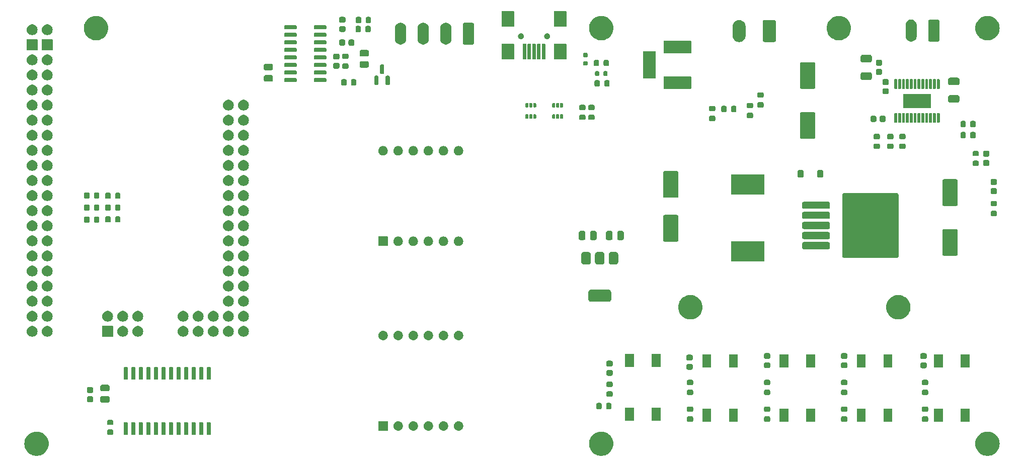
<source format=gbr>
%TF.GenerationSoftware,KiCad,Pcbnew,8.0.3*%
%TF.CreationDate,2024-08-04T18:58:25-04:00*%
%TF.ProjectId,UMTK,554d544b-2e6b-4696-9361-645f70636258,rev?*%
%TF.SameCoordinates,Original*%
%TF.FileFunction,Soldermask,Top*%
%TF.FilePolarity,Negative*%
%FSLAX46Y46*%
G04 Gerber Fmt 4.6, Leading zero omitted, Abs format (unit mm)*
G04 Created by KiCad (PCBNEW 8.0.3) date 2024-08-04 18:58:25*
%MOMM*%
%LPD*%
G01*
G04 APERTURE LIST*
G04 APERTURE END LIST*
G36*
X25417085Y-92992878D02*
G01*
X25686503Y-93068365D01*
X25943133Y-93179835D01*
X26182195Y-93325212D01*
X26399234Y-93501786D01*
X26590208Y-93706270D01*
X26751560Y-93934853D01*
X26880283Y-94183278D01*
X26973980Y-94446917D01*
X27030906Y-94720858D01*
X27050000Y-95000000D01*
X27030906Y-95279142D01*
X26973980Y-95553083D01*
X26880283Y-95816722D01*
X26751560Y-96065147D01*
X26590208Y-96293730D01*
X26399234Y-96498214D01*
X26182195Y-96674788D01*
X25943133Y-96820165D01*
X25686503Y-96931635D01*
X25417085Y-97007122D01*
X25139897Y-97045221D01*
X24860103Y-97045221D01*
X24582915Y-97007122D01*
X24313497Y-96931635D01*
X24056867Y-96820165D01*
X23817805Y-96674788D01*
X23600766Y-96498214D01*
X23409792Y-96293730D01*
X23248440Y-96065147D01*
X23119717Y-95816722D01*
X23026020Y-95553083D01*
X22969094Y-95279142D01*
X22950000Y-95000000D01*
X22969094Y-94720858D01*
X23026020Y-94446917D01*
X23119717Y-94183278D01*
X23248440Y-93934853D01*
X23409792Y-93706270D01*
X23600766Y-93501786D01*
X23817805Y-93325212D01*
X24056867Y-93179835D01*
X24313497Y-93068365D01*
X24582915Y-92992878D01*
X24860103Y-92954779D01*
X25139897Y-92954779D01*
X25417085Y-92992878D01*
G37*
G36*
X120417085Y-92992878D02*
G01*
X120686503Y-93068365D01*
X120943133Y-93179835D01*
X121182195Y-93325212D01*
X121399234Y-93501786D01*
X121590208Y-93706270D01*
X121751560Y-93934853D01*
X121880283Y-94183278D01*
X121973980Y-94446917D01*
X122030906Y-94720858D01*
X122050000Y-95000000D01*
X122030906Y-95279142D01*
X121973980Y-95553083D01*
X121880283Y-95816722D01*
X121751560Y-96065147D01*
X121590208Y-96293730D01*
X121399234Y-96498214D01*
X121182195Y-96674788D01*
X120943133Y-96820165D01*
X120686503Y-96931635D01*
X120417085Y-97007122D01*
X120139897Y-97045221D01*
X119860103Y-97045221D01*
X119582915Y-97007122D01*
X119313497Y-96931635D01*
X119056867Y-96820165D01*
X118817805Y-96674788D01*
X118600766Y-96498214D01*
X118409792Y-96293730D01*
X118248440Y-96065147D01*
X118119717Y-95816722D01*
X118026020Y-95553083D01*
X117969094Y-95279142D01*
X117950000Y-95000000D01*
X117969094Y-94720858D01*
X118026020Y-94446917D01*
X118119717Y-94183278D01*
X118248440Y-93934853D01*
X118409792Y-93706270D01*
X118600766Y-93501786D01*
X118817805Y-93325212D01*
X119056867Y-93179835D01*
X119313497Y-93068365D01*
X119582915Y-92992878D01*
X119860103Y-92954779D01*
X120139897Y-92954779D01*
X120417085Y-92992878D01*
G37*
G36*
X185417085Y-92992878D02*
G01*
X185686503Y-93068365D01*
X185943133Y-93179835D01*
X186182195Y-93325212D01*
X186399234Y-93501786D01*
X186590208Y-93706270D01*
X186751560Y-93934853D01*
X186880283Y-94183278D01*
X186973980Y-94446917D01*
X187030906Y-94720858D01*
X187050000Y-95000000D01*
X187030906Y-95279142D01*
X186973980Y-95553083D01*
X186880283Y-95816722D01*
X186751560Y-96065147D01*
X186590208Y-96293730D01*
X186399234Y-96498214D01*
X186182195Y-96674788D01*
X185943133Y-96820165D01*
X185686503Y-96931635D01*
X185417085Y-97007122D01*
X185139897Y-97045221D01*
X184860103Y-97045221D01*
X184582915Y-97007122D01*
X184313497Y-96931635D01*
X184056867Y-96820165D01*
X183817805Y-96674788D01*
X183600766Y-96498214D01*
X183409792Y-96293730D01*
X183248440Y-96065147D01*
X183119717Y-95816722D01*
X183026020Y-95553083D01*
X182969094Y-95279142D01*
X182950000Y-95000000D01*
X182969094Y-94720858D01*
X183026020Y-94446917D01*
X183119717Y-94183278D01*
X183248440Y-93934853D01*
X183409792Y-93706270D01*
X183600766Y-93501786D01*
X183817805Y-93325212D01*
X184056867Y-93179835D01*
X184313497Y-93068365D01*
X184582915Y-92992878D01*
X184860103Y-92954779D01*
X185139897Y-92954779D01*
X185417085Y-92992878D01*
G37*
G36*
X40230537Y-91381224D02*
G01*
X40295421Y-91424579D01*
X40338776Y-91489463D01*
X40354000Y-91566000D01*
X40354000Y-93316000D01*
X40338776Y-93392537D01*
X40295421Y-93457421D01*
X40230537Y-93500776D01*
X40154000Y-93516000D01*
X39854000Y-93516000D01*
X39777463Y-93500776D01*
X39712579Y-93457421D01*
X39669224Y-93392537D01*
X39654000Y-93316000D01*
X39654000Y-91566000D01*
X39669224Y-91489463D01*
X39712579Y-91424579D01*
X39777463Y-91381224D01*
X39854000Y-91366000D01*
X40154000Y-91366000D01*
X40230537Y-91381224D01*
G37*
G36*
X41500537Y-91381224D02*
G01*
X41565421Y-91424579D01*
X41608776Y-91489463D01*
X41624000Y-91566000D01*
X41624000Y-93316000D01*
X41608776Y-93392537D01*
X41565421Y-93457421D01*
X41500537Y-93500776D01*
X41424000Y-93516000D01*
X41124000Y-93516000D01*
X41047463Y-93500776D01*
X40982579Y-93457421D01*
X40939224Y-93392537D01*
X40924000Y-93316000D01*
X40924000Y-91566000D01*
X40939224Y-91489463D01*
X40982579Y-91424579D01*
X41047463Y-91381224D01*
X41124000Y-91366000D01*
X41424000Y-91366000D01*
X41500537Y-91381224D01*
G37*
G36*
X42770537Y-91381224D02*
G01*
X42835421Y-91424579D01*
X42878776Y-91489463D01*
X42894000Y-91566000D01*
X42894000Y-93316000D01*
X42878776Y-93392537D01*
X42835421Y-93457421D01*
X42770537Y-93500776D01*
X42694000Y-93516000D01*
X42394000Y-93516000D01*
X42317463Y-93500776D01*
X42252579Y-93457421D01*
X42209224Y-93392537D01*
X42194000Y-93316000D01*
X42194000Y-91566000D01*
X42209224Y-91489463D01*
X42252579Y-91424579D01*
X42317463Y-91381224D01*
X42394000Y-91366000D01*
X42694000Y-91366000D01*
X42770537Y-91381224D01*
G37*
G36*
X44040537Y-91381224D02*
G01*
X44105421Y-91424579D01*
X44148776Y-91489463D01*
X44164000Y-91566000D01*
X44164000Y-93316000D01*
X44148776Y-93392537D01*
X44105421Y-93457421D01*
X44040537Y-93500776D01*
X43964000Y-93516000D01*
X43664000Y-93516000D01*
X43587463Y-93500776D01*
X43522579Y-93457421D01*
X43479224Y-93392537D01*
X43464000Y-93316000D01*
X43464000Y-91566000D01*
X43479224Y-91489463D01*
X43522579Y-91424579D01*
X43587463Y-91381224D01*
X43664000Y-91366000D01*
X43964000Y-91366000D01*
X44040537Y-91381224D01*
G37*
G36*
X45310537Y-91381224D02*
G01*
X45375421Y-91424579D01*
X45418776Y-91489463D01*
X45434000Y-91566000D01*
X45434000Y-93316000D01*
X45418776Y-93392537D01*
X45375421Y-93457421D01*
X45310537Y-93500776D01*
X45234000Y-93516000D01*
X44934000Y-93516000D01*
X44857463Y-93500776D01*
X44792579Y-93457421D01*
X44749224Y-93392537D01*
X44734000Y-93316000D01*
X44734000Y-91566000D01*
X44749224Y-91489463D01*
X44792579Y-91424579D01*
X44857463Y-91381224D01*
X44934000Y-91366000D01*
X45234000Y-91366000D01*
X45310537Y-91381224D01*
G37*
G36*
X46580537Y-91381224D02*
G01*
X46645421Y-91424579D01*
X46688776Y-91489463D01*
X46704000Y-91566000D01*
X46704000Y-93316000D01*
X46688776Y-93392537D01*
X46645421Y-93457421D01*
X46580537Y-93500776D01*
X46504000Y-93516000D01*
X46204000Y-93516000D01*
X46127463Y-93500776D01*
X46062579Y-93457421D01*
X46019224Y-93392537D01*
X46004000Y-93316000D01*
X46004000Y-91566000D01*
X46019224Y-91489463D01*
X46062579Y-91424579D01*
X46127463Y-91381224D01*
X46204000Y-91366000D01*
X46504000Y-91366000D01*
X46580537Y-91381224D01*
G37*
G36*
X47850537Y-91381224D02*
G01*
X47915421Y-91424579D01*
X47958776Y-91489463D01*
X47974000Y-91566000D01*
X47974000Y-93316000D01*
X47958776Y-93392537D01*
X47915421Y-93457421D01*
X47850537Y-93500776D01*
X47774000Y-93516000D01*
X47474000Y-93516000D01*
X47397463Y-93500776D01*
X47332579Y-93457421D01*
X47289224Y-93392537D01*
X47274000Y-93316000D01*
X47274000Y-91566000D01*
X47289224Y-91489463D01*
X47332579Y-91424579D01*
X47397463Y-91381224D01*
X47474000Y-91366000D01*
X47774000Y-91366000D01*
X47850537Y-91381224D01*
G37*
G36*
X49120537Y-91381224D02*
G01*
X49185421Y-91424579D01*
X49228776Y-91489463D01*
X49244000Y-91566000D01*
X49244000Y-93316000D01*
X49228776Y-93392537D01*
X49185421Y-93457421D01*
X49120537Y-93500776D01*
X49044000Y-93516000D01*
X48744000Y-93516000D01*
X48667463Y-93500776D01*
X48602579Y-93457421D01*
X48559224Y-93392537D01*
X48544000Y-93316000D01*
X48544000Y-91566000D01*
X48559224Y-91489463D01*
X48602579Y-91424579D01*
X48667463Y-91381224D01*
X48744000Y-91366000D01*
X49044000Y-91366000D01*
X49120537Y-91381224D01*
G37*
G36*
X50390537Y-91381224D02*
G01*
X50455421Y-91424579D01*
X50498776Y-91489463D01*
X50514000Y-91566000D01*
X50514000Y-93316000D01*
X50498776Y-93392537D01*
X50455421Y-93457421D01*
X50390537Y-93500776D01*
X50314000Y-93516000D01*
X50014000Y-93516000D01*
X49937463Y-93500776D01*
X49872579Y-93457421D01*
X49829224Y-93392537D01*
X49814000Y-93316000D01*
X49814000Y-91566000D01*
X49829224Y-91489463D01*
X49872579Y-91424579D01*
X49937463Y-91381224D01*
X50014000Y-91366000D01*
X50314000Y-91366000D01*
X50390537Y-91381224D01*
G37*
G36*
X51660537Y-91381224D02*
G01*
X51725421Y-91424579D01*
X51768776Y-91489463D01*
X51784000Y-91566000D01*
X51784000Y-93316000D01*
X51768776Y-93392537D01*
X51725421Y-93457421D01*
X51660537Y-93500776D01*
X51584000Y-93516000D01*
X51284000Y-93516000D01*
X51207463Y-93500776D01*
X51142579Y-93457421D01*
X51099224Y-93392537D01*
X51084000Y-93316000D01*
X51084000Y-91566000D01*
X51099224Y-91489463D01*
X51142579Y-91424579D01*
X51207463Y-91381224D01*
X51284000Y-91366000D01*
X51584000Y-91366000D01*
X51660537Y-91381224D01*
G37*
G36*
X52930537Y-91381224D02*
G01*
X52995421Y-91424579D01*
X53038776Y-91489463D01*
X53054000Y-91566000D01*
X53054000Y-93316000D01*
X53038776Y-93392537D01*
X52995421Y-93457421D01*
X52930537Y-93500776D01*
X52854000Y-93516000D01*
X52554000Y-93516000D01*
X52477463Y-93500776D01*
X52412579Y-93457421D01*
X52369224Y-93392537D01*
X52354000Y-93316000D01*
X52354000Y-91566000D01*
X52369224Y-91489463D01*
X52412579Y-91424579D01*
X52477463Y-91381224D01*
X52554000Y-91366000D01*
X52854000Y-91366000D01*
X52930537Y-91381224D01*
G37*
G36*
X54200537Y-91381224D02*
G01*
X54265421Y-91424579D01*
X54308776Y-91489463D01*
X54324000Y-91566000D01*
X54324000Y-93316000D01*
X54308776Y-93392537D01*
X54265421Y-93457421D01*
X54200537Y-93500776D01*
X54124000Y-93516000D01*
X53824000Y-93516000D01*
X53747463Y-93500776D01*
X53682579Y-93457421D01*
X53639224Y-93392537D01*
X53624000Y-93316000D01*
X53624000Y-91566000D01*
X53639224Y-91489463D01*
X53682579Y-91424579D01*
X53747463Y-91381224D01*
X53824000Y-91366000D01*
X54124000Y-91366000D01*
X54200537Y-91381224D01*
G37*
G36*
X37759471Y-92608230D02*
G01*
X37840577Y-92662423D01*
X37894770Y-92743529D01*
X37913800Y-92839200D01*
X37913800Y-93239200D01*
X37894770Y-93334871D01*
X37840577Y-93415977D01*
X37759471Y-93470170D01*
X37663800Y-93489200D01*
X37113800Y-93489200D01*
X37018129Y-93470170D01*
X36937023Y-93415977D01*
X36882830Y-93334871D01*
X36863800Y-93239200D01*
X36863800Y-92839200D01*
X36882830Y-92743529D01*
X36937023Y-92662423D01*
X37018129Y-92608230D01*
X37113800Y-92589200D01*
X37663800Y-92589200D01*
X37759471Y-92608230D01*
G37*
G36*
X84069134Y-91203806D02*
G01*
X84085355Y-91214645D01*
X84096194Y-91230866D01*
X84100000Y-91250000D01*
X84100000Y-92750000D01*
X84096194Y-92769134D01*
X84085355Y-92785355D01*
X84069134Y-92796194D01*
X84050000Y-92800000D01*
X82550000Y-92800000D01*
X82530866Y-92796194D01*
X82514645Y-92785355D01*
X82503806Y-92769134D01*
X82500000Y-92750000D01*
X82500000Y-91250000D01*
X82503806Y-91230866D01*
X82514645Y-91214645D01*
X82530866Y-91203806D01*
X82550000Y-91200000D01*
X84050000Y-91200000D01*
X84069134Y-91203806D01*
G37*
G36*
X85880107Y-91204519D02*
G01*
X85923607Y-91204519D01*
X85972680Y-91214949D01*
X86018017Y-91220058D01*
X86050982Y-91231592D01*
X86087171Y-91239285D01*
X86139321Y-91262504D01*
X86187107Y-91279225D01*
X86211982Y-91294855D01*
X86239931Y-91307299D01*
X86292042Y-91345160D01*
X86338792Y-91374535D01*
X86355580Y-91391323D01*
X86375211Y-91405586D01*
X86423742Y-91459485D01*
X86465465Y-91501208D01*
X86475061Y-91516481D01*
X86487101Y-91529852D01*
X86528288Y-91601190D01*
X86560775Y-91652893D01*
X86564831Y-91664485D01*
X86570712Y-91674671D01*
X86600829Y-91767361D01*
X86619942Y-91821983D01*
X86620666Y-91828414D01*
X86622383Y-91833697D01*
X86637946Y-91981773D01*
X86640000Y-92000000D01*
X86637946Y-92018228D01*
X86622383Y-92166302D01*
X86620666Y-92171583D01*
X86619942Y-92178017D01*
X86600824Y-92232651D01*
X86570712Y-92325328D01*
X86564832Y-92335512D01*
X86560775Y-92347107D01*
X86528280Y-92398820D01*
X86487101Y-92470147D01*
X86475063Y-92483515D01*
X86465465Y-92498792D01*
X86423733Y-92540523D01*
X86375211Y-92594413D01*
X86355584Y-92608672D01*
X86338792Y-92625465D01*
X86292032Y-92654846D01*
X86239931Y-92692700D01*
X86211988Y-92705141D01*
X86187107Y-92720775D01*
X86139310Y-92737499D01*
X86087171Y-92760714D01*
X86050987Y-92768405D01*
X86018017Y-92779942D01*
X85972677Y-92785050D01*
X85923607Y-92795481D01*
X85880107Y-92795481D01*
X85840000Y-92800000D01*
X85799893Y-92795481D01*
X85756393Y-92795481D01*
X85707321Y-92785050D01*
X85661983Y-92779942D01*
X85629013Y-92768405D01*
X85592828Y-92760714D01*
X85540684Y-92737497D01*
X85492893Y-92720775D01*
X85468014Y-92705142D01*
X85440068Y-92692700D01*
X85387960Y-92654841D01*
X85341208Y-92625465D01*
X85324418Y-92608675D01*
X85304788Y-92594413D01*
X85256256Y-92540513D01*
X85214535Y-92498792D01*
X85204938Y-92483519D01*
X85192898Y-92470147D01*
X85151706Y-92398801D01*
X85119225Y-92347107D01*
X85115169Y-92335516D01*
X85109287Y-92325328D01*
X85079161Y-92232611D01*
X85060058Y-92178017D01*
X85059333Y-92171588D01*
X85057616Y-92166302D01*
X85042038Y-92018096D01*
X85040000Y-92000000D01*
X85042038Y-91981905D01*
X85057616Y-91833697D01*
X85059333Y-91828410D01*
X85060058Y-91821983D01*
X85079156Y-91767401D01*
X85109287Y-91674671D01*
X85115170Y-91664480D01*
X85119225Y-91652893D01*
X85151699Y-91601209D01*
X85192898Y-91529852D01*
X85204940Y-91516477D01*
X85214535Y-91501208D01*
X85256247Y-91459495D01*
X85304788Y-91405586D01*
X85324421Y-91391321D01*
X85341208Y-91374535D01*
X85387954Y-91345162D01*
X85440069Y-91307299D01*
X85468017Y-91294855D01*
X85492893Y-91279225D01*
X85540675Y-91262505D01*
X85592828Y-91239285D01*
X85629019Y-91231592D01*
X85661983Y-91220058D01*
X85707318Y-91214949D01*
X85756393Y-91204519D01*
X85799893Y-91204519D01*
X85840000Y-91200000D01*
X85880107Y-91204519D01*
G37*
G36*
X88420107Y-91204519D02*
G01*
X88463607Y-91204519D01*
X88512680Y-91214949D01*
X88558017Y-91220058D01*
X88590982Y-91231592D01*
X88627171Y-91239285D01*
X88679321Y-91262504D01*
X88727107Y-91279225D01*
X88751982Y-91294855D01*
X88779931Y-91307299D01*
X88832042Y-91345160D01*
X88878792Y-91374535D01*
X88895580Y-91391323D01*
X88915211Y-91405586D01*
X88963742Y-91459485D01*
X89005465Y-91501208D01*
X89015061Y-91516481D01*
X89027101Y-91529852D01*
X89068288Y-91601190D01*
X89100775Y-91652893D01*
X89104831Y-91664485D01*
X89110712Y-91674671D01*
X89140829Y-91767361D01*
X89159942Y-91821983D01*
X89160666Y-91828414D01*
X89162383Y-91833697D01*
X89177946Y-91981773D01*
X89180000Y-92000000D01*
X89177946Y-92018228D01*
X89162383Y-92166302D01*
X89160666Y-92171583D01*
X89159942Y-92178017D01*
X89140824Y-92232651D01*
X89110712Y-92325328D01*
X89104832Y-92335512D01*
X89100775Y-92347107D01*
X89068280Y-92398820D01*
X89027101Y-92470147D01*
X89015063Y-92483515D01*
X89005465Y-92498792D01*
X88963733Y-92540523D01*
X88915211Y-92594413D01*
X88895584Y-92608672D01*
X88878792Y-92625465D01*
X88832032Y-92654846D01*
X88779931Y-92692700D01*
X88751988Y-92705141D01*
X88727107Y-92720775D01*
X88679310Y-92737499D01*
X88627171Y-92760714D01*
X88590987Y-92768405D01*
X88558017Y-92779942D01*
X88512677Y-92785050D01*
X88463607Y-92795481D01*
X88420107Y-92795481D01*
X88380000Y-92800000D01*
X88339893Y-92795481D01*
X88296393Y-92795481D01*
X88247321Y-92785050D01*
X88201983Y-92779942D01*
X88169013Y-92768405D01*
X88132828Y-92760714D01*
X88080684Y-92737497D01*
X88032893Y-92720775D01*
X88008014Y-92705142D01*
X87980068Y-92692700D01*
X87927960Y-92654841D01*
X87881208Y-92625465D01*
X87864418Y-92608675D01*
X87844788Y-92594413D01*
X87796256Y-92540513D01*
X87754535Y-92498792D01*
X87744938Y-92483519D01*
X87732898Y-92470147D01*
X87691706Y-92398801D01*
X87659225Y-92347107D01*
X87655169Y-92335516D01*
X87649287Y-92325328D01*
X87619161Y-92232611D01*
X87600058Y-92178017D01*
X87599333Y-92171588D01*
X87597616Y-92166302D01*
X87582038Y-92018096D01*
X87580000Y-92000000D01*
X87582038Y-91981905D01*
X87597616Y-91833697D01*
X87599333Y-91828410D01*
X87600058Y-91821983D01*
X87619156Y-91767401D01*
X87649287Y-91674671D01*
X87655170Y-91664480D01*
X87659225Y-91652893D01*
X87691699Y-91601209D01*
X87732898Y-91529852D01*
X87744940Y-91516477D01*
X87754535Y-91501208D01*
X87796247Y-91459495D01*
X87844788Y-91405586D01*
X87864421Y-91391321D01*
X87881208Y-91374535D01*
X87927954Y-91345162D01*
X87980069Y-91307299D01*
X88008017Y-91294855D01*
X88032893Y-91279225D01*
X88080675Y-91262505D01*
X88132828Y-91239285D01*
X88169019Y-91231592D01*
X88201983Y-91220058D01*
X88247318Y-91214949D01*
X88296393Y-91204519D01*
X88339893Y-91204519D01*
X88380000Y-91200000D01*
X88420107Y-91204519D01*
G37*
G36*
X90960107Y-91204519D02*
G01*
X91003607Y-91204519D01*
X91052680Y-91214949D01*
X91098017Y-91220058D01*
X91130982Y-91231592D01*
X91167171Y-91239285D01*
X91219321Y-91262504D01*
X91267107Y-91279225D01*
X91291982Y-91294855D01*
X91319931Y-91307299D01*
X91372042Y-91345160D01*
X91418792Y-91374535D01*
X91435580Y-91391323D01*
X91455211Y-91405586D01*
X91503742Y-91459485D01*
X91545465Y-91501208D01*
X91555061Y-91516481D01*
X91567101Y-91529852D01*
X91608288Y-91601190D01*
X91640775Y-91652893D01*
X91644831Y-91664485D01*
X91650712Y-91674671D01*
X91680829Y-91767361D01*
X91699942Y-91821983D01*
X91700666Y-91828414D01*
X91702383Y-91833697D01*
X91717946Y-91981773D01*
X91720000Y-92000000D01*
X91717946Y-92018228D01*
X91702383Y-92166302D01*
X91700666Y-92171583D01*
X91699942Y-92178017D01*
X91680824Y-92232651D01*
X91650712Y-92325328D01*
X91644832Y-92335512D01*
X91640775Y-92347107D01*
X91608280Y-92398820D01*
X91567101Y-92470147D01*
X91555063Y-92483515D01*
X91545465Y-92498792D01*
X91503733Y-92540523D01*
X91455211Y-92594413D01*
X91435584Y-92608672D01*
X91418792Y-92625465D01*
X91372032Y-92654846D01*
X91319931Y-92692700D01*
X91291988Y-92705141D01*
X91267107Y-92720775D01*
X91219310Y-92737499D01*
X91167171Y-92760714D01*
X91130987Y-92768405D01*
X91098017Y-92779942D01*
X91052677Y-92785050D01*
X91003607Y-92795481D01*
X90960107Y-92795481D01*
X90920000Y-92800000D01*
X90879893Y-92795481D01*
X90836393Y-92795481D01*
X90787321Y-92785050D01*
X90741983Y-92779942D01*
X90709013Y-92768405D01*
X90672828Y-92760714D01*
X90620684Y-92737497D01*
X90572893Y-92720775D01*
X90548014Y-92705142D01*
X90520068Y-92692700D01*
X90467960Y-92654841D01*
X90421208Y-92625465D01*
X90404418Y-92608675D01*
X90384788Y-92594413D01*
X90336256Y-92540513D01*
X90294535Y-92498792D01*
X90284938Y-92483519D01*
X90272898Y-92470147D01*
X90231706Y-92398801D01*
X90199225Y-92347107D01*
X90195169Y-92335516D01*
X90189287Y-92325328D01*
X90159161Y-92232611D01*
X90140058Y-92178017D01*
X90139333Y-92171588D01*
X90137616Y-92166302D01*
X90122038Y-92018096D01*
X90120000Y-92000000D01*
X90122038Y-91981905D01*
X90137616Y-91833697D01*
X90139333Y-91828410D01*
X90140058Y-91821983D01*
X90159156Y-91767401D01*
X90189287Y-91674671D01*
X90195170Y-91664480D01*
X90199225Y-91652893D01*
X90231699Y-91601209D01*
X90272898Y-91529852D01*
X90284940Y-91516477D01*
X90294535Y-91501208D01*
X90336247Y-91459495D01*
X90384788Y-91405586D01*
X90404421Y-91391321D01*
X90421208Y-91374535D01*
X90467954Y-91345162D01*
X90520069Y-91307299D01*
X90548017Y-91294855D01*
X90572893Y-91279225D01*
X90620675Y-91262505D01*
X90672828Y-91239285D01*
X90709019Y-91231592D01*
X90741983Y-91220058D01*
X90787318Y-91214949D01*
X90836393Y-91204519D01*
X90879893Y-91204519D01*
X90920000Y-91200000D01*
X90960107Y-91204519D01*
G37*
G36*
X93500107Y-91204519D02*
G01*
X93543607Y-91204519D01*
X93592680Y-91214949D01*
X93638017Y-91220058D01*
X93670982Y-91231592D01*
X93707171Y-91239285D01*
X93759321Y-91262504D01*
X93807107Y-91279225D01*
X93831982Y-91294855D01*
X93859931Y-91307299D01*
X93912042Y-91345160D01*
X93958792Y-91374535D01*
X93975580Y-91391323D01*
X93995211Y-91405586D01*
X94043742Y-91459485D01*
X94085465Y-91501208D01*
X94095061Y-91516481D01*
X94107101Y-91529852D01*
X94148288Y-91601190D01*
X94180775Y-91652893D01*
X94184831Y-91664485D01*
X94190712Y-91674671D01*
X94220829Y-91767361D01*
X94239942Y-91821983D01*
X94240666Y-91828414D01*
X94242383Y-91833697D01*
X94257946Y-91981773D01*
X94260000Y-92000000D01*
X94257946Y-92018228D01*
X94242383Y-92166302D01*
X94240666Y-92171583D01*
X94239942Y-92178017D01*
X94220824Y-92232651D01*
X94190712Y-92325328D01*
X94184832Y-92335512D01*
X94180775Y-92347107D01*
X94148280Y-92398820D01*
X94107101Y-92470147D01*
X94095063Y-92483515D01*
X94085465Y-92498792D01*
X94043733Y-92540523D01*
X93995211Y-92594413D01*
X93975584Y-92608672D01*
X93958792Y-92625465D01*
X93912032Y-92654846D01*
X93859931Y-92692700D01*
X93831988Y-92705141D01*
X93807107Y-92720775D01*
X93759310Y-92737499D01*
X93707171Y-92760714D01*
X93670987Y-92768405D01*
X93638017Y-92779942D01*
X93592677Y-92785050D01*
X93543607Y-92795481D01*
X93500107Y-92795481D01*
X93460000Y-92800000D01*
X93419893Y-92795481D01*
X93376393Y-92795481D01*
X93327321Y-92785050D01*
X93281983Y-92779942D01*
X93249013Y-92768405D01*
X93212828Y-92760714D01*
X93160684Y-92737497D01*
X93112893Y-92720775D01*
X93088014Y-92705142D01*
X93060068Y-92692700D01*
X93007960Y-92654841D01*
X92961208Y-92625465D01*
X92944418Y-92608675D01*
X92924788Y-92594413D01*
X92876256Y-92540513D01*
X92834535Y-92498792D01*
X92824938Y-92483519D01*
X92812898Y-92470147D01*
X92771706Y-92398801D01*
X92739225Y-92347107D01*
X92735169Y-92335516D01*
X92729287Y-92325328D01*
X92699161Y-92232611D01*
X92680058Y-92178017D01*
X92679333Y-92171588D01*
X92677616Y-92166302D01*
X92662038Y-92018096D01*
X92660000Y-92000000D01*
X92662038Y-91981905D01*
X92677616Y-91833697D01*
X92679333Y-91828410D01*
X92680058Y-91821983D01*
X92699156Y-91767401D01*
X92729287Y-91674671D01*
X92735170Y-91664480D01*
X92739225Y-91652893D01*
X92771699Y-91601209D01*
X92812898Y-91529852D01*
X92824940Y-91516477D01*
X92834535Y-91501208D01*
X92876247Y-91459495D01*
X92924788Y-91405586D01*
X92944421Y-91391321D01*
X92961208Y-91374535D01*
X93007954Y-91345162D01*
X93060069Y-91307299D01*
X93088017Y-91294855D01*
X93112893Y-91279225D01*
X93160675Y-91262505D01*
X93212828Y-91239285D01*
X93249019Y-91231592D01*
X93281983Y-91220058D01*
X93327318Y-91214949D01*
X93376393Y-91204519D01*
X93419893Y-91204519D01*
X93460000Y-91200000D01*
X93500107Y-91204519D01*
G37*
G36*
X96040107Y-91204519D02*
G01*
X96083607Y-91204519D01*
X96132680Y-91214949D01*
X96178017Y-91220058D01*
X96210982Y-91231592D01*
X96247171Y-91239285D01*
X96299321Y-91262504D01*
X96347107Y-91279225D01*
X96371982Y-91294855D01*
X96399931Y-91307299D01*
X96452042Y-91345160D01*
X96498792Y-91374535D01*
X96515580Y-91391323D01*
X96535211Y-91405586D01*
X96583742Y-91459485D01*
X96625465Y-91501208D01*
X96635061Y-91516481D01*
X96647101Y-91529852D01*
X96688288Y-91601190D01*
X96720775Y-91652893D01*
X96724831Y-91664485D01*
X96730712Y-91674671D01*
X96760829Y-91767361D01*
X96779942Y-91821983D01*
X96780666Y-91828414D01*
X96782383Y-91833697D01*
X96797946Y-91981773D01*
X96800000Y-92000000D01*
X96797946Y-92018228D01*
X96782383Y-92166302D01*
X96780666Y-92171583D01*
X96779942Y-92178017D01*
X96760824Y-92232651D01*
X96730712Y-92325328D01*
X96724832Y-92335512D01*
X96720775Y-92347107D01*
X96688280Y-92398820D01*
X96647101Y-92470147D01*
X96635063Y-92483515D01*
X96625465Y-92498792D01*
X96583733Y-92540523D01*
X96535211Y-92594413D01*
X96515584Y-92608672D01*
X96498792Y-92625465D01*
X96452032Y-92654846D01*
X96399931Y-92692700D01*
X96371988Y-92705141D01*
X96347107Y-92720775D01*
X96299310Y-92737499D01*
X96247171Y-92760714D01*
X96210987Y-92768405D01*
X96178017Y-92779942D01*
X96132677Y-92785050D01*
X96083607Y-92795481D01*
X96040107Y-92795481D01*
X96000000Y-92800000D01*
X95959893Y-92795481D01*
X95916393Y-92795481D01*
X95867321Y-92785050D01*
X95821983Y-92779942D01*
X95789013Y-92768405D01*
X95752828Y-92760714D01*
X95700684Y-92737497D01*
X95652893Y-92720775D01*
X95628014Y-92705142D01*
X95600068Y-92692700D01*
X95547960Y-92654841D01*
X95501208Y-92625465D01*
X95484418Y-92608675D01*
X95464788Y-92594413D01*
X95416256Y-92540513D01*
X95374535Y-92498792D01*
X95364938Y-92483519D01*
X95352898Y-92470147D01*
X95311706Y-92398801D01*
X95279225Y-92347107D01*
X95275169Y-92335516D01*
X95269287Y-92325328D01*
X95239161Y-92232611D01*
X95220058Y-92178017D01*
X95219333Y-92171588D01*
X95217616Y-92166302D01*
X95202038Y-92018096D01*
X95200000Y-92000000D01*
X95202038Y-91981905D01*
X95217616Y-91833697D01*
X95219333Y-91828410D01*
X95220058Y-91821983D01*
X95239156Y-91767401D01*
X95269287Y-91674671D01*
X95275170Y-91664480D01*
X95279225Y-91652893D01*
X95311699Y-91601209D01*
X95352898Y-91529852D01*
X95364940Y-91516477D01*
X95374535Y-91501208D01*
X95416247Y-91459495D01*
X95464788Y-91405586D01*
X95484421Y-91391321D01*
X95501208Y-91374535D01*
X95547954Y-91345162D01*
X95600069Y-91307299D01*
X95628017Y-91294855D01*
X95652893Y-91279225D01*
X95700675Y-91262505D01*
X95752828Y-91239285D01*
X95789019Y-91231592D01*
X95821983Y-91220058D01*
X95867318Y-91214949D01*
X95916393Y-91204519D01*
X95959893Y-91204519D01*
X96000000Y-91200000D01*
X96040107Y-91204519D01*
G37*
G36*
X37759471Y-90958230D02*
G01*
X37840577Y-91012423D01*
X37894770Y-91093529D01*
X37913800Y-91189200D01*
X37913800Y-91589200D01*
X37894770Y-91684871D01*
X37840577Y-91765977D01*
X37759471Y-91820170D01*
X37663800Y-91839200D01*
X37113800Y-91839200D01*
X37018129Y-91820170D01*
X36937023Y-91765977D01*
X36882830Y-91684871D01*
X36863800Y-91589200D01*
X36863800Y-91189200D01*
X36882830Y-91093529D01*
X36937023Y-91012423D01*
X37018129Y-90958230D01*
X37113800Y-90939200D01*
X37663800Y-90939200D01*
X37759471Y-90958230D01*
G37*
G36*
X135331323Y-90394030D02*
G01*
X135412429Y-90448223D01*
X135466622Y-90529329D01*
X135485652Y-90625000D01*
X135485652Y-91025000D01*
X135466622Y-91120671D01*
X135412429Y-91201777D01*
X135331323Y-91255970D01*
X135235652Y-91275000D01*
X134685652Y-91275000D01*
X134589981Y-91255970D01*
X134508875Y-91201777D01*
X134454682Y-91120671D01*
X134435652Y-91025000D01*
X134435652Y-90625000D01*
X134454682Y-90529329D01*
X134508875Y-90448223D01*
X134589981Y-90394030D01*
X134685652Y-90375000D01*
X135235652Y-90375000D01*
X135331323Y-90394030D01*
G37*
G36*
X138469134Y-89078806D02*
G01*
X138485355Y-89089645D01*
X138496194Y-89105866D01*
X138500000Y-89125000D01*
X138500000Y-91225000D01*
X138496194Y-91244134D01*
X138485355Y-91260355D01*
X138469134Y-91271194D01*
X138450000Y-91275000D01*
X137050000Y-91275000D01*
X137030866Y-91271194D01*
X137014645Y-91260355D01*
X137003806Y-91244134D01*
X137000000Y-91225000D01*
X137000000Y-89125000D01*
X137003806Y-89105866D01*
X137014645Y-89089645D01*
X137030866Y-89078806D01*
X137050000Y-89075000D01*
X138450000Y-89075000D01*
X138469134Y-89078806D01*
G37*
G36*
X142969134Y-89078806D02*
G01*
X142985355Y-89089645D01*
X142996194Y-89105866D01*
X143000000Y-89125000D01*
X143000000Y-91225000D01*
X142996194Y-91244134D01*
X142985355Y-91260355D01*
X142969134Y-91271194D01*
X142950000Y-91275000D01*
X141550000Y-91275000D01*
X141530866Y-91271194D01*
X141514645Y-91260355D01*
X141503806Y-91244134D01*
X141500000Y-91225000D01*
X141500000Y-89125000D01*
X141503806Y-89105866D01*
X141514645Y-89089645D01*
X141530866Y-89078806D01*
X141550000Y-89075000D01*
X142950000Y-89075000D01*
X142969134Y-89078806D01*
G37*
G36*
X148291975Y-90394030D02*
G01*
X148373081Y-90448223D01*
X148427274Y-90529329D01*
X148446304Y-90625000D01*
X148446304Y-91025000D01*
X148427274Y-91120671D01*
X148373081Y-91201777D01*
X148291975Y-91255970D01*
X148196304Y-91275000D01*
X147646304Y-91275000D01*
X147550633Y-91255970D01*
X147469527Y-91201777D01*
X147415334Y-91120671D01*
X147396304Y-91025000D01*
X147396304Y-90625000D01*
X147415334Y-90529329D01*
X147469527Y-90448223D01*
X147550633Y-90394030D01*
X147646304Y-90375000D01*
X148196304Y-90375000D01*
X148291975Y-90394030D01*
G37*
G36*
X151469134Y-89078806D02*
G01*
X151485355Y-89089645D01*
X151496194Y-89105866D01*
X151500000Y-89125000D01*
X151500000Y-91225000D01*
X151496194Y-91244134D01*
X151485355Y-91260355D01*
X151469134Y-91271194D01*
X151450000Y-91275000D01*
X150050000Y-91275000D01*
X150030866Y-91271194D01*
X150014645Y-91260355D01*
X150003806Y-91244134D01*
X150000000Y-91225000D01*
X150000000Y-89125000D01*
X150003806Y-89105866D01*
X150014645Y-89089645D01*
X150030866Y-89078806D01*
X150050000Y-89075000D01*
X151450000Y-89075000D01*
X151469134Y-89078806D01*
G37*
G36*
X155969134Y-89078806D02*
G01*
X155985355Y-89089645D01*
X155996194Y-89105866D01*
X156000000Y-89125000D01*
X156000000Y-91225000D01*
X155996194Y-91244134D01*
X155985355Y-91260355D01*
X155969134Y-91271194D01*
X155950000Y-91275000D01*
X154550000Y-91275000D01*
X154530866Y-91271194D01*
X154514645Y-91260355D01*
X154503806Y-91244134D01*
X154500000Y-91225000D01*
X154500000Y-89125000D01*
X154503806Y-89105866D01*
X154514645Y-89089645D01*
X154530866Y-89078806D01*
X154550000Y-89075000D01*
X155950000Y-89075000D01*
X155969134Y-89078806D01*
G37*
G36*
X161252627Y-90394030D02*
G01*
X161333733Y-90448223D01*
X161387926Y-90529329D01*
X161406956Y-90625000D01*
X161406956Y-91025000D01*
X161387926Y-91120671D01*
X161333733Y-91201777D01*
X161252627Y-91255970D01*
X161156956Y-91275000D01*
X160606956Y-91275000D01*
X160511285Y-91255970D01*
X160430179Y-91201777D01*
X160375986Y-91120671D01*
X160356956Y-91025000D01*
X160356956Y-90625000D01*
X160375986Y-90529329D01*
X160430179Y-90448223D01*
X160511285Y-90394030D01*
X160606956Y-90375000D01*
X161156956Y-90375000D01*
X161252627Y-90394030D01*
G37*
G36*
X164469134Y-89078806D02*
G01*
X164485355Y-89089645D01*
X164496194Y-89105866D01*
X164500000Y-89125000D01*
X164500000Y-91225000D01*
X164496194Y-91244134D01*
X164485355Y-91260355D01*
X164469134Y-91271194D01*
X164450000Y-91275000D01*
X163050000Y-91275000D01*
X163030866Y-91271194D01*
X163014645Y-91260355D01*
X163003806Y-91244134D01*
X163000000Y-91225000D01*
X163000000Y-89125000D01*
X163003806Y-89105866D01*
X163014645Y-89089645D01*
X163030866Y-89078806D01*
X163050000Y-89075000D01*
X164450000Y-89075000D01*
X164469134Y-89078806D01*
G37*
G36*
X168969134Y-89078806D02*
G01*
X168985355Y-89089645D01*
X168996194Y-89105866D01*
X169000000Y-89125000D01*
X169000000Y-91225000D01*
X168996194Y-91244134D01*
X168985355Y-91260355D01*
X168969134Y-91271194D01*
X168950000Y-91275000D01*
X167550000Y-91275000D01*
X167530866Y-91271194D01*
X167514645Y-91260355D01*
X167503806Y-91244134D01*
X167500000Y-91225000D01*
X167500000Y-89125000D01*
X167503806Y-89105866D01*
X167514645Y-89089645D01*
X167530866Y-89078806D01*
X167550000Y-89075000D01*
X168950000Y-89075000D01*
X168969134Y-89078806D01*
G37*
G36*
X174870671Y-90394030D02*
G01*
X174951777Y-90448223D01*
X175005970Y-90529329D01*
X175025000Y-90625000D01*
X175025000Y-91025000D01*
X175005970Y-91120671D01*
X174951777Y-91201777D01*
X174870671Y-91255970D01*
X174775000Y-91275000D01*
X174225000Y-91275000D01*
X174129329Y-91255970D01*
X174048223Y-91201777D01*
X173994030Y-91120671D01*
X173975000Y-91025000D01*
X173975000Y-90625000D01*
X173994030Y-90529329D01*
X174048223Y-90448223D01*
X174129329Y-90394030D01*
X174225000Y-90375000D01*
X174775000Y-90375000D01*
X174870671Y-90394030D01*
G37*
G36*
X177469134Y-89078806D02*
G01*
X177485355Y-89089645D01*
X177496194Y-89105866D01*
X177500000Y-89125000D01*
X177500000Y-91225000D01*
X177496194Y-91244134D01*
X177485355Y-91260355D01*
X177469134Y-91271194D01*
X177450000Y-91275000D01*
X176050000Y-91275000D01*
X176030866Y-91271194D01*
X176014645Y-91260355D01*
X176003806Y-91244134D01*
X176000000Y-91225000D01*
X176000000Y-89125000D01*
X176003806Y-89105866D01*
X176014645Y-89089645D01*
X176030866Y-89078806D01*
X176050000Y-89075000D01*
X177450000Y-89075000D01*
X177469134Y-89078806D01*
G37*
G36*
X181969134Y-89078806D02*
G01*
X181985355Y-89089645D01*
X181996194Y-89105866D01*
X182000000Y-89125000D01*
X182000000Y-91225000D01*
X181996194Y-91244134D01*
X181985355Y-91260355D01*
X181969134Y-91271194D01*
X181950000Y-91275000D01*
X180550000Y-91275000D01*
X180530866Y-91271194D01*
X180514645Y-91260355D01*
X180503806Y-91244134D01*
X180500000Y-91225000D01*
X180500000Y-89125000D01*
X180503806Y-89105866D01*
X180514645Y-89089645D01*
X180530866Y-89078806D01*
X180550000Y-89075000D01*
X181950000Y-89075000D01*
X181969134Y-89078806D01*
G37*
G36*
X125469134Y-88953806D02*
G01*
X125485355Y-88964645D01*
X125496194Y-88980866D01*
X125500000Y-89000000D01*
X125500000Y-91100000D01*
X125496194Y-91119134D01*
X125485355Y-91135355D01*
X125469134Y-91146194D01*
X125450000Y-91150000D01*
X124050000Y-91150000D01*
X124030866Y-91146194D01*
X124014645Y-91135355D01*
X124003806Y-91119134D01*
X124000000Y-91100000D01*
X124000000Y-89000000D01*
X124003806Y-88980866D01*
X124014645Y-88964645D01*
X124030866Y-88953806D01*
X124050000Y-88950000D01*
X125450000Y-88950000D01*
X125469134Y-88953806D01*
G37*
G36*
X129969134Y-88953806D02*
G01*
X129985355Y-88964645D01*
X129996194Y-88980866D01*
X130000000Y-89000000D01*
X130000000Y-91100000D01*
X129996194Y-91119134D01*
X129985355Y-91135355D01*
X129969134Y-91146194D01*
X129950000Y-91150000D01*
X128550000Y-91150000D01*
X128530866Y-91146194D01*
X128514645Y-91135355D01*
X128503806Y-91119134D01*
X128500000Y-91100000D01*
X128500000Y-89000000D01*
X128503806Y-88980866D01*
X128514645Y-88964645D01*
X128530866Y-88953806D01*
X128550000Y-88950000D01*
X129950000Y-88950000D01*
X129969134Y-88953806D01*
G37*
G36*
X135331323Y-88744030D02*
G01*
X135412429Y-88798223D01*
X135466622Y-88879329D01*
X135485652Y-88975000D01*
X135485652Y-89375000D01*
X135466622Y-89470671D01*
X135412429Y-89551777D01*
X135331323Y-89605970D01*
X135235652Y-89625000D01*
X134685652Y-89625000D01*
X134589981Y-89605970D01*
X134508875Y-89551777D01*
X134454682Y-89470671D01*
X134435652Y-89375000D01*
X134435652Y-88975000D01*
X134454682Y-88879329D01*
X134508875Y-88798223D01*
X134589981Y-88744030D01*
X134685652Y-88725000D01*
X135235652Y-88725000D01*
X135331323Y-88744030D01*
G37*
G36*
X148291975Y-88744030D02*
G01*
X148373081Y-88798223D01*
X148427274Y-88879329D01*
X148446304Y-88975000D01*
X148446304Y-89375000D01*
X148427274Y-89470671D01*
X148373081Y-89551777D01*
X148291975Y-89605970D01*
X148196304Y-89625000D01*
X147646304Y-89625000D01*
X147550633Y-89605970D01*
X147469527Y-89551777D01*
X147415334Y-89470671D01*
X147396304Y-89375000D01*
X147396304Y-88975000D01*
X147415334Y-88879329D01*
X147469527Y-88798223D01*
X147550633Y-88744030D01*
X147646304Y-88725000D01*
X148196304Y-88725000D01*
X148291975Y-88744030D01*
G37*
G36*
X161252627Y-88744030D02*
G01*
X161333733Y-88798223D01*
X161387926Y-88879329D01*
X161406956Y-88975000D01*
X161406956Y-89375000D01*
X161387926Y-89470671D01*
X161333733Y-89551777D01*
X161252627Y-89605970D01*
X161156956Y-89625000D01*
X160606956Y-89625000D01*
X160511285Y-89605970D01*
X160430179Y-89551777D01*
X160375986Y-89470671D01*
X160356956Y-89375000D01*
X160356956Y-88975000D01*
X160375986Y-88879329D01*
X160430179Y-88798223D01*
X160511285Y-88744030D01*
X160606956Y-88725000D01*
X161156956Y-88725000D01*
X161252627Y-88744030D01*
G37*
G36*
X174870671Y-88744030D02*
G01*
X174951777Y-88798223D01*
X175005970Y-88879329D01*
X175025000Y-88975000D01*
X175025000Y-89375000D01*
X175005970Y-89470671D01*
X174951777Y-89551777D01*
X174870671Y-89605970D01*
X174775000Y-89625000D01*
X174225000Y-89625000D01*
X174129329Y-89605970D01*
X174048223Y-89551777D01*
X173994030Y-89470671D01*
X173975000Y-89375000D01*
X173975000Y-88975000D01*
X173994030Y-88879329D01*
X174048223Y-88798223D01*
X174129329Y-88744030D01*
X174225000Y-88725000D01*
X174775000Y-88725000D01*
X174870671Y-88744030D01*
G37*
G36*
X119929671Y-88140030D02*
G01*
X120010777Y-88194223D01*
X120064970Y-88275329D01*
X120084000Y-88371000D01*
X120084000Y-88921000D01*
X120064970Y-89016671D01*
X120010777Y-89097777D01*
X119929671Y-89151970D01*
X119834000Y-89171000D01*
X119434000Y-89171000D01*
X119338329Y-89151970D01*
X119257223Y-89097777D01*
X119203030Y-89016671D01*
X119184000Y-88921000D01*
X119184000Y-88371000D01*
X119203030Y-88275329D01*
X119257223Y-88194223D01*
X119338329Y-88140030D01*
X119434000Y-88121000D01*
X119834000Y-88121000D01*
X119929671Y-88140030D01*
G37*
G36*
X121579671Y-88140030D02*
G01*
X121660777Y-88194223D01*
X121714970Y-88275329D01*
X121734000Y-88371000D01*
X121734000Y-88921000D01*
X121714970Y-89016671D01*
X121660777Y-89097777D01*
X121579671Y-89151970D01*
X121484000Y-89171000D01*
X121084000Y-89171000D01*
X120988329Y-89151970D01*
X120907223Y-89097777D01*
X120853030Y-89016671D01*
X120834000Y-88921000D01*
X120834000Y-88371000D01*
X120853030Y-88275329D01*
X120907223Y-88194223D01*
X120988329Y-88140030D01*
X121084000Y-88121000D01*
X121484000Y-88121000D01*
X121579671Y-88140030D01*
G37*
G36*
X37043685Y-86957969D02*
G01*
X37047842Y-86959804D01*
X37052037Y-86960357D01*
X37104514Y-86984827D01*
X37144541Y-87002501D01*
X37146398Y-87004358D01*
X37146852Y-87004570D01*
X37220429Y-87078147D01*
X37220640Y-87078600D01*
X37222499Y-87080459D01*
X37240181Y-87120507D01*
X37264642Y-87172962D01*
X37265193Y-87177154D01*
X37267031Y-87181315D01*
X37275000Y-87250000D01*
X37275000Y-87750000D01*
X37267031Y-87818685D01*
X37265193Y-87822846D01*
X37264642Y-87827037D01*
X37240190Y-87879474D01*
X37222499Y-87919541D01*
X37220639Y-87921400D01*
X37220429Y-87921852D01*
X37146852Y-87995429D01*
X37146400Y-87995639D01*
X37144541Y-87997499D01*
X37104474Y-88015190D01*
X37052037Y-88039642D01*
X37047846Y-88040193D01*
X37043685Y-88042031D01*
X36975000Y-88050000D01*
X36025000Y-88050000D01*
X35956315Y-88042031D01*
X35952154Y-88040193D01*
X35947962Y-88039642D01*
X35895507Y-88015181D01*
X35855459Y-87997499D01*
X35853600Y-87995640D01*
X35853147Y-87995429D01*
X35779570Y-87921852D01*
X35779358Y-87921398D01*
X35777501Y-87919541D01*
X35759827Y-87879514D01*
X35735357Y-87827037D01*
X35734804Y-87822842D01*
X35732969Y-87818685D01*
X35725000Y-87750000D01*
X35725000Y-87250000D01*
X35732969Y-87181315D01*
X35734804Y-87177157D01*
X35735357Y-87172962D01*
X35759836Y-87120466D01*
X35777501Y-87080459D01*
X35779357Y-87078602D01*
X35779570Y-87078147D01*
X35853147Y-87004570D01*
X35853602Y-87004357D01*
X35855459Y-87002501D01*
X35895466Y-86984836D01*
X35947962Y-86960357D01*
X35952157Y-86959804D01*
X35956315Y-86957969D01*
X36025000Y-86950000D01*
X36975000Y-86950000D01*
X37043685Y-86957969D01*
G37*
G36*
X34252017Y-87000401D02*
G01*
X34312045Y-87007365D01*
X34332554Y-87016421D01*
X34355238Y-87020933D01*
X34379522Y-87037159D01*
X34405167Y-87048483D01*
X34422682Y-87065998D01*
X34444454Y-87080546D01*
X34459001Y-87102317D01*
X34476516Y-87119832D01*
X34487838Y-87145474D01*
X34504067Y-87169762D01*
X34508579Y-87192447D01*
X34517634Y-87212954D01*
X34524596Y-87272970D01*
X34525000Y-87275000D01*
X34525000Y-87725000D01*
X34524596Y-87727029D01*
X34517634Y-87787045D01*
X34508579Y-87807550D01*
X34504067Y-87830238D01*
X34487837Y-87854527D01*
X34476516Y-87880167D01*
X34459003Y-87897679D01*
X34444454Y-87919454D01*
X34422679Y-87934003D01*
X34405167Y-87951516D01*
X34379527Y-87962837D01*
X34355238Y-87979067D01*
X34332550Y-87983579D01*
X34312045Y-87992634D01*
X34252031Y-87999595D01*
X34250000Y-88000000D01*
X33750000Y-88000000D01*
X33747971Y-87999596D01*
X33687954Y-87992634D01*
X33667447Y-87983579D01*
X33644762Y-87979067D01*
X33620474Y-87962838D01*
X33594832Y-87951516D01*
X33577317Y-87934001D01*
X33555546Y-87919454D01*
X33540998Y-87897682D01*
X33523483Y-87880167D01*
X33512159Y-87854522D01*
X33495933Y-87830238D01*
X33491421Y-87807554D01*
X33482365Y-87787045D01*
X33475401Y-87727019D01*
X33475000Y-87725000D01*
X33475000Y-87275000D01*
X33475401Y-87272983D01*
X33482365Y-87212954D01*
X33491421Y-87192443D01*
X33495933Y-87169762D01*
X33512158Y-87145479D01*
X33523483Y-87119832D01*
X33541000Y-87102314D01*
X33555546Y-87080546D01*
X33577314Y-87066000D01*
X33594832Y-87048483D01*
X33620479Y-87037158D01*
X33644762Y-87020933D01*
X33667443Y-87016421D01*
X33687954Y-87007365D01*
X33747982Y-87000401D01*
X33750000Y-87000000D01*
X34250000Y-87000000D01*
X34252017Y-87000401D01*
G37*
G36*
X121782671Y-86183030D02*
G01*
X121863777Y-86237223D01*
X121917970Y-86318329D01*
X121937000Y-86414000D01*
X121937000Y-86814000D01*
X121917970Y-86909671D01*
X121863777Y-86990777D01*
X121782671Y-87044970D01*
X121687000Y-87064000D01*
X121137000Y-87064000D01*
X121041329Y-87044970D01*
X120960223Y-86990777D01*
X120906030Y-86909671D01*
X120887000Y-86814000D01*
X120887000Y-86414000D01*
X120906030Y-86318329D01*
X120960223Y-86237223D01*
X121041329Y-86183030D01*
X121137000Y-86164000D01*
X121687000Y-86164000D01*
X121782671Y-86183030D01*
G37*
G36*
X135331323Y-85894030D02*
G01*
X135412429Y-85948223D01*
X135466622Y-86029329D01*
X135485652Y-86125000D01*
X135485652Y-86525000D01*
X135466622Y-86620671D01*
X135412429Y-86701777D01*
X135331323Y-86755970D01*
X135235652Y-86775000D01*
X134685652Y-86775000D01*
X134589981Y-86755970D01*
X134508875Y-86701777D01*
X134454682Y-86620671D01*
X134435652Y-86525000D01*
X134435652Y-86125000D01*
X134454682Y-86029329D01*
X134508875Y-85948223D01*
X134589981Y-85894030D01*
X134685652Y-85875000D01*
X135235652Y-85875000D01*
X135331323Y-85894030D01*
G37*
G36*
X148291975Y-85894030D02*
G01*
X148373081Y-85948223D01*
X148427274Y-86029329D01*
X148446304Y-86125000D01*
X148446304Y-86525000D01*
X148427274Y-86620671D01*
X148373081Y-86701777D01*
X148291975Y-86755970D01*
X148196304Y-86775000D01*
X147646304Y-86775000D01*
X147550633Y-86755970D01*
X147469527Y-86701777D01*
X147415334Y-86620671D01*
X147396304Y-86525000D01*
X147396304Y-86125000D01*
X147415334Y-86029329D01*
X147469527Y-85948223D01*
X147550633Y-85894030D01*
X147646304Y-85875000D01*
X148196304Y-85875000D01*
X148291975Y-85894030D01*
G37*
G36*
X161252627Y-85894030D02*
G01*
X161333733Y-85948223D01*
X161387926Y-86029329D01*
X161406956Y-86125000D01*
X161406956Y-86525000D01*
X161387926Y-86620671D01*
X161333733Y-86701777D01*
X161252627Y-86755970D01*
X161156956Y-86775000D01*
X160606956Y-86775000D01*
X160511285Y-86755970D01*
X160430179Y-86701777D01*
X160375986Y-86620671D01*
X160356956Y-86525000D01*
X160356956Y-86125000D01*
X160375986Y-86029329D01*
X160430179Y-85948223D01*
X160511285Y-85894030D01*
X160606956Y-85875000D01*
X161156956Y-85875000D01*
X161252627Y-85894030D01*
G37*
G36*
X174870671Y-85894030D02*
G01*
X174951777Y-85948223D01*
X175005970Y-86029329D01*
X175025000Y-86125000D01*
X175025000Y-86525000D01*
X175005970Y-86620671D01*
X174951777Y-86701777D01*
X174870671Y-86755970D01*
X174775000Y-86775000D01*
X174225000Y-86775000D01*
X174129329Y-86755970D01*
X174048223Y-86701777D01*
X173994030Y-86620671D01*
X173975000Y-86525000D01*
X173975000Y-86125000D01*
X173994030Y-86029329D01*
X174048223Y-85948223D01*
X174129329Y-85894030D01*
X174225000Y-85875000D01*
X174775000Y-85875000D01*
X174870671Y-85894030D01*
G37*
G36*
X34252017Y-85450401D02*
G01*
X34312045Y-85457365D01*
X34332554Y-85466421D01*
X34355238Y-85470933D01*
X34379522Y-85487159D01*
X34405167Y-85498483D01*
X34422682Y-85515998D01*
X34444454Y-85530546D01*
X34459001Y-85552317D01*
X34476516Y-85569832D01*
X34487838Y-85595474D01*
X34504067Y-85619762D01*
X34508579Y-85642447D01*
X34517634Y-85662954D01*
X34524596Y-85722970D01*
X34525000Y-85725000D01*
X34525000Y-86175000D01*
X34524596Y-86177029D01*
X34517634Y-86237045D01*
X34508579Y-86257550D01*
X34504067Y-86280238D01*
X34487837Y-86304527D01*
X34476516Y-86330167D01*
X34459003Y-86347679D01*
X34444454Y-86369454D01*
X34422679Y-86384003D01*
X34405167Y-86401516D01*
X34379527Y-86412837D01*
X34355238Y-86429067D01*
X34332550Y-86433579D01*
X34312045Y-86442634D01*
X34252031Y-86449595D01*
X34250000Y-86450000D01*
X33750000Y-86450000D01*
X33747971Y-86449596D01*
X33687954Y-86442634D01*
X33667447Y-86433579D01*
X33644762Y-86429067D01*
X33620474Y-86412838D01*
X33594832Y-86401516D01*
X33577317Y-86384001D01*
X33555546Y-86369454D01*
X33540998Y-86347682D01*
X33523483Y-86330167D01*
X33512159Y-86304522D01*
X33495933Y-86280238D01*
X33491421Y-86257554D01*
X33482365Y-86237045D01*
X33475401Y-86177019D01*
X33475000Y-86175000D01*
X33475000Y-85725000D01*
X33475401Y-85722983D01*
X33482365Y-85662954D01*
X33491421Y-85642443D01*
X33495933Y-85619762D01*
X33512158Y-85595479D01*
X33523483Y-85569832D01*
X33541000Y-85552314D01*
X33555546Y-85530546D01*
X33577314Y-85516000D01*
X33594832Y-85498483D01*
X33620479Y-85487158D01*
X33644762Y-85470933D01*
X33667443Y-85466421D01*
X33687954Y-85457365D01*
X33747982Y-85450401D01*
X33750000Y-85450000D01*
X34250000Y-85450000D01*
X34252017Y-85450401D01*
G37*
G36*
X37043685Y-85057969D02*
G01*
X37047842Y-85059804D01*
X37052037Y-85060357D01*
X37104514Y-85084827D01*
X37144541Y-85102501D01*
X37146398Y-85104358D01*
X37146852Y-85104570D01*
X37220429Y-85178147D01*
X37220640Y-85178600D01*
X37222499Y-85180459D01*
X37240181Y-85220507D01*
X37264642Y-85272962D01*
X37265193Y-85277154D01*
X37267031Y-85281315D01*
X37275000Y-85350000D01*
X37275000Y-85850000D01*
X37267031Y-85918685D01*
X37265193Y-85922846D01*
X37264642Y-85927037D01*
X37240190Y-85979474D01*
X37222499Y-86019541D01*
X37220639Y-86021400D01*
X37220429Y-86021852D01*
X37146852Y-86095429D01*
X37146400Y-86095639D01*
X37144541Y-86097499D01*
X37104474Y-86115190D01*
X37052037Y-86139642D01*
X37047846Y-86140193D01*
X37043685Y-86142031D01*
X36975000Y-86150000D01*
X36025000Y-86150000D01*
X35956315Y-86142031D01*
X35952154Y-86140193D01*
X35947962Y-86139642D01*
X35895507Y-86115181D01*
X35855459Y-86097499D01*
X35853600Y-86095640D01*
X35853147Y-86095429D01*
X35779570Y-86021852D01*
X35779358Y-86021398D01*
X35777501Y-86019541D01*
X35759827Y-85979514D01*
X35735357Y-85927037D01*
X35734804Y-85922842D01*
X35732969Y-85918685D01*
X35725000Y-85850000D01*
X35725000Y-85350000D01*
X35732969Y-85281315D01*
X35734804Y-85277157D01*
X35735357Y-85272962D01*
X35759836Y-85220466D01*
X35777501Y-85180459D01*
X35779357Y-85178602D01*
X35779570Y-85178147D01*
X35853147Y-85104570D01*
X35853602Y-85104357D01*
X35855459Y-85102501D01*
X35895466Y-85084836D01*
X35947962Y-85060357D01*
X35952157Y-85059804D01*
X35956315Y-85057969D01*
X36025000Y-85050000D01*
X36975000Y-85050000D01*
X37043685Y-85057969D01*
G37*
G36*
X121782671Y-84533030D02*
G01*
X121863777Y-84587223D01*
X121917970Y-84668329D01*
X121937000Y-84764000D01*
X121937000Y-85164000D01*
X121917970Y-85259671D01*
X121863777Y-85340777D01*
X121782671Y-85394970D01*
X121687000Y-85414000D01*
X121137000Y-85414000D01*
X121041329Y-85394970D01*
X120960223Y-85340777D01*
X120906030Y-85259671D01*
X120887000Y-85164000D01*
X120887000Y-84764000D01*
X120906030Y-84668329D01*
X120960223Y-84587223D01*
X121041329Y-84533030D01*
X121137000Y-84514000D01*
X121687000Y-84514000D01*
X121782671Y-84533030D01*
G37*
G36*
X135331323Y-84244030D02*
G01*
X135412429Y-84298223D01*
X135466622Y-84379329D01*
X135485652Y-84475000D01*
X135485652Y-84875000D01*
X135466622Y-84970671D01*
X135412429Y-85051777D01*
X135331323Y-85105970D01*
X135235652Y-85125000D01*
X134685652Y-85125000D01*
X134589981Y-85105970D01*
X134508875Y-85051777D01*
X134454682Y-84970671D01*
X134435652Y-84875000D01*
X134435652Y-84475000D01*
X134454682Y-84379329D01*
X134508875Y-84298223D01*
X134589981Y-84244030D01*
X134685652Y-84225000D01*
X135235652Y-84225000D01*
X135331323Y-84244030D01*
G37*
G36*
X148291975Y-84244030D02*
G01*
X148373081Y-84298223D01*
X148427274Y-84379329D01*
X148446304Y-84475000D01*
X148446304Y-84875000D01*
X148427274Y-84970671D01*
X148373081Y-85051777D01*
X148291975Y-85105970D01*
X148196304Y-85125000D01*
X147646304Y-85125000D01*
X147550633Y-85105970D01*
X147469527Y-85051777D01*
X147415334Y-84970671D01*
X147396304Y-84875000D01*
X147396304Y-84475000D01*
X147415334Y-84379329D01*
X147469527Y-84298223D01*
X147550633Y-84244030D01*
X147646304Y-84225000D01*
X148196304Y-84225000D01*
X148291975Y-84244030D01*
G37*
G36*
X161252627Y-84244030D02*
G01*
X161333733Y-84298223D01*
X161387926Y-84379329D01*
X161406956Y-84475000D01*
X161406956Y-84875000D01*
X161387926Y-84970671D01*
X161333733Y-85051777D01*
X161252627Y-85105970D01*
X161156956Y-85125000D01*
X160606956Y-85125000D01*
X160511285Y-85105970D01*
X160430179Y-85051777D01*
X160375986Y-84970671D01*
X160356956Y-84875000D01*
X160356956Y-84475000D01*
X160375986Y-84379329D01*
X160430179Y-84298223D01*
X160511285Y-84244030D01*
X160606956Y-84225000D01*
X161156956Y-84225000D01*
X161252627Y-84244030D01*
G37*
G36*
X174870671Y-84244030D02*
G01*
X174951777Y-84298223D01*
X175005970Y-84379329D01*
X175025000Y-84475000D01*
X175025000Y-84875000D01*
X175005970Y-84970671D01*
X174951777Y-85051777D01*
X174870671Y-85105970D01*
X174775000Y-85125000D01*
X174225000Y-85125000D01*
X174129329Y-85105970D01*
X174048223Y-85051777D01*
X173994030Y-84970671D01*
X173975000Y-84875000D01*
X173975000Y-84475000D01*
X173994030Y-84379329D01*
X174048223Y-84298223D01*
X174129329Y-84244030D01*
X174225000Y-84225000D01*
X174775000Y-84225000D01*
X174870671Y-84244030D01*
G37*
G36*
X40230537Y-82081224D02*
G01*
X40295421Y-82124579D01*
X40338776Y-82189463D01*
X40354000Y-82266000D01*
X40354000Y-84016000D01*
X40338776Y-84092537D01*
X40295421Y-84157421D01*
X40230537Y-84200776D01*
X40154000Y-84216000D01*
X39854000Y-84216000D01*
X39777463Y-84200776D01*
X39712579Y-84157421D01*
X39669224Y-84092537D01*
X39654000Y-84016000D01*
X39654000Y-82266000D01*
X39669224Y-82189463D01*
X39712579Y-82124579D01*
X39777463Y-82081224D01*
X39854000Y-82066000D01*
X40154000Y-82066000D01*
X40230537Y-82081224D01*
G37*
G36*
X41500537Y-82081224D02*
G01*
X41565421Y-82124579D01*
X41608776Y-82189463D01*
X41624000Y-82266000D01*
X41624000Y-84016000D01*
X41608776Y-84092537D01*
X41565421Y-84157421D01*
X41500537Y-84200776D01*
X41424000Y-84216000D01*
X41124000Y-84216000D01*
X41047463Y-84200776D01*
X40982579Y-84157421D01*
X40939224Y-84092537D01*
X40924000Y-84016000D01*
X40924000Y-82266000D01*
X40939224Y-82189463D01*
X40982579Y-82124579D01*
X41047463Y-82081224D01*
X41124000Y-82066000D01*
X41424000Y-82066000D01*
X41500537Y-82081224D01*
G37*
G36*
X42770537Y-82081224D02*
G01*
X42835421Y-82124579D01*
X42878776Y-82189463D01*
X42894000Y-82266000D01*
X42894000Y-84016000D01*
X42878776Y-84092537D01*
X42835421Y-84157421D01*
X42770537Y-84200776D01*
X42694000Y-84216000D01*
X42394000Y-84216000D01*
X42317463Y-84200776D01*
X42252579Y-84157421D01*
X42209224Y-84092537D01*
X42194000Y-84016000D01*
X42194000Y-82266000D01*
X42209224Y-82189463D01*
X42252579Y-82124579D01*
X42317463Y-82081224D01*
X42394000Y-82066000D01*
X42694000Y-82066000D01*
X42770537Y-82081224D01*
G37*
G36*
X44040537Y-82081224D02*
G01*
X44105421Y-82124579D01*
X44148776Y-82189463D01*
X44164000Y-82266000D01*
X44164000Y-84016000D01*
X44148776Y-84092537D01*
X44105421Y-84157421D01*
X44040537Y-84200776D01*
X43964000Y-84216000D01*
X43664000Y-84216000D01*
X43587463Y-84200776D01*
X43522579Y-84157421D01*
X43479224Y-84092537D01*
X43464000Y-84016000D01*
X43464000Y-82266000D01*
X43479224Y-82189463D01*
X43522579Y-82124579D01*
X43587463Y-82081224D01*
X43664000Y-82066000D01*
X43964000Y-82066000D01*
X44040537Y-82081224D01*
G37*
G36*
X45310537Y-82081224D02*
G01*
X45375421Y-82124579D01*
X45418776Y-82189463D01*
X45434000Y-82266000D01*
X45434000Y-84016000D01*
X45418776Y-84092537D01*
X45375421Y-84157421D01*
X45310537Y-84200776D01*
X45234000Y-84216000D01*
X44934000Y-84216000D01*
X44857463Y-84200776D01*
X44792579Y-84157421D01*
X44749224Y-84092537D01*
X44734000Y-84016000D01*
X44734000Y-82266000D01*
X44749224Y-82189463D01*
X44792579Y-82124579D01*
X44857463Y-82081224D01*
X44934000Y-82066000D01*
X45234000Y-82066000D01*
X45310537Y-82081224D01*
G37*
G36*
X46580537Y-82081224D02*
G01*
X46645421Y-82124579D01*
X46688776Y-82189463D01*
X46704000Y-82266000D01*
X46704000Y-84016000D01*
X46688776Y-84092537D01*
X46645421Y-84157421D01*
X46580537Y-84200776D01*
X46504000Y-84216000D01*
X46204000Y-84216000D01*
X46127463Y-84200776D01*
X46062579Y-84157421D01*
X46019224Y-84092537D01*
X46004000Y-84016000D01*
X46004000Y-82266000D01*
X46019224Y-82189463D01*
X46062579Y-82124579D01*
X46127463Y-82081224D01*
X46204000Y-82066000D01*
X46504000Y-82066000D01*
X46580537Y-82081224D01*
G37*
G36*
X47850537Y-82081224D02*
G01*
X47915421Y-82124579D01*
X47958776Y-82189463D01*
X47974000Y-82266000D01*
X47974000Y-84016000D01*
X47958776Y-84092537D01*
X47915421Y-84157421D01*
X47850537Y-84200776D01*
X47774000Y-84216000D01*
X47474000Y-84216000D01*
X47397463Y-84200776D01*
X47332579Y-84157421D01*
X47289224Y-84092537D01*
X47274000Y-84016000D01*
X47274000Y-82266000D01*
X47289224Y-82189463D01*
X47332579Y-82124579D01*
X47397463Y-82081224D01*
X47474000Y-82066000D01*
X47774000Y-82066000D01*
X47850537Y-82081224D01*
G37*
G36*
X49120537Y-82081224D02*
G01*
X49185421Y-82124579D01*
X49228776Y-82189463D01*
X49244000Y-82266000D01*
X49244000Y-84016000D01*
X49228776Y-84092537D01*
X49185421Y-84157421D01*
X49120537Y-84200776D01*
X49044000Y-84216000D01*
X48744000Y-84216000D01*
X48667463Y-84200776D01*
X48602579Y-84157421D01*
X48559224Y-84092537D01*
X48544000Y-84016000D01*
X48544000Y-82266000D01*
X48559224Y-82189463D01*
X48602579Y-82124579D01*
X48667463Y-82081224D01*
X48744000Y-82066000D01*
X49044000Y-82066000D01*
X49120537Y-82081224D01*
G37*
G36*
X50390537Y-82081224D02*
G01*
X50455421Y-82124579D01*
X50498776Y-82189463D01*
X50514000Y-82266000D01*
X50514000Y-84016000D01*
X50498776Y-84092537D01*
X50455421Y-84157421D01*
X50390537Y-84200776D01*
X50314000Y-84216000D01*
X50014000Y-84216000D01*
X49937463Y-84200776D01*
X49872579Y-84157421D01*
X49829224Y-84092537D01*
X49814000Y-84016000D01*
X49814000Y-82266000D01*
X49829224Y-82189463D01*
X49872579Y-82124579D01*
X49937463Y-82081224D01*
X50014000Y-82066000D01*
X50314000Y-82066000D01*
X50390537Y-82081224D01*
G37*
G36*
X51660537Y-82081224D02*
G01*
X51725421Y-82124579D01*
X51768776Y-82189463D01*
X51784000Y-82266000D01*
X51784000Y-84016000D01*
X51768776Y-84092537D01*
X51725421Y-84157421D01*
X51660537Y-84200776D01*
X51584000Y-84216000D01*
X51284000Y-84216000D01*
X51207463Y-84200776D01*
X51142579Y-84157421D01*
X51099224Y-84092537D01*
X51084000Y-84016000D01*
X51084000Y-82266000D01*
X51099224Y-82189463D01*
X51142579Y-82124579D01*
X51207463Y-82081224D01*
X51284000Y-82066000D01*
X51584000Y-82066000D01*
X51660537Y-82081224D01*
G37*
G36*
X52930537Y-82081224D02*
G01*
X52995421Y-82124579D01*
X53038776Y-82189463D01*
X53054000Y-82266000D01*
X53054000Y-84016000D01*
X53038776Y-84092537D01*
X52995421Y-84157421D01*
X52930537Y-84200776D01*
X52854000Y-84216000D01*
X52554000Y-84216000D01*
X52477463Y-84200776D01*
X52412579Y-84157421D01*
X52369224Y-84092537D01*
X52354000Y-84016000D01*
X52354000Y-82266000D01*
X52369224Y-82189463D01*
X52412579Y-82124579D01*
X52477463Y-82081224D01*
X52554000Y-82066000D01*
X52854000Y-82066000D01*
X52930537Y-82081224D01*
G37*
G36*
X54200537Y-82081224D02*
G01*
X54265421Y-82124579D01*
X54308776Y-82189463D01*
X54324000Y-82266000D01*
X54324000Y-84016000D01*
X54308776Y-84092537D01*
X54265421Y-84157421D01*
X54200537Y-84200776D01*
X54124000Y-84216000D01*
X53824000Y-84216000D01*
X53747463Y-84200776D01*
X53682579Y-84157421D01*
X53639224Y-84092537D01*
X53624000Y-84016000D01*
X53624000Y-82266000D01*
X53639224Y-82189463D01*
X53682579Y-82124579D01*
X53747463Y-82081224D01*
X53824000Y-82066000D01*
X54124000Y-82066000D01*
X54200537Y-82081224D01*
G37*
G36*
X121664017Y-82558401D02*
G01*
X121724045Y-82565365D01*
X121744554Y-82574421D01*
X121767238Y-82578933D01*
X121791522Y-82595159D01*
X121817167Y-82606483D01*
X121834682Y-82623998D01*
X121856454Y-82638546D01*
X121871001Y-82660317D01*
X121888516Y-82677832D01*
X121899838Y-82703474D01*
X121916067Y-82727762D01*
X121920579Y-82750447D01*
X121929634Y-82770954D01*
X121936596Y-82830970D01*
X121937000Y-82833000D01*
X121937000Y-83283000D01*
X121936596Y-83285029D01*
X121929634Y-83345045D01*
X121920579Y-83365550D01*
X121916067Y-83388238D01*
X121899837Y-83412527D01*
X121888516Y-83438167D01*
X121871003Y-83455679D01*
X121856454Y-83477454D01*
X121834679Y-83492003D01*
X121817167Y-83509516D01*
X121791527Y-83520837D01*
X121767238Y-83537067D01*
X121744550Y-83541579D01*
X121724045Y-83550634D01*
X121664031Y-83557595D01*
X121662000Y-83558000D01*
X121162000Y-83558000D01*
X121159971Y-83557596D01*
X121099954Y-83550634D01*
X121079447Y-83541579D01*
X121056762Y-83537067D01*
X121032474Y-83520838D01*
X121006832Y-83509516D01*
X120989317Y-83492001D01*
X120967546Y-83477454D01*
X120952998Y-83455682D01*
X120935483Y-83438167D01*
X120924159Y-83412522D01*
X120907933Y-83388238D01*
X120903421Y-83365554D01*
X120894365Y-83345045D01*
X120887401Y-83285019D01*
X120887000Y-83283000D01*
X120887000Y-82833000D01*
X120887401Y-82830983D01*
X120894365Y-82770954D01*
X120903421Y-82750443D01*
X120907933Y-82727762D01*
X120924158Y-82703479D01*
X120935483Y-82677832D01*
X120953000Y-82660314D01*
X120967546Y-82638546D01*
X120989314Y-82624000D01*
X121006832Y-82606483D01*
X121032479Y-82595158D01*
X121056762Y-82578933D01*
X121079443Y-82574421D01*
X121099954Y-82565365D01*
X121159982Y-82558401D01*
X121162000Y-82558000D01*
X121662000Y-82558000D01*
X121664017Y-82558401D01*
G37*
G36*
X135126017Y-81542401D02*
G01*
X135186045Y-81549365D01*
X135206554Y-81558421D01*
X135229238Y-81562933D01*
X135253522Y-81579159D01*
X135279167Y-81590483D01*
X135296682Y-81607998D01*
X135318454Y-81622546D01*
X135333001Y-81644317D01*
X135350516Y-81661832D01*
X135361838Y-81687474D01*
X135378067Y-81711762D01*
X135382579Y-81734447D01*
X135391634Y-81754954D01*
X135398596Y-81814970D01*
X135399000Y-81817000D01*
X135399000Y-82267000D01*
X135398596Y-82269029D01*
X135391634Y-82329045D01*
X135382579Y-82349550D01*
X135378067Y-82372238D01*
X135361837Y-82396527D01*
X135350516Y-82422167D01*
X135333003Y-82439679D01*
X135318454Y-82461454D01*
X135296679Y-82476003D01*
X135279167Y-82493516D01*
X135253527Y-82504837D01*
X135229238Y-82521067D01*
X135206550Y-82525579D01*
X135186045Y-82534634D01*
X135126031Y-82541595D01*
X135124000Y-82542000D01*
X134624000Y-82542000D01*
X134621971Y-82541596D01*
X134561954Y-82534634D01*
X134541447Y-82525579D01*
X134518762Y-82521067D01*
X134494474Y-82504838D01*
X134468832Y-82493516D01*
X134451317Y-82476001D01*
X134429546Y-82461454D01*
X134414998Y-82439682D01*
X134397483Y-82422167D01*
X134386159Y-82396522D01*
X134369933Y-82372238D01*
X134365421Y-82349554D01*
X134356365Y-82329045D01*
X134349401Y-82269019D01*
X134349000Y-82267000D01*
X134349000Y-81817000D01*
X134349401Y-81814983D01*
X134356365Y-81754954D01*
X134365421Y-81734443D01*
X134369933Y-81711762D01*
X134386158Y-81687479D01*
X134397483Y-81661832D01*
X134415000Y-81644314D01*
X134429546Y-81622546D01*
X134451314Y-81608000D01*
X134468832Y-81590483D01*
X134494479Y-81579158D01*
X134518762Y-81562933D01*
X134541443Y-81558421D01*
X134561954Y-81549365D01*
X134621982Y-81542401D01*
X134624000Y-81542000D01*
X135124000Y-81542000D01*
X135126017Y-81542401D01*
G37*
G36*
X174496017Y-81288401D02*
G01*
X174556045Y-81295365D01*
X174576554Y-81304421D01*
X174599238Y-81308933D01*
X174623522Y-81325159D01*
X174649167Y-81336483D01*
X174666682Y-81353998D01*
X174688454Y-81368546D01*
X174703001Y-81390317D01*
X174720516Y-81407832D01*
X174731838Y-81433474D01*
X174748067Y-81457762D01*
X174752579Y-81480447D01*
X174761634Y-81500954D01*
X174768596Y-81560970D01*
X174769000Y-81563000D01*
X174769000Y-82013000D01*
X174768596Y-82015029D01*
X174761634Y-82075045D01*
X174752579Y-82095550D01*
X174748067Y-82118238D01*
X174731837Y-82142527D01*
X174720516Y-82168167D01*
X174703003Y-82185679D01*
X174688454Y-82207454D01*
X174666679Y-82222003D01*
X174649167Y-82239516D01*
X174623527Y-82250837D01*
X174599238Y-82267067D01*
X174576550Y-82271579D01*
X174556045Y-82280634D01*
X174496031Y-82287595D01*
X174494000Y-82288000D01*
X173994000Y-82288000D01*
X173991971Y-82287596D01*
X173931954Y-82280634D01*
X173911447Y-82271579D01*
X173888762Y-82267067D01*
X173864474Y-82250838D01*
X173838832Y-82239516D01*
X173821317Y-82222001D01*
X173799546Y-82207454D01*
X173784998Y-82185682D01*
X173767483Y-82168167D01*
X173756159Y-82142522D01*
X173739933Y-82118238D01*
X173735421Y-82095554D01*
X173726365Y-82075045D01*
X173719401Y-82015019D01*
X173719000Y-82013000D01*
X173719000Y-81563000D01*
X173719401Y-81560983D01*
X173726365Y-81500954D01*
X173735421Y-81480443D01*
X173739933Y-81457762D01*
X173756158Y-81433479D01*
X173767483Y-81407832D01*
X173785000Y-81390314D01*
X173799546Y-81368546D01*
X173821314Y-81354000D01*
X173838832Y-81336483D01*
X173864479Y-81325158D01*
X173888762Y-81308933D01*
X173911443Y-81304421D01*
X173931954Y-81295365D01*
X173991982Y-81288401D01*
X173994000Y-81288000D01*
X174494000Y-81288000D01*
X174496017Y-81288401D01*
G37*
G36*
X148173321Y-81275401D02*
G01*
X148233349Y-81282365D01*
X148253858Y-81291421D01*
X148276542Y-81295933D01*
X148300826Y-81312159D01*
X148326471Y-81323483D01*
X148343986Y-81340998D01*
X148365758Y-81355546D01*
X148380305Y-81377317D01*
X148397820Y-81394832D01*
X148409142Y-81420474D01*
X148425371Y-81444762D01*
X148429883Y-81467447D01*
X148438938Y-81487954D01*
X148445900Y-81547970D01*
X148446304Y-81550000D01*
X148446304Y-82000000D01*
X148445900Y-82002029D01*
X148438938Y-82062045D01*
X148429883Y-82082550D01*
X148425371Y-82105238D01*
X148409141Y-82129527D01*
X148397820Y-82155167D01*
X148380307Y-82172679D01*
X148365758Y-82194454D01*
X148343983Y-82209003D01*
X148326471Y-82226516D01*
X148300831Y-82237837D01*
X148276542Y-82254067D01*
X148253854Y-82258579D01*
X148233349Y-82267634D01*
X148173335Y-82274595D01*
X148171304Y-82275000D01*
X147671304Y-82275000D01*
X147669275Y-82274596D01*
X147609258Y-82267634D01*
X147588751Y-82258579D01*
X147566066Y-82254067D01*
X147541778Y-82237838D01*
X147516136Y-82226516D01*
X147498621Y-82209001D01*
X147476850Y-82194454D01*
X147462302Y-82172682D01*
X147444787Y-82155167D01*
X147433463Y-82129522D01*
X147417237Y-82105238D01*
X147412725Y-82082554D01*
X147403669Y-82062045D01*
X147396705Y-82002019D01*
X147396304Y-82000000D01*
X147396304Y-81550000D01*
X147396705Y-81547983D01*
X147403669Y-81487954D01*
X147412725Y-81467443D01*
X147417237Y-81444762D01*
X147433462Y-81420479D01*
X147444787Y-81394832D01*
X147462304Y-81377314D01*
X147476850Y-81355546D01*
X147498618Y-81341000D01*
X147516136Y-81323483D01*
X147541783Y-81312158D01*
X147566066Y-81295933D01*
X147588747Y-81291421D01*
X147609258Y-81282365D01*
X147669286Y-81275401D01*
X147671304Y-81275000D01*
X148171304Y-81275000D01*
X148173321Y-81275401D01*
G37*
G36*
X161133973Y-81275401D02*
G01*
X161194001Y-81282365D01*
X161214510Y-81291421D01*
X161237194Y-81295933D01*
X161261478Y-81312159D01*
X161287123Y-81323483D01*
X161304638Y-81340998D01*
X161326410Y-81355546D01*
X161340957Y-81377317D01*
X161358472Y-81394832D01*
X161369794Y-81420474D01*
X161386023Y-81444762D01*
X161390535Y-81467447D01*
X161399590Y-81487954D01*
X161406552Y-81547970D01*
X161406956Y-81550000D01*
X161406956Y-82000000D01*
X161406552Y-82002029D01*
X161399590Y-82062045D01*
X161390535Y-82082550D01*
X161386023Y-82105238D01*
X161369793Y-82129527D01*
X161358472Y-82155167D01*
X161340959Y-82172679D01*
X161326410Y-82194454D01*
X161304635Y-82209003D01*
X161287123Y-82226516D01*
X161261483Y-82237837D01*
X161237194Y-82254067D01*
X161214506Y-82258579D01*
X161194001Y-82267634D01*
X161133987Y-82274595D01*
X161131956Y-82275000D01*
X160631956Y-82275000D01*
X160629927Y-82274596D01*
X160569910Y-82267634D01*
X160549403Y-82258579D01*
X160526718Y-82254067D01*
X160502430Y-82237838D01*
X160476788Y-82226516D01*
X160459273Y-82209001D01*
X160437502Y-82194454D01*
X160422954Y-82172682D01*
X160405439Y-82155167D01*
X160394115Y-82129522D01*
X160377889Y-82105238D01*
X160373377Y-82082554D01*
X160364321Y-82062045D01*
X160357357Y-82002019D01*
X160356956Y-82000000D01*
X160356956Y-81550000D01*
X160357357Y-81547983D01*
X160364321Y-81487954D01*
X160373377Y-81467443D01*
X160377889Y-81444762D01*
X160394114Y-81420479D01*
X160405439Y-81394832D01*
X160422956Y-81377314D01*
X160437502Y-81355546D01*
X160459270Y-81341000D01*
X160476788Y-81323483D01*
X160502435Y-81312158D01*
X160526718Y-81295933D01*
X160549399Y-81291421D01*
X160569910Y-81282365D01*
X160629938Y-81275401D01*
X160631956Y-81275000D01*
X161131956Y-81275000D01*
X161133973Y-81275401D01*
G37*
G36*
X138469134Y-79978806D02*
G01*
X138485355Y-79989645D01*
X138496194Y-80005866D01*
X138500000Y-80025000D01*
X138500000Y-82125000D01*
X138496194Y-82144134D01*
X138485355Y-82160355D01*
X138469134Y-82171194D01*
X138450000Y-82175000D01*
X137050000Y-82175000D01*
X137030866Y-82171194D01*
X137014645Y-82160355D01*
X137003806Y-82144134D01*
X137000000Y-82125000D01*
X137000000Y-80025000D01*
X137003806Y-80005866D01*
X137014645Y-79989645D01*
X137030866Y-79978806D01*
X137050000Y-79975000D01*
X138450000Y-79975000D01*
X138469134Y-79978806D01*
G37*
G36*
X142969134Y-79978806D02*
G01*
X142985355Y-79989645D01*
X142996194Y-80005866D01*
X143000000Y-80025000D01*
X143000000Y-82125000D01*
X142996194Y-82144134D01*
X142985355Y-82160355D01*
X142969134Y-82171194D01*
X142950000Y-82175000D01*
X141550000Y-82175000D01*
X141530866Y-82171194D01*
X141514645Y-82160355D01*
X141503806Y-82144134D01*
X141500000Y-82125000D01*
X141500000Y-80025000D01*
X141503806Y-80005866D01*
X141514645Y-79989645D01*
X141530866Y-79978806D01*
X141550000Y-79975000D01*
X142950000Y-79975000D01*
X142969134Y-79978806D01*
G37*
G36*
X151469134Y-79978806D02*
G01*
X151485355Y-79989645D01*
X151496194Y-80005866D01*
X151500000Y-80025000D01*
X151500000Y-82125000D01*
X151496194Y-82144134D01*
X151485355Y-82160355D01*
X151469134Y-82171194D01*
X151450000Y-82175000D01*
X150050000Y-82175000D01*
X150030866Y-82171194D01*
X150014645Y-82160355D01*
X150003806Y-82144134D01*
X150000000Y-82125000D01*
X150000000Y-80025000D01*
X150003806Y-80005866D01*
X150014645Y-79989645D01*
X150030866Y-79978806D01*
X150050000Y-79975000D01*
X151450000Y-79975000D01*
X151469134Y-79978806D01*
G37*
G36*
X155969134Y-79978806D02*
G01*
X155985355Y-79989645D01*
X155996194Y-80005866D01*
X156000000Y-80025000D01*
X156000000Y-82125000D01*
X155996194Y-82144134D01*
X155985355Y-82160355D01*
X155969134Y-82171194D01*
X155950000Y-82175000D01*
X154550000Y-82175000D01*
X154530866Y-82171194D01*
X154514645Y-82160355D01*
X154503806Y-82144134D01*
X154500000Y-82125000D01*
X154500000Y-80025000D01*
X154503806Y-80005866D01*
X154514645Y-79989645D01*
X154530866Y-79978806D01*
X154550000Y-79975000D01*
X155950000Y-79975000D01*
X155969134Y-79978806D01*
G37*
G36*
X164469134Y-79978806D02*
G01*
X164485355Y-79989645D01*
X164496194Y-80005866D01*
X164500000Y-80025000D01*
X164500000Y-82125000D01*
X164496194Y-82144134D01*
X164485355Y-82160355D01*
X164469134Y-82171194D01*
X164450000Y-82175000D01*
X163050000Y-82175000D01*
X163030866Y-82171194D01*
X163014645Y-82160355D01*
X163003806Y-82144134D01*
X163000000Y-82125000D01*
X163000000Y-80025000D01*
X163003806Y-80005866D01*
X163014645Y-79989645D01*
X163030866Y-79978806D01*
X163050000Y-79975000D01*
X164450000Y-79975000D01*
X164469134Y-79978806D01*
G37*
G36*
X168969134Y-79978806D02*
G01*
X168985355Y-79989645D01*
X168996194Y-80005866D01*
X169000000Y-80025000D01*
X169000000Y-82125000D01*
X168996194Y-82144134D01*
X168985355Y-82160355D01*
X168969134Y-82171194D01*
X168950000Y-82175000D01*
X167550000Y-82175000D01*
X167530866Y-82171194D01*
X167514645Y-82160355D01*
X167503806Y-82144134D01*
X167500000Y-82125000D01*
X167500000Y-80025000D01*
X167503806Y-80005866D01*
X167514645Y-79989645D01*
X167530866Y-79978806D01*
X167550000Y-79975000D01*
X168950000Y-79975000D01*
X168969134Y-79978806D01*
G37*
G36*
X177469134Y-79978806D02*
G01*
X177485355Y-79989645D01*
X177496194Y-80005866D01*
X177500000Y-80025000D01*
X177500000Y-82125000D01*
X177496194Y-82144134D01*
X177485355Y-82160355D01*
X177469134Y-82171194D01*
X177450000Y-82175000D01*
X176050000Y-82175000D01*
X176030866Y-82171194D01*
X176014645Y-82160355D01*
X176003806Y-82144134D01*
X176000000Y-82125000D01*
X176000000Y-80025000D01*
X176003806Y-80005866D01*
X176014645Y-79989645D01*
X176030866Y-79978806D01*
X176050000Y-79975000D01*
X177450000Y-79975000D01*
X177469134Y-79978806D01*
G37*
G36*
X181969134Y-79978806D02*
G01*
X181985355Y-79989645D01*
X181996194Y-80005866D01*
X182000000Y-80025000D01*
X182000000Y-82125000D01*
X181996194Y-82144134D01*
X181985355Y-82160355D01*
X181969134Y-82171194D01*
X181950000Y-82175000D01*
X180550000Y-82175000D01*
X180530866Y-82171194D01*
X180514645Y-82160355D01*
X180503806Y-82144134D01*
X180500000Y-82125000D01*
X180500000Y-80025000D01*
X180503806Y-80005866D01*
X180514645Y-79989645D01*
X180530866Y-79978806D01*
X180550000Y-79975000D01*
X181950000Y-79975000D01*
X181969134Y-79978806D01*
G37*
G36*
X125469134Y-79853806D02*
G01*
X125485355Y-79864645D01*
X125496194Y-79880866D01*
X125500000Y-79900000D01*
X125500000Y-82000000D01*
X125496194Y-82019134D01*
X125485355Y-82035355D01*
X125469134Y-82046194D01*
X125450000Y-82050000D01*
X124050000Y-82050000D01*
X124030866Y-82046194D01*
X124014645Y-82035355D01*
X124003806Y-82019134D01*
X124000000Y-82000000D01*
X124000000Y-79900000D01*
X124003806Y-79880866D01*
X124014645Y-79864645D01*
X124030866Y-79853806D01*
X124050000Y-79850000D01*
X125450000Y-79850000D01*
X125469134Y-79853806D01*
G37*
G36*
X129969134Y-79853806D02*
G01*
X129985355Y-79864645D01*
X129996194Y-79880866D01*
X130000000Y-79900000D01*
X130000000Y-82000000D01*
X129996194Y-82019134D01*
X129985355Y-82035355D01*
X129969134Y-82046194D01*
X129950000Y-82050000D01*
X128550000Y-82050000D01*
X128530866Y-82046194D01*
X128514645Y-82035355D01*
X128503806Y-82019134D01*
X128500000Y-82000000D01*
X128500000Y-79900000D01*
X128503806Y-79880866D01*
X128514645Y-79864645D01*
X128530866Y-79853806D01*
X128550000Y-79850000D01*
X129950000Y-79850000D01*
X129969134Y-79853806D01*
G37*
G36*
X121664017Y-81008401D02*
G01*
X121724045Y-81015365D01*
X121744554Y-81024421D01*
X121767238Y-81028933D01*
X121791522Y-81045159D01*
X121817167Y-81056483D01*
X121834682Y-81073998D01*
X121856454Y-81088546D01*
X121871001Y-81110317D01*
X121888516Y-81127832D01*
X121899838Y-81153474D01*
X121916067Y-81177762D01*
X121920579Y-81200447D01*
X121929634Y-81220954D01*
X121936596Y-81280970D01*
X121937000Y-81283000D01*
X121937000Y-81733000D01*
X121936596Y-81735029D01*
X121929634Y-81795045D01*
X121920579Y-81815550D01*
X121916067Y-81838238D01*
X121899837Y-81862527D01*
X121888516Y-81888167D01*
X121871003Y-81905679D01*
X121856454Y-81927454D01*
X121834679Y-81942003D01*
X121817167Y-81959516D01*
X121791527Y-81970837D01*
X121767238Y-81987067D01*
X121744550Y-81991579D01*
X121724045Y-82000634D01*
X121664031Y-82007595D01*
X121662000Y-82008000D01*
X121162000Y-82008000D01*
X121159971Y-82007596D01*
X121099954Y-82000634D01*
X121079447Y-81991579D01*
X121056762Y-81987067D01*
X121032474Y-81970838D01*
X121006832Y-81959516D01*
X120989317Y-81942001D01*
X120967546Y-81927454D01*
X120952998Y-81905682D01*
X120935483Y-81888167D01*
X120924159Y-81862522D01*
X120907933Y-81838238D01*
X120903421Y-81815554D01*
X120894365Y-81795045D01*
X120887401Y-81735019D01*
X120887000Y-81733000D01*
X120887000Y-81283000D01*
X120887401Y-81280983D01*
X120894365Y-81220954D01*
X120903421Y-81200443D01*
X120907933Y-81177762D01*
X120924158Y-81153479D01*
X120935483Y-81127832D01*
X120953000Y-81110314D01*
X120967546Y-81088546D01*
X120989314Y-81074000D01*
X121006832Y-81056483D01*
X121032479Y-81045158D01*
X121056762Y-81028933D01*
X121079443Y-81024421D01*
X121099954Y-81015365D01*
X121159982Y-81008401D01*
X121162000Y-81008000D01*
X121662000Y-81008000D01*
X121664017Y-81008401D01*
G37*
G36*
X135126017Y-79992401D02*
G01*
X135186045Y-79999365D01*
X135206554Y-80008421D01*
X135229238Y-80012933D01*
X135253522Y-80029159D01*
X135279167Y-80040483D01*
X135296682Y-80057998D01*
X135318454Y-80072546D01*
X135333001Y-80094317D01*
X135350516Y-80111832D01*
X135361838Y-80137474D01*
X135378067Y-80161762D01*
X135382579Y-80184447D01*
X135391634Y-80204954D01*
X135398596Y-80264970D01*
X135399000Y-80267000D01*
X135399000Y-80717000D01*
X135398596Y-80719029D01*
X135391634Y-80779045D01*
X135382579Y-80799550D01*
X135378067Y-80822238D01*
X135361837Y-80846527D01*
X135350516Y-80872167D01*
X135333003Y-80889679D01*
X135318454Y-80911454D01*
X135296679Y-80926003D01*
X135279167Y-80943516D01*
X135253527Y-80954837D01*
X135229238Y-80971067D01*
X135206550Y-80975579D01*
X135186045Y-80984634D01*
X135126031Y-80991595D01*
X135124000Y-80992000D01*
X134624000Y-80992000D01*
X134621971Y-80991596D01*
X134561954Y-80984634D01*
X134541447Y-80975579D01*
X134518762Y-80971067D01*
X134494474Y-80954838D01*
X134468832Y-80943516D01*
X134451317Y-80926001D01*
X134429546Y-80911454D01*
X134414998Y-80889682D01*
X134397483Y-80872167D01*
X134386159Y-80846522D01*
X134369933Y-80822238D01*
X134365421Y-80799554D01*
X134356365Y-80779045D01*
X134349401Y-80719019D01*
X134349000Y-80717000D01*
X134349000Y-80267000D01*
X134349401Y-80264983D01*
X134356365Y-80204954D01*
X134365421Y-80184443D01*
X134369933Y-80161762D01*
X134386158Y-80137479D01*
X134397483Y-80111832D01*
X134415000Y-80094314D01*
X134429546Y-80072546D01*
X134451314Y-80058000D01*
X134468832Y-80040483D01*
X134494479Y-80029158D01*
X134518762Y-80012933D01*
X134541443Y-80008421D01*
X134561954Y-79999365D01*
X134621982Y-79992401D01*
X134624000Y-79992000D01*
X135124000Y-79992000D01*
X135126017Y-79992401D01*
G37*
G36*
X174496017Y-79738401D02*
G01*
X174556045Y-79745365D01*
X174576554Y-79754421D01*
X174599238Y-79758933D01*
X174623522Y-79775159D01*
X174649167Y-79786483D01*
X174666682Y-79803998D01*
X174688454Y-79818546D01*
X174703001Y-79840317D01*
X174720516Y-79857832D01*
X174731838Y-79883474D01*
X174748067Y-79907762D01*
X174752579Y-79930447D01*
X174761634Y-79950954D01*
X174768596Y-80010970D01*
X174769000Y-80013000D01*
X174769000Y-80463000D01*
X174768596Y-80465029D01*
X174761634Y-80525045D01*
X174752579Y-80545550D01*
X174748067Y-80568238D01*
X174731837Y-80592527D01*
X174720516Y-80618167D01*
X174703003Y-80635679D01*
X174688454Y-80657454D01*
X174666679Y-80672003D01*
X174649167Y-80689516D01*
X174623527Y-80700837D01*
X174599238Y-80717067D01*
X174576550Y-80721579D01*
X174556045Y-80730634D01*
X174496031Y-80737595D01*
X174494000Y-80738000D01*
X173994000Y-80738000D01*
X173991971Y-80737596D01*
X173931954Y-80730634D01*
X173911447Y-80721579D01*
X173888762Y-80717067D01*
X173864474Y-80700838D01*
X173838832Y-80689516D01*
X173821317Y-80672001D01*
X173799546Y-80657454D01*
X173784998Y-80635682D01*
X173767483Y-80618167D01*
X173756159Y-80592522D01*
X173739933Y-80568238D01*
X173735421Y-80545554D01*
X173726365Y-80525045D01*
X173719401Y-80465019D01*
X173719000Y-80463000D01*
X173719000Y-80013000D01*
X173719401Y-80010983D01*
X173726365Y-79950954D01*
X173735421Y-79930443D01*
X173739933Y-79907762D01*
X173756158Y-79883479D01*
X173767483Y-79857832D01*
X173785000Y-79840314D01*
X173799546Y-79818546D01*
X173821314Y-79804000D01*
X173838832Y-79786483D01*
X173864479Y-79775158D01*
X173888762Y-79758933D01*
X173911443Y-79754421D01*
X173931954Y-79745365D01*
X173991982Y-79738401D01*
X173994000Y-79738000D01*
X174494000Y-79738000D01*
X174496017Y-79738401D01*
G37*
G36*
X148173321Y-79725401D02*
G01*
X148233349Y-79732365D01*
X148253858Y-79741421D01*
X148276542Y-79745933D01*
X148300826Y-79762159D01*
X148326471Y-79773483D01*
X148343986Y-79790998D01*
X148365758Y-79805546D01*
X148380305Y-79827317D01*
X148397820Y-79844832D01*
X148409142Y-79870474D01*
X148425371Y-79894762D01*
X148429883Y-79917447D01*
X148438938Y-79937954D01*
X148445900Y-79997970D01*
X148446304Y-80000000D01*
X148446304Y-80450000D01*
X148445900Y-80452029D01*
X148438938Y-80512045D01*
X148429883Y-80532550D01*
X148425371Y-80555238D01*
X148409141Y-80579527D01*
X148397820Y-80605167D01*
X148380307Y-80622679D01*
X148365758Y-80644454D01*
X148343983Y-80659003D01*
X148326471Y-80676516D01*
X148300831Y-80687837D01*
X148276542Y-80704067D01*
X148253854Y-80708579D01*
X148233349Y-80717634D01*
X148173335Y-80724595D01*
X148171304Y-80725000D01*
X147671304Y-80725000D01*
X147669275Y-80724596D01*
X147609258Y-80717634D01*
X147588751Y-80708579D01*
X147566066Y-80704067D01*
X147541778Y-80687838D01*
X147516136Y-80676516D01*
X147498621Y-80659001D01*
X147476850Y-80644454D01*
X147462302Y-80622682D01*
X147444787Y-80605167D01*
X147433463Y-80579522D01*
X147417237Y-80555238D01*
X147412725Y-80532554D01*
X147403669Y-80512045D01*
X147396705Y-80452019D01*
X147396304Y-80450000D01*
X147396304Y-80000000D01*
X147396705Y-79997983D01*
X147403669Y-79937954D01*
X147412725Y-79917443D01*
X147417237Y-79894762D01*
X147433462Y-79870479D01*
X147444787Y-79844832D01*
X147462304Y-79827314D01*
X147476850Y-79805546D01*
X147498618Y-79791000D01*
X147516136Y-79773483D01*
X147541783Y-79762158D01*
X147566066Y-79745933D01*
X147588747Y-79741421D01*
X147609258Y-79732365D01*
X147669286Y-79725401D01*
X147671304Y-79725000D01*
X148171304Y-79725000D01*
X148173321Y-79725401D01*
G37*
G36*
X161133973Y-79725401D02*
G01*
X161194001Y-79732365D01*
X161214510Y-79741421D01*
X161237194Y-79745933D01*
X161261478Y-79762159D01*
X161287123Y-79773483D01*
X161304638Y-79790998D01*
X161326410Y-79805546D01*
X161340957Y-79827317D01*
X161358472Y-79844832D01*
X161369794Y-79870474D01*
X161386023Y-79894762D01*
X161390535Y-79917447D01*
X161399590Y-79937954D01*
X161406552Y-79997970D01*
X161406956Y-80000000D01*
X161406956Y-80450000D01*
X161406552Y-80452029D01*
X161399590Y-80512045D01*
X161390535Y-80532550D01*
X161386023Y-80555238D01*
X161369793Y-80579527D01*
X161358472Y-80605167D01*
X161340959Y-80622679D01*
X161326410Y-80644454D01*
X161304635Y-80659003D01*
X161287123Y-80676516D01*
X161261483Y-80687837D01*
X161237194Y-80704067D01*
X161214506Y-80708579D01*
X161194001Y-80717634D01*
X161133987Y-80724595D01*
X161131956Y-80725000D01*
X160631956Y-80725000D01*
X160629927Y-80724596D01*
X160569910Y-80717634D01*
X160549403Y-80708579D01*
X160526718Y-80704067D01*
X160502430Y-80687838D01*
X160476788Y-80676516D01*
X160459273Y-80659001D01*
X160437502Y-80644454D01*
X160422954Y-80622682D01*
X160405439Y-80605167D01*
X160394115Y-80579522D01*
X160377889Y-80555238D01*
X160373377Y-80532554D01*
X160364321Y-80512045D01*
X160357357Y-80452019D01*
X160356956Y-80450000D01*
X160356956Y-80000000D01*
X160357357Y-79997983D01*
X160364321Y-79937954D01*
X160373377Y-79917443D01*
X160377889Y-79894762D01*
X160394114Y-79870479D01*
X160405439Y-79844832D01*
X160422956Y-79827314D01*
X160437502Y-79805546D01*
X160459270Y-79791000D01*
X160476788Y-79773483D01*
X160502435Y-79762158D01*
X160526718Y-79745933D01*
X160549399Y-79741421D01*
X160569910Y-79732365D01*
X160629938Y-79725401D01*
X160631956Y-79725000D01*
X161131956Y-79725000D01*
X161133973Y-79725401D01*
G37*
G36*
X83340107Y-75964519D02*
G01*
X83383607Y-75964519D01*
X83432680Y-75974949D01*
X83478017Y-75980058D01*
X83510982Y-75991592D01*
X83547171Y-75999285D01*
X83599321Y-76022504D01*
X83647107Y-76039225D01*
X83671982Y-76054855D01*
X83699931Y-76067299D01*
X83752042Y-76105160D01*
X83798792Y-76134535D01*
X83815580Y-76151323D01*
X83835211Y-76165586D01*
X83883742Y-76219485D01*
X83925465Y-76261208D01*
X83935061Y-76276481D01*
X83947101Y-76289852D01*
X83988288Y-76361190D01*
X84020775Y-76412893D01*
X84024831Y-76424485D01*
X84030712Y-76434671D01*
X84060829Y-76527361D01*
X84079942Y-76581983D01*
X84080666Y-76588414D01*
X84082383Y-76593697D01*
X84097946Y-76741773D01*
X84100000Y-76760000D01*
X84097946Y-76778228D01*
X84082383Y-76926302D01*
X84080666Y-76931583D01*
X84079942Y-76938017D01*
X84060824Y-76992651D01*
X84030712Y-77085328D01*
X84024832Y-77095512D01*
X84020775Y-77107107D01*
X83988280Y-77158820D01*
X83947101Y-77230147D01*
X83935063Y-77243515D01*
X83925465Y-77258792D01*
X83883733Y-77300523D01*
X83835211Y-77354413D01*
X83815584Y-77368672D01*
X83798792Y-77385465D01*
X83752032Y-77414846D01*
X83699931Y-77452700D01*
X83671988Y-77465141D01*
X83647107Y-77480775D01*
X83599310Y-77497499D01*
X83547171Y-77520714D01*
X83510987Y-77528405D01*
X83478017Y-77539942D01*
X83432677Y-77545050D01*
X83383607Y-77555481D01*
X83340107Y-77555481D01*
X83300000Y-77560000D01*
X83259893Y-77555481D01*
X83216393Y-77555481D01*
X83167321Y-77545050D01*
X83121983Y-77539942D01*
X83089013Y-77528405D01*
X83052828Y-77520714D01*
X83000684Y-77497497D01*
X82952893Y-77480775D01*
X82928014Y-77465142D01*
X82900068Y-77452700D01*
X82847960Y-77414841D01*
X82801208Y-77385465D01*
X82784418Y-77368675D01*
X82764788Y-77354413D01*
X82716256Y-77300513D01*
X82674535Y-77258792D01*
X82664938Y-77243519D01*
X82652898Y-77230147D01*
X82611706Y-77158801D01*
X82579225Y-77107107D01*
X82575169Y-77095516D01*
X82569287Y-77085328D01*
X82539161Y-76992611D01*
X82520058Y-76938017D01*
X82519333Y-76931588D01*
X82517616Y-76926302D01*
X82502038Y-76778096D01*
X82500000Y-76760000D01*
X82502038Y-76741905D01*
X82517616Y-76593697D01*
X82519333Y-76588410D01*
X82520058Y-76581983D01*
X82539156Y-76527401D01*
X82569287Y-76434671D01*
X82575170Y-76424480D01*
X82579225Y-76412893D01*
X82611699Y-76361209D01*
X82652898Y-76289852D01*
X82664940Y-76276477D01*
X82674535Y-76261208D01*
X82716247Y-76219495D01*
X82764788Y-76165586D01*
X82784421Y-76151321D01*
X82801208Y-76134535D01*
X82847954Y-76105162D01*
X82900069Y-76067299D01*
X82928017Y-76054855D01*
X82952893Y-76039225D01*
X83000675Y-76022505D01*
X83052828Y-75999285D01*
X83089019Y-75991592D01*
X83121983Y-75980058D01*
X83167318Y-75974949D01*
X83216393Y-75964519D01*
X83259893Y-75964519D01*
X83300000Y-75960000D01*
X83340107Y-75964519D01*
G37*
G36*
X85880107Y-75964519D02*
G01*
X85923607Y-75964519D01*
X85972680Y-75974949D01*
X86018017Y-75980058D01*
X86050982Y-75991592D01*
X86087171Y-75999285D01*
X86139321Y-76022504D01*
X86187107Y-76039225D01*
X86211982Y-76054855D01*
X86239931Y-76067299D01*
X86292042Y-76105160D01*
X86338792Y-76134535D01*
X86355580Y-76151323D01*
X86375211Y-76165586D01*
X86423742Y-76219485D01*
X86465465Y-76261208D01*
X86475061Y-76276481D01*
X86487101Y-76289852D01*
X86528288Y-76361190D01*
X86560775Y-76412893D01*
X86564831Y-76424485D01*
X86570712Y-76434671D01*
X86600829Y-76527361D01*
X86619942Y-76581983D01*
X86620666Y-76588414D01*
X86622383Y-76593697D01*
X86637946Y-76741773D01*
X86640000Y-76760000D01*
X86637946Y-76778228D01*
X86622383Y-76926302D01*
X86620666Y-76931583D01*
X86619942Y-76938017D01*
X86600824Y-76992651D01*
X86570712Y-77085328D01*
X86564832Y-77095512D01*
X86560775Y-77107107D01*
X86528280Y-77158820D01*
X86487101Y-77230147D01*
X86475063Y-77243515D01*
X86465465Y-77258792D01*
X86423733Y-77300523D01*
X86375211Y-77354413D01*
X86355584Y-77368672D01*
X86338792Y-77385465D01*
X86292032Y-77414846D01*
X86239931Y-77452700D01*
X86211988Y-77465141D01*
X86187107Y-77480775D01*
X86139310Y-77497499D01*
X86087171Y-77520714D01*
X86050987Y-77528405D01*
X86018017Y-77539942D01*
X85972677Y-77545050D01*
X85923607Y-77555481D01*
X85880107Y-77555481D01*
X85840000Y-77560000D01*
X85799893Y-77555481D01*
X85756393Y-77555481D01*
X85707321Y-77545050D01*
X85661983Y-77539942D01*
X85629013Y-77528405D01*
X85592828Y-77520714D01*
X85540684Y-77497497D01*
X85492893Y-77480775D01*
X85468014Y-77465142D01*
X85440068Y-77452700D01*
X85387960Y-77414841D01*
X85341208Y-77385465D01*
X85324418Y-77368675D01*
X85304788Y-77354413D01*
X85256256Y-77300513D01*
X85214535Y-77258792D01*
X85204938Y-77243519D01*
X85192898Y-77230147D01*
X85151706Y-77158801D01*
X85119225Y-77107107D01*
X85115169Y-77095516D01*
X85109287Y-77085328D01*
X85079161Y-76992611D01*
X85060058Y-76938017D01*
X85059333Y-76931588D01*
X85057616Y-76926302D01*
X85042038Y-76778096D01*
X85040000Y-76760000D01*
X85042038Y-76741905D01*
X85057616Y-76593697D01*
X85059333Y-76588410D01*
X85060058Y-76581983D01*
X85079156Y-76527401D01*
X85109287Y-76434671D01*
X85115170Y-76424480D01*
X85119225Y-76412893D01*
X85151699Y-76361209D01*
X85192898Y-76289852D01*
X85204940Y-76276477D01*
X85214535Y-76261208D01*
X85256247Y-76219495D01*
X85304788Y-76165586D01*
X85324421Y-76151321D01*
X85341208Y-76134535D01*
X85387954Y-76105162D01*
X85440069Y-76067299D01*
X85468017Y-76054855D01*
X85492893Y-76039225D01*
X85540675Y-76022505D01*
X85592828Y-75999285D01*
X85629019Y-75991592D01*
X85661983Y-75980058D01*
X85707318Y-75974949D01*
X85756393Y-75964519D01*
X85799893Y-75964519D01*
X85840000Y-75960000D01*
X85880107Y-75964519D01*
G37*
G36*
X88420107Y-75964519D02*
G01*
X88463607Y-75964519D01*
X88512680Y-75974949D01*
X88558017Y-75980058D01*
X88590982Y-75991592D01*
X88627171Y-75999285D01*
X88679321Y-76022504D01*
X88727107Y-76039225D01*
X88751982Y-76054855D01*
X88779931Y-76067299D01*
X88832042Y-76105160D01*
X88878792Y-76134535D01*
X88895580Y-76151323D01*
X88915211Y-76165586D01*
X88963742Y-76219485D01*
X89005465Y-76261208D01*
X89015061Y-76276481D01*
X89027101Y-76289852D01*
X89068288Y-76361190D01*
X89100775Y-76412893D01*
X89104831Y-76424485D01*
X89110712Y-76434671D01*
X89140829Y-76527361D01*
X89159942Y-76581983D01*
X89160666Y-76588414D01*
X89162383Y-76593697D01*
X89177946Y-76741773D01*
X89180000Y-76760000D01*
X89177946Y-76778228D01*
X89162383Y-76926302D01*
X89160666Y-76931583D01*
X89159942Y-76938017D01*
X89140824Y-76992651D01*
X89110712Y-77085328D01*
X89104832Y-77095512D01*
X89100775Y-77107107D01*
X89068280Y-77158820D01*
X89027101Y-77230147D01*
X89015063Y-77243515D01*
X89005465Y-77258792D01*
X88963733Y-77300523D01*
X88915211Y-77354413D01*
X88895584Y-77368672D01*
X88878792Y-77385465D01*
X88832032Y-77414846D01*
X88779931Y-77452700D01*
X88751988Y-77465141D01*
X88727107Y-77480775D01*
X88679310Y-77497499D01*
X88627171Y-77520714D01*
X88590987Y-77528405D01*
X88558017Y-77539942D01*
X88512677Y-77545050D01*
X88463607Y-77555481D01*
X88420107Y-77555481D01*
X88380000Y-77560000D01*
X88339893Y-77555481D01*
X88296393Y-77555481D01*
X88247321Y-77545050D01*
X88201983Y-77539942D01*
X88169013Y-77528405D01*
X88132828Y-77520714D01*
X88080684Y-77497497D01*
X88032893Y-77480775D01*
X88008014Y-77465142D01*
X87980068Y-77452700D01*
X87927960Y-77414841D01*
X87881208Y-77385465D01*
X87864418Y-77368675D01*
X87844788Y-77354413D01*
X87796256Y-77300513D01*
X87754535Y-77258792D01*
X87744938Y-77243519D01*
X87732898Y-77230147D01*
X87691706Y-77158801D01*
X87659225Y-77107107D01*
X87655169Y-77095516D01*
X87649287Y-77085328D01*
X87619161Y-76992611D01*
X87600058Y-76938017D01*
X87599333Y-76931588D01*
X87597616Y-76926302D01*
X87582038Y-76778096D01*
X87580000Y-76760000D01*
X87582038Y-76741905D01*
X87597616Y-76593697D01*
X87599333Y-76588410D01*
X87600058Y-76581983D01*
X87619156Y-76527401D01*
X87649287Y-76434671D01*
X87655170Y-76424480D01*
X87659225Y-76412893D01*
X87691699Y-76361209D01*
X87732898Y-76289852D01*
X87744940Y-76276477D01*
X87754535Y-76261208D01*
X87796247Y-76219495D01*
X87844788Y-76165586D01*
X87864421Y-76151321D01*
X87881208Y-76134535D01*
X87927954Y-76105162D01*
X87980069Y-76067299D01*
X88008017Y-76054855D01*
X88032893Y-76039225D01*
X88080675Y-76022505D01*
X88132828Y-75999285D01*
X88169019Y-75991592D01*
X88201983Y-75980058D01*
X88247318Y-75974949D01*
X88296393Y-75964519D01*
X88339893Y-75964519D01*
X88380000Y-75960000D01*
X88420107Y-75964519D01*
G37*
G36*
X90960107Y-75964519D02*
G01*
X91003607Y-75964519D01*
X91052680Y-75974949D01*
X91098017Y-75980058D01*
X91130982Y-75991592D01*
X91167171Y-75999285D01*
X91219321Y-76022504D01*
X91267107Y-76039225D01*
X91291982Y-76054855D01*
X91319931Y-76067299D01*
X91372042Y-76105160D01*
X91418792Y-76134535D01*
X91435580Y-76151323D01*
X91455211Y-76165586D01*
X91503742Y-76219485D01*
X91545465Y-76261208D01*
X91555061Y-76276481D01*
X91567101Y-76289852D01*
X91608288Y-76361190D01*
X91640775Y-76412893D01*
X91644831Y-76424485D01*
X91650712Y-76434671D01*
X91680829Y-76527361D01*
X91699942Y-76581983D01*
X91700666Y-76588414D01*
X91702383Y-76593697D01*
X91717946Y-76741773D01*
X91720000Y-76760000D01*
X91717946Y-76778228D01*
X91702383Y-76926302D01*
X91700666Y-76931583D01*
X91699942Y-76938017D01*
X91680824Y-76992651D01*
X91650712Y-77085328D01*
X91644832Y-77095512D01*
X91640775Y-77107107D01*
X91608280Y-77158820D01*
X91567101Y-77230147D01*
X91555063Y-77243515D01*
X91545465Y-77258792D01*
X91503733Y-77300523D01*
X91455211Y-77354413D01*
X91435584Y-77368672D01*
X91418792Y-77385465D01*
X91372032Y-77414846D01*
X91319931Y-77452700D01*
X91291988Y-77465141D01*
X91267107Y-77480775D01*
X91219310Y-77497499D01*
X91167171Y-77520714D01*
X91130987Y-77528405D01*
X91098017Y-77539942D01*
X91052677Y-77545050D01*
X91003607Y-77555481D01*
X90960107Y-77555481D01*
X90920000Y-77560000D01*
X90879893Y-77555481D01*
X90836393Y-77555481D01*
X90787321Y-77545050D01*
X90741983Y-77539942D01*
X90709013Y-77528405D01*
X90672828Y-77520714D01*
X90620684Y-77497497D01*
X90572893Y-77480775D01*
X90548014Y-77465142D01*
X90520068Y-77452700D01*
X90467960Y-77414841D01*
X90421208Y-77385465D01*
X90404418Y-77368675D01*
X90384788Y-77354413D01*
X90336256Y-77300513D01*
X90294535Y-77258792D01*
X90284938Y-77243519D01*
X90272898Y-77230147D01*
X90231706Y-77158801D01*
X90199225Y-77107107D01*
X90195169Y-77095516D01*
X90189287Y-77085328D01*
X90159161Y-76992611D01*
X90140058Y-76938017D01*
X90139333Y-76931588D01*
X90137616Y-76926302D01*
X90122038Y-76778096D01*
X90120000Y-76760000D01*
X90122038Y-76741905D01*
X90137616Y-76593697D01*
X90139333Y-76588410D01*
X90140058Y-76581983D01*
X90159156Y-76527401D01*
X90189287Y-76434671D01*
X90195170Y-76424480D01*
X90199225Y-76412893D01*
X90231699Y-76361209D01*
X90272898Y-76289852D01*
X90284940Y-76276477D01*
X90294535Y-76261208D01*
X90336247Y-76219495D01*
X90384788Y-76165586D01*
X90404421Y-76151321D01*
X90421208Y-76134535D01*
X90467954Y-76105162D01*
X90520069Y-76067299D01*
X90548017Y-76054855D01*
X90572893Y-76039225D01*
X90620675Y-76022505D01*
X90672828Y-75999285D01*
X90709019Y-75991592D01*
X90741983Y-75980058D01*
X90787318Y-75974949D01*
X90836393Y-75964519D01*
X90879893Y-75964519D01*
X90920000Y-75960000D01*
X90960107Y-75964519D01*
G37*
G36*
X93500107Y-75964519D02*
G01*
X93543607Y-75964519D01*
X93592680Y-75974949D01*
X93638017Y-75980058D01*
X93670982Y-75991592D01*
X93707171Y-75999285D01*
X93759321Y-76022504D01*
X93807107Y-76039225D01*
X93831982Y-76054855D01*
X93859931Y-76067299D01*
X93912042Y-76105160D01*
X93958792Y-76134535D01*
X93975580Y-76151323D01*
X93995211Y-76165586D01*
X94043742Y-76219485D01*
X94085465Y-76261208D01*
X94095061Y-76276481D01*
X94107101Y-76289852D01*
X94148288Y-76361190D01*
X94180775Y-76412893D01*
X94184831Y-76424485D01*
X94190712Y-76434671D01*
X94220829Y-76527361D01*
X94239942Y-76581983D01*
X94240666Y-76588414D01*
X94242383Y-76593697D01*
X94257946Y-76741773D01*
X94260000Y-76760000D01*
X94257946Y-76778228D01*
X94242383Y-76926302D01*
X94240666Y-76931583D01*
X94239942Y-76938017D01*
X94220824Y-76992651D01*
X94190712Y-77085328D01*
X94184832Y-77095512D01*
X94180775Y-77107107D01*
X94148280Y-77158820D01*
X94107101Y-77230147D01*
X94095063Y-77243515D01*
X94085465Y-77258792D01*
X94043733Y-77300523D01*
X93995211Y-77354413D01*
X93975584Y-77368672D01*
X93958792Y-77385465D01*
X93912032Y-77414846D01*
X93859931Y-77452700D01*
X93831988Y-77465141D01*
X93807107Y-77480775D01*
X93759310Y-77497499D01*
X93707171Y-77520714D01*
X93670987Y-77528405D01*
X93638017Y-77539942D01*
X93592677Y-77545050D01*
X93543607Y-77555481D01*
X93500107Y-77555481D01*
X93460000Y-77560000D01*
X93419893Y-77555481D01*
X93376393Y-77555481D01*
X93327321Y-77545050D01*
X93281983Y-77539942D01*
X93249013Y-77528405D01*
X93212828Y-77520714D01*
X93160684Y-77497497D01*
X93112893Y-77480775D01*
X93088014Y-77465142D01*
X93060068Y-77452700D01*
X93007960Y-77414841D01*
X92961208Y-77385465D01*
X92944418Y-77368675D01*
X92924788Y-77354413D01*
X92876256Y-77300513D01*
X92834535Y-77258792D01*
X92824938Y-77243519D01*
X92812898Y-77230147D01*
X92771706Y-77158801D01*
X92739225Y-77107107D01*
X92735169Y-77095516D01*
X92729287Y-77085328D01*
X92699161Y-76992611D01*
X92680058Y-76938017D01*
X92679333Y-76931588D01*
X92677616Y-76926302D01*
X92662038Y-76778096D01*
X92660000Y-76760000D01*
X92662038Y-76741905D01*
X92677616Y-76593697D01*
X92679333Y-76588410D01*
X92680058Y-76581983D01*
X92699156Y-76527401D01*
X92729287Y-76434671D01*
X92735170Y-76424480D01*
X92739225Y-76412893D01*
X92771699Y-76361209D01*
X92812898Y-76289852D01*
X92824940Y-76276477D01*
X92834535Y-76261208D01*
X92876247Y-76219495D01*
X92924788Y-76165586D01*
X92944421Y-76151321D01*
X92961208Y-76134535D01*
X93007954Y-76105162D01*
X93060069Y-76067299D01*
X93088017Y-76054855D01*
X93112893Y-76039225D01*
X93160675Y-76022505D01*
X93212828Y-75999285D01*
X93249019Y-75991592D01*
X93281983Y-75980058D01*
X93327318Y-75974949D01*
X93376393Y-75964519D01*
X93419893Y-75964519D01*
X93460000Y-75960000D01*
X93500107Y-75964519D01*
G37*
G36*
X96040107Y-75964519D02*
G01*
X96083607Y-75964519D01*
X96132680Y-75974949D01*
X96178017Y-75980058D01*
X96210982Y-75991592D01*
X96247171Y-75999285D01*
X96299321Y-76022504D01*
X96347107Y-76039225D01*
X96371982Y-76054855D01*
X96399931Y-76067299D01*
X96452042Y-76105160D01*
X96498792Y-76134535D01*
X96515580Y-76151323D01*
X96535211Y-76165586D01*
X96583742Y-76219485D01*
X96625465Y-76261208D01*
X96635061Y-76276481D01*
X96647101Y-76289852D01*
X96688288Y-76361190D01*
X96720775Y-76412893D01*
X96724831Y-76424485D01*
X96730712Y-76434671D01*
X96760829Y-76527361D01*
X96779942Y-76581983D01*
X96780666Y-76588414D01*
X96782383Y-76593697D01*
X96797946Y-76741773D01*
X96800000Y-76760000D01*
X96797946Y-76778228D01*
X96782383Y-76926302D01*
X96780666Y-76931583D01*
X96779942Y-76938017D01*
X96760824Y-76992651D01*
X96730712Y-77085328D01*
X96724832Y-77095512D01*
X96720775Y-77107107D01*
X96688280Y-77158820D01*
X96647101Y-77230147D01*
X96635063Y-77243515D01*
X96625465Y-77258792D01*
X96583733Y-77300523D01*
X96535211Y-77354413D01*
X96515584Y-77368672D01*
X96498792Y-77385465D01*
X96452032Y-77414846D01*
X96399931Y-77452700D01*
X96371988Y-77465141D01*
X96347107Y-77480775D01*
X96299310Y-77497499D01*
X96247171Y-77520714D01*
X96210987Y-77528405D01*
X96178017Y-77539942D01*
X96132677Y-77545050D01*
X96083607Y-77555481D01*
X96040107Y-77555481D01*
X96000000Y-77560000D01*
X95959893Y-77555481D01*
X95916393Y-77555481D01*
X95867321Y-77545050D01*
X95821983Y-77539942D01*
X95789013Y-77528405D01*
X95752828Y-77520714D01*
X95700684Y-77497497D01*
X95652893Y-77480775D01*
X95628014Y-77465142D01*
X95600068Y-77452700D01*
X95547960Y-77414841D01*
X95501208Y-77385465D01*
X95484418Y-77368675D01*
X95464788Y-77354413D01*
X95416256Y-77300513D01*
X95374535Y-77258792D01*
X95364938Y-77243519D01*
X95352898Y-77230147D01*
X95311706Y-77158801D01*
X95279225Y-77107107D01*
X95275169Y-77095516D01*
X95269287Y-77085328D01*
X95239161Y-76992611D01*
X95220058Y-76938017D01*
X95219333Y-76931588D01*
X95217616Y-76926302D01*
X95202038Y-76778096D01*
X95200000Y-76760000D01*
X95202038Y-76741905D01*
X95217616Y-76593697D01*
X95219333Y-76588410D01*
X95220058Y-76581983D01*
X95239156Y-76527401D01*
X95269287Y-76434671D01*
X95275170Y-76424480D01*
X95279225Y-76412893D01*
X95311699Y-76361209D01*
X95352898Y-76289852D01*
X95364940Y-76276477D01*
X95374535Y-76261208D01*
X95416247Y-76219495D01*
X95464788Y-76165586D01*
X95484421Y-76151321D01*
X95501208Y-76134535D01*
X95547954Y-76105162D01*
X95600069Y-76067299D01*
X95628017Y-76054855D01*
X95652893Y-76039225D01*
X95700675Y-76022505D01*
X95752828Y-75999285D01*
X95789019Y-75991592D01*
X95821983Y-75980058D01*
X95867318Y-75974949D01*
X95916393Y-75964519D01*
X95959893Y-75964519D01*
X96000000Y-75960000D01*
X96040107Y-75964519D01*
G37*
G36*
X37839734Y-75163206D02*
G01*
X37855955Y-75174045D01*
X37866794Y-75190266D01*
X37870600Y-75209400D01*
X37870600Y-76936600D01*
X37866794Y-76955734D01*
X37855955Y-76971955D01*
X37839734Y-76982794D01*
X37820600Y-76986600D01*
X36093400Y-76986600D01*
X36074266Y-76982794D01*
X36058045Y-76971955D01*
X36047206Y-76955734D01*
X36043400Y-76936600D01*
X36043400Y-75209400D01*
X36047206Y-75190266D01*
X36058045Y-75174045D01*
X36074266Y-75163206D01*
X36093400Y-75159400D01*
X37820600Y-75159400D01*
X37839734Y-75163206D01*
G37*
G36*
X24539318Y-75204115D02*
G01*
X24713800Y-75281799D01*
X24868318Y-75394063D01*
X24996118Y-75535999D01*
X25091615Y-75701405D01*
X25150636Y-75883052D01*
X25170600Y-76073000D01*
X25150636Y-76262948D01*
X25091615Y-76444595D01*
X24996118Y-76610001D01*
X24868318Y-76751937D01*
X24713800Y-76864201D01*
X24539318Y-76941885D01*
X24352497Y-76981595D01*
X24161503Y-76981595D01*
X23974682Y-76941885D01*
X23800200Y-76864201D01*
X23645682Y-76751937D01*
X23517882Y-76610001D01*
X23422385Y-76444595D01*
X23363364Y-76262948D01*
X23343400Y-76073000D01*
X23363364Y-75883052D01*
X23422385Y-75701405D01*
X23517882Y-75535999D01*
X23645682Y-75394063D01*
X23800200Y-75281799D01*
X23974682Y-75204115D01*
X24161503Y-75164405D01*
X24352497Y-75164405D01*
X24539318Y-75204115D01*
G37*
G36*
X27079318Y-75204115D02*
G01*
X27253800Y-75281799D01*
X27408318Y-75394063D01*
X27536118Y-75535999D01*
X27631615Y-75701405D01*
X27690636Y-75883052D01*
X27710600Y-76073000D01*
X27690636Y-76262948D01*
X27631615Y-76444595D01*
X27536118Y-76610001D01*
X27408318Y-76751937D01*
X27253800Y-76864201D01*
X27079318Y-76941885D01*
X26892497Y-76981595D01*
X26701503Y-76981595D01*
X26514682Y-76941885D01*
X26340200Y-76864201D01*
X26185682Y-76751937D01*
X26057882Y-76610001D01*
X25962385Y-76444595D01*
X25903364Y-76262948D01*
X25883400Y-76073000D01*
X25903364Y-75883052D01*
X25962385Y-75701405D01*
X26057882Y-75535999D01*
X26185682Y-75394063D01*
X26340200Y-75281799D01*
X26514682Y-75204115D01*
X26701503Y-75164405D01*
X26892497Y-75164405D01*
X27079318Y-75204115D01*
G37*
G36*
X39779318Y-75204115D02*
G01*
X39953800Y-75281799D01*
X40108318Y-75394063D01*
X40236118Y-75535999D01*
X40331615Y-75701405D01*
X40390636Y-75883052D01*
X40410600Y-76073000D01*
X40390636Y-76262948D01*
X40331615Y-76444595D01*
X40236118Y-76610001D01*
X40108318Y-76751937D01*
X39953800Y-76864201D01*
X39779318Y-76941885D01*
X39592497Y-76981595D01*
X39401503Y-76981595D01*
X39214682Y-76941885D01*
X39040200Y-76864201D01*
X38885682Y-76751937D01*
X38757882Y-76610001D01*
X38662385Y-76444595D01*
X38603364Y-76262948D01*
X38583400Y-76073000D01*
X38603364Y-75883052D01*
X38662385Y-75701405D01*
X38757882Y-75535999D01*
X38885682Y-75394063D01*
X39040200Y-75281799D01*
X39214682Y-75204115D01*
X39401503Y-75164405D01*
X39592497Y-75164405D01*
X39779318Y-75204115D01*
G37*
G36*
X42319318Y-75204115D02*
G01*
X42493800Y-75281799D01*
X42648318Y-75394063D01*
X42776118Y-75535999D01*
X42871615Y-75701405D01*
X42930636Y-75883052D01*
X42950600Y-76073000D01*
X42930636Y-76262948D01*
X42871615Y-76444595D01*
X42776118Y-76610001D01*
X42648318Y-76751937D01*
X42493800Y-76864201D01*
X42319318Y-76941885D01*
X42132497Y-76981595D01*
X41941503Y-76981595D01*
X41754682Y-76941885D01*
X41580200Y-76864201D01*
X41425682Y-76751937D01*
X41297882Y-76610001D01*
X41202385Y-76444595D01*
X41143364Y-76262948D01*
X41123400Y-76073000D01*
X41143364Y-75883052D01*
X41202385Y-75701405D01*
X41297882Y-75535999D01*
X41425682Y-75394063D01*
X41580200Y-75281799D01*
X41754682Y-75204115D01*
X41941503Y-75164405D01*
X42132497Y-75164405D01*
X42319318Y-75204115D01*
G37*
G36*
X49939318Y-75204115D02*
G01*
X50113800Y-75281799D01*
X50268318Y-75394063D01*
X50396118Y-75535999D01*
X50491615Y-75701405D01*
X50550636Y-75883052D01*
X50570600Y-76073000D01*
X50550636Y-76262948D01*
X50491615Y-76444595D01*
X50396118Y-76610001D01*
X50268318Y-76751937D01*
X50113800Y-76864201D01*
X49939318Y-76941885D01*
X49752497Y-76981595D01*
X49561503Y-76981595D01*
X49374682Y-76941885D01*
X49200200Y-76864201D01*
X49045682Y-76751937D01*
X48917882Y-76610001D01*
X48822385Y-76444595D01*
X48763364Y-76262948D01*
X48743400Y-76073000D01*
X48763364Y-75883052D01*
X48822385Y-75701405D01*
X48917882Y-75535999D01*
X49045682Y-75394063D01*
X49200200Y-75281799D01*
X49374682Y-75204115D01*
X49561503Y-75164405D01*
X49752497Y-75164405D01*
X49939318Y-75204115D01*
G37*
G36*
X52479318Y-75204115D02*
G01*
X52653800Y-75281799D01*
X52808318Y-75394063D01*
X52936118Y-75535999D01*
X53031615Y-75701405D01*
X53090636Y-75883052D01*
X53110600Y-76073000D01*
X53090636Y-76262948D01*
X53031615Y-76444595D01*
X52936118Y-76610001D01*
X52808318Y-76751937D01*
X52653800Y-76864201D01*
X52479318Y-76941885D01*
X52292497Y-76981595D01*
X52101503Y-76981595D01*
X51914682Y-76941885D01*
X51740200Y-76864201D01*
X51585682Y-76751937D01*
X51457882Y-76610001D01*
X51362385Y-76444595D01*
X51303364Y-76262948D01*
X51283400Y-76073000D01*
X51303364Y-75883052D01*
X51362385Y-75701405D01*
X51457882Y-75535999D01*
X51585682Y-75394063D01*
X51740200Y-75281799D01*
X51914682Y-75204115D01*
X52101503Y-75164405D01*
X52292497Y-75164405D01*
X52479318Y-75204115D01*
G37*
G36*
X55019318Y-75204115D02*
G01*
X55193800Y-75281799D01*
X55348318Y-75394063D01*
X55476118Y-75535999D01*
X55571615Y-75701405D01*
X55630636Y-75883052D01*
X55650600Y-76073000D01*
X55630636Y-76262948D01*
X55571615Y-76444595D01*
X55476118Y-76610001D01*
X55348318Y-76751937D01*
X55193800Y-76864201D01*
X55019318Y-76941885D01*
X54832497Y-76981595D01*
X54641503Y-76981595D01*
X54454682Y-76941885D01*
X54280200Y-76864201D01*
X54125682Y-76751937D01*
X53997882Y-76610001D01*
X53902385Y-76444595D01*
X53843364Y-76262948D01*
X53823400Y-76073000D01*
X53843364Y-75883052D01*
X53902385Y-75701405D01*
X53997882Y-75535999D01*
X54125682Y-75394063D01*
X54280200Y-75281799D01*
X54454682Y-75204115D01*
X54641503Y-75164405D01*
X54832497Y-75164405D01*
X55019318Y-75204115D01*
G37*
G36*
X57559318Y-75204115D02*
G01*
X57733800Y-75281799D01*
X57888318Y-75394063D01*
X58016118Y-75535999D01*
X58111615Y-75701405D01*
X58170636Y-75883052D01*
X58190600Y-76073000D01*
X58170636Y-76262948D01*
X58111615Y-76444595D01*
X58016118Y-76610001D01*
X57888318Y-76751937D01*
X57733800Y-76864201D01*
X57559318Y-76941885D01*
X57372497Y-76981595D01*
X57181503Y-76981595D01*
X56994682Y-76941885D01*
X56820200Y-76864201D01*
X56665682Y-76751937D01*
X56537882Y-76610001D01*
X56442385Y-76444595D01*
X56383364Y-76262948D01*
X56363400Y-76073000D01*
X56383364Y-75883052D01*
X56442385Y-75701405D01*
X56537882Y-75535999D01*
X56665682Y-75394063D01*
X56820200Y-75281799D01*
X56994682Y-75204115D01*
X57181503Y-75164405D01*
X57372497Y-75164405D01*
X57559318Y-75204115D01*
G37*
G36*
X60099318Y-75204115D02*
G01*
X60273800Y-75281799D01*
X60428318Y-75394063D01*
X60556118Y-75535999D01*
X60651615Y-75701405D01*
X60710636Y-75883052D01*
X60730600Y-76073000D01*
X60710636Y-76262948D01*
X60651615Y-76444595D01*
X60556118Y-76610001D01*
X60428318Y-76751937D01*
X60273800Y-76864201D01*
X60099318Y-76941885D01*
X59912497Y-76981595D01*
X59721503Y-76981595D01*
X59534682Y-76941885D01*
X59360200Y-76864201D01*
X59205682Y-76751937D01*
X59077882Y-76610001D01*
X58982385Y-76444595D01*
X58923364Y-76262948D01*
X58903400Y-76073000D01*
X58923364Y-75883052D01*
X58982385Y-75701405D01*
X59077882Y-75535999D01*
X59205682Y-75394063D01*
X59360200Y-75281799D01*
X59534682Y-75204115D01*
X59721503Y-75164405D01*
X59912497Y-75164405D01*
X60099318Y-75204115D01*
G37*
G36*
X24539318Y-72664115D02*
G01*
X24713800Y-72741799D01*
X24868318Y-72854063D01*
X24996118Y-72995999D01*
X25091615Y-73161405D01*
X25150636Y-73343052D01*
X25170600Y-73533000D01*
X25150636Y-73722948D01*
X25091615Y-73904595D01*
X24996118Y-74070001D01*
X24868318Y-74211937D01*
X24713800Y-74324201D01*
X24539318Y-74401885D01*
X24352497Y-74441595D01*
X24161503Y-74441595D01*
X23974682Y-74401885D01*
X23800200Y-74324201D01*
X23645682Y-74211937D01*
X23517882Y-74070001D01*
X23422385Y-73904595D01*
X23363364Y-73722948D01*
X23343400Y-73533000D01*
X23363364Y-73343052D01*
X23422385Y-73161405D01*
X23517882Y-72995999D01*
X23645682Y-72854063D01*
X23800200Y-72741799D01*
X23974682Y-72664115D01*
X24161503Y-72624405D01*
X24352497Y-72624405D01*
X24539318Y-72664115D01*
G37*
G36*
X27079318Y-72664115D02*
G01*
X27253800Y-72741799D01*
X27408318Y-72854063D01*
X27536118Y-72995999D01*
X27631615Y-73161405D01*
X27690636Y-73343052D01*
X27710600Y-73533000D01*
X27690636Y-73722948D01*
X27631615Y-73904595D01*
X27536118Y-74070001D01*
X27408318Y-74211937D01*
X27253800Y-74324201D01*
X27079318Y-74401885D01*
X26892497Y-74441595D01*
X26701503Y-74441595D01*
X26514682Y-74401885D01*
X26340200Y-74324201D01*
X26185682Y-74211937D01*
X26057882Y-74070001D01*
X25962385Y-73904595D01*
X25903364Y-73722948D01*
X25883400Y-73533000D01*
X25903364Y-73343052D01*
X25962385Y-73161405D01*
X26057882Y-72995999D01*
X26185682Y-72854063D01*
X26340200Y-72741799D01*
X26514682Y-72664115D01*
X26701503Y-72624405D01*
X26892497Y-72624405D01*
X27079318Y-72664115D01*
G37*
G36*
X37239318Y-72664115D02*
G01*
X37413800Y-72741799D01*
X37568318Y-72854063D01*
X37696118Y-72995999D01*
X37791615Y-73161405D01*
X37850636Y-73343052D01*
X37870600Y-73533000D01*
X37850636Y-73722948D01*
X37791615Y-73904595D01*
X37696118Y-74070001D01*
X37568318Y-74211937D01*
X37413800Y-74324201D01*
X37239318Y-74401885D01*
X37052497Y-74441595D01*
X36861503Y-74441595D01*
X36674682Y-74401885D01*
X36500200Y-74324201D01*
X36345682Y-74211937D01*
X36217882Y-74070001D01*
X36122385Y-73904595D01*
X36063364Y-73722948D01*
X36043400Y-73533000D01*
X36063364Y-73343052D01*
X36122385Y-73161405D01*
X36217882Y-72995999D01*
X36345682Y-72854063D01*
X36500200Y-72741799D01*
X36674682Y-72664115D01*
X36861503Y-72624405D01*
X37052497Y-72624405D01*
X37239318Y-72664115D01*
G37*
G36*
X39779318Y-72664115D02*
G01*
X39953800Y-72741799D01*
X40108318Y-72854063D01*
X40236118Y-72995999D01*
X40331615Y-73161405D01*
X40390636Y-73343052D01*
X40410600Y-73533000D01*
X40390636Y-73722948D01*
X40331615Y-73904595D01*
X40236118Y-74070001D01*
X40108318Y-74211937D01*
X39953800Y-74324201D01*
X39779318Y-74401885D01*
X39592497Y-74441595D01*
X39401503Y-74441595D01*
X39214682Y-74401885D01*
X39040200Y-74324201D01*
X38885682Y-74211937D01*
X38757882Y-74070001D01*
X38662385Y-73904595D01*
X38603364Y-73722948D01*
X38583400Y-73533000D01*
X38603364Y-73343052D01*
X38662385Y-73161405D01*
X38757882Y-72995999D01*
X38885682Y-72854063D01*
X39040200Y-72741799D01*
X39214682Y-72664115D01*
X39401503Y-72624405D01*
X39592497Y-72624405D01*
X39779318Y-72664115D01*
G37*
G36*
X42319318Y-72664115D02*
G01*
X42493800Y-72741799D01*
X42648318Y-72854063D01*
X42776118Y-72995999D01*
X42871615Y-73161405D01*
X42930636Y-73343052D01*
X42950600Y-73533000D01*
X42930636Y-73722948D01*
X42871615Y-73904595D01*
X42776118Y-74070001D01*
X42648318Y-74211937D01*
X42493800Y-74324201D01*
X42319318Y-74401885D01*
X42132497Y-74441595D01*
X41941503Y-74441595D01*
X41754682Y-74401885D01*
X41580200Y-74324201D01*
X41425682Y-74211937D01*
X41297882Y-74070001D01*
X41202385Y-73904595D01*
X41143364Y-73722948D01*
X41123400Y-73533000D01*
X41143364Y-73343052D01*
X41202385Y-73161405D01*
X41297882Y-72995999D01*
X41425682Y-72854063D01*
X41580200Y-72741799D01*
X41754682Y-72664115D01*
X41941503Y-72624405D01*
X42132497Y-72624405D01*
X42319318Y-72664115D01*
G37*
G36*
X49939318Y-72664115D02*
G01*
X50113800Y-72741799D01*
X50268318Y-72854063D01*
X50396118Y-72995999D01*
X50491615Y-73161405D01*
X50550636Y-73343052D01*
X50570600Y-73533000D01*
X50550636Y-73722948D01*
X50491615Y-73904595D01*
X50396118Y-74070001D01*
X50268318Y-74211937D01*
X50113800Y-74324201D01*
X49939318Y-74401885D01*
X49752497Y-74441595D01*
X49561503Y-74441595D01*
X49374682Y-74401885D01*
X49200200Y-74324201D01*
X49045682Y-74211937D01*
X48917882Y-74070001D01*
X48822385Y-73904595D01*
X48763364Y-73722948D01*
X48743400Y-73533000D01*
X48763364Y-73343052D01*
X48822385Y-73161405D01*
X48917882Y-72995999D01*
X49045682Y-72854063D01*
X49200200Y-72741799D01*
X49374682Y-72664115D01*
X49561503Y-72624405D01*
X49752497Y-72624405D01*
X49939318Y-72664115D01*
G37*
G36*
X52479318Y-72664115D02*
G01*
X52653800Y-72741799D01*
X52808318Y-72854063D01*
X52936118Y-72995999D01*
X53031615Y-73161405D01*
X53090636Y-73343052D01*
X53110600Y-73533000D01*
X53090636Y-73722948D01*
X53031615Y-73904595D01*
X52936118Y-74070001D01*
X52808318Y-74211937D01*
X52653800Y-74324201D01*
X52479318Y-74401885D01*
X52292497Y-74441595D01*
X52101503Y-74441595D01*
X51914682Y-74401885D01*
X51740200Y-74324201D01*
X51585682Y-74211937D01*
X51457882Y-74070001D01*
X51362385Y-73904595D01*
X51303364Y-73722948D01*
X51283400Y-73533000D01*
X51303364Y-73343052D01*
X51362385Y-73161405D01*
X51457882Y-72995999D01*
X51585682Y-72854063D01*
X51740200Y-72741799D01*
X51914682Y-72664115D01*
X52101503Y-72624405D01*
X52292497Y-72624405D01*
X52479318Y-72664115D01*
G37*
G36*
X55019318Y-72664115D02*
G01*
X55193800Y-72741799D01*
X55348318Y-72854063D01*
X55476118Y-72995999D01*
X55571615Y-73161405D01*
X55630636Y-73343052D01*
X55650600Y-73533000D01*
X55630636Y-73722948D01*
X55571615Y-73904595D01*
X55476118Y-74070001D01*
X55348318Y-74211937D01*
X55193800Y-74324201D01*
X55019318Y-74401885D01*
X54832497Y-74441595D01*
X54641503Y-74441595D01*
X54454682Y-74401885D01*
X54280200Y-74324201D01*
X54125682Y-74211937D01*
X53997882Y-74070001D01*
X53902385Y-73904595D01*
X53843364Y-73722948D01*
X53823400Y-73533000D01*
X53843364Y-73343052D01*
X53902385Y-73161405D01*
X53997882Y-72995999D01*
X54125682Y-72854063D01*
X54280200Y-72741799D01*
X54454682Y-72664115D01*
X54641503Y-72624405D01*
X54832497Y-72624405D01*
X55019318Y-72664115D01*
G37*
G36*
X57559318Y-72664115D02*
G01*
X57733800Y-72741799D01*
X57888318Y-72854063D01*
X58016118Y-72995999D01*
X58111615Y-73161405D01*
X58170636Y-73343052D01*
X58190600Y-73533000D01*
X58170636Y-73722948D01*
X58111615Y-73904595D01*
X58016118Y-74070001D01*
X57888318Y-74211937D01*
X57733800Y-74324201D01*
X57559318Y-74401885D01*
X57372497Y-74441595D01*
X57181503Y-74441595D01*
X56994682Y-74401885D01*
X56820200Y-74324201D01*
X56665682Y-74211937D01*
X56537882Y-74070001D01*
X56442385Y-73904595D01*
X56383364Y-73722948D01*
X56363400Y-73533000D01*
X56383364Y-73343052D01*
X56442385Y-73161405D01*
X56537882Y-72995999D01*
X56665682Y-72854063D01*
X56820200Y-72741799D01*
X56994682Y-72664115D01*
X57181503Y-72624405D01*
X57372497Y-72624405D01*
X57559318Y-72664115D01*
G37*
G36*
X60099318Y-72664115D02*
G01*
X60273800Y-72741799D01*
X60428318Y-72854063D01*
X60556118Y-72995999D01*
X60651615Y-73161405D01*
X60710636Y-73343052D01*
X60730600Y-73533000D01*
X60710636Y-73722948D01*
X60651615Y-73904595D01*
X60556118Y-74070001D01*
X60428318Y-74211937D01*
X60273800Y-74324201D01*
X60099318Y-74401885D01*
X59912497Y-74441595D01*
X59721503Y-74441595D01*
X59534682Y-74401885D01*
X59360200Y-74324201D01*
X59205682Y-74211937D01*
X59077882Y-74070001D01*
X58982385Y-73904595D01*
X58923364Y-73722948D01*
X58903400Y-73533000D01*
X58923364Y-73343052D01*
X58982385Y-73161405D01*
X59077882Y-72995999D01*
X59205682Y-72854063D01*
X59360200Y-72741799D01*
X59534682Y-72664115D01*
X59721503Y-72624405D01*
X59912497Y-72624405D01*
X60099318Y-72664115D01*
G37*
G36*
X135417085Y-69992878D02*
G01*
X135686503Y-70068365D01*
X135943133Y-70179835D01*
X136182195Y-70325212D01*
X136399234Y-70501786D01*
X136590208Y-70706270D01*
X136751560Y-70934853D01*
X136880283Y-71183278D01*
X136973980Y-71446917D01*
X137030906Y-71720858D01*
X137050000Y-72000000D01*
X137030906Y-72279142D01*
X136973980Y-72553083D01*
X136880283Y-72816722D01*
X136751560Y-73065147D01*
X136590208Y-73293730D01*
X136399234Y-73498214D01*
X136182195Y-73674788D01*
X135943133Y-73820165D01*
X135686503Y-73931635D01*
X135417085Y-74007122D01*
X135139897Y-74045221D01*
X134860103Y-74045221D01*
X134582915Y-74007122D01*
X134313497Y-73931635D01*
X134056867Y-73820165D01*
X133817805Y-73674788D01*
X133600766Y-73498214D01*
X133409792Y-73293730D01*
X133248440Y-73065147D01*
X133119717Y-72816722D01*
X133026020Y-72553083D01*
X132969094Y-72279142D01*
X132950000Y-72000000D01*
X132969094Y-71720858D01*
X133026020Y-71446917D01*
X133119717Y-71183278D01*
X133248440Y-70934853D01*
X133409792Y-70706270D01*
X133600766Y-70501786D01*
X133817805Y-70325212D01*
X134056867Y-70179835D01*
X134313497Y-70068365D01*
X134582915Y-69992878D01*
X134860103Y-69954779D01*
X135139897Y-69954779D01*
X135417085Y-69992878D01*
G37*
G36*
X170417085Y-69992878D02*
G01*
X170686503Y-70068365D01*
X170943133Y-70179835D01*
X171182195Y-70325212D01*
X171399234Y-70501786D01*
X171590208Y-70706270D01*
X171751560Y-70934853D01*
X171880283Y-71183278D01*
X171973980Y-71446917D01*
X172030906Y-71720858D01*
X172050000Y-72000000D01*
X172030906Y-72279142D01*
X171973980Y-72553083D01*
X171880283Y-72816722D01*
X171751560Y-73065147D01*
X171590208Y-73293730D01*
X171399234Y-73498214D01*
X171182195Y-73674788D01*
X170943133Y-73820165D01*
X170686503Y-73931635D01*
X170417085Y-74007122D01*
X170139897Y-74045221D01*
X169860103Y-74045221D01*
X169582915Y-74007122D01*
X169313497Y-73931635D01*
X169056867Y-73820165D01*
X168817805Y-73674788D01*
X168600766Y-73498214D01*
X168409792Y-73293730D01*
X168248440Y-73065147D01*
X168119717Y-72816722D01*
X168026020Y-72553083D01*
X167969094Y-72279142D01*
X167950000Y-72000000D01*
X167969094Y-71720858D01*
X168026020Y-71446917D01*
X168119717Y-71183278D01*
X168248440Y-70934853D01*
X168409792Y-70706270D01*
X168600766Y-70501786D01*
X168817805Y-70325212D01*
X169056867Y-70179835D01*
X169313497Y-70068365D01*
X169582915Y-69992878D01*
X169860103Y-69954779D01*
X170139897Y-69954779D01*
X170417085Y-69992878D01*
G37*
G36*
X24539318Y-70124115D02*
G01*
X24713800Y-70201799D01*
X24868318Y-70314063D01*
X24996118Y-70455999D01*
X25091615Y-70621405D01*
X25150636Y-70803052D01*
X25170600Y-70993000D01*
X25150636Y-71182948D01*
X25091615Y-71364595D01*
X24996118Y-71530001D01*
X24868318Y-71671937D01*
X24713800Y-71784201D01*
X24539318Y-71861885D01*
X24352497Y-71901595D01*
X24161503Y-71901595D01*
X23974682Y-71861885D01*
X23800200Y-71784201D01*
X23645682Y-71671937D01*
X23517882Y-71530001D01*
X23422385Y-71364595D01*
X23363364Y-71182948D01*
X23343400Y-70993000D01*
X23363364Y-70803052D01*
X23422385Y-70621405D01*
X23517882Y-70455999D01*
X23645682Y-70314063D01*
X23800200Y-70201799D01*
X23974682Y-70124115D01*
X24161503Y-70084405D01*
X24352497Y-70084405D01*
X24539318Y-70124115D01*
G37*
G36*
X27079318Y-70124115D02*
G01*
X27253800Y-70201799D01*
X27408318Y-70314063D01*
X27536118Y-70455999D01*
X27631615Y-70621405D01*
X27690636Y-70803052D01*
X27710600Y-70993000D01*
X27690636Y-71182948D01*
X27631615Y-71364595D01*
X27536118Y-71530001D01*
X27408318Y-71671937D01*
X27253800Y-71784201D01*
X27079318Y-71861885D01*
X26892497Y-71901595D01*
X26701503Y-71901595D01*
X26514682Y-71861885D01*
X26340200Y-71784201D01*
X26185682Y-71671937D01*
X26057882Y-71530001D01*
X25962385Y-71364595D01*
X25903364Y-71182948D01*
X25883400Y-70993000D01*
X25903364Y-70803052D01*
X25962385Y-70621405D01*
X26057882Y-70455999D01*
X26185682Y-70314063D01*
X26340200Y-70201799D01*
X26514682Y-70124115D01*
X26701503Y-70084405D01*
X26892497Y-70084405D01*
X27079318Y-70124115D01*
G37*
G36*
X57559318Y-70124115D02*
G01*
X57733800Y-70201799D01*
X57888318Y-70314063D01*
X58016118Y-70455999D01*
X58111615Y-70621405D01*
X58170636Y-70803052D01*
X58190600Y-70993000D01*
X58170636Y-71182948D01*
X58111615Y-71364595D01*
X58016118Y-71530001D01*
X57888318Y-71671937D01*
X57733800Y-71784201D01*
X57559318Y-71861885D01*
X57372497Y-71901595D01*
X57181503Y-71901595D01*
X56994682Y-71861885D01*
X56820200Y-71784201D01*
X56665682Y-71671937D01*
X56537882Y-71530001D01*
X56442385Y-71364595D01*
X56383364Y-71182948D01*
X56363400Y-70993000D01*
X56383364Y-70803052D01*
X56442385Y-70621405D01*
X56537882Y-70455999D01*
X56665682Y-70314063D01*
X56820200Y-70201799D01*
X56994682Y-70124115D01*
X57181503Y-70084405D01*
X57372497Y-70084405D01*
X57559318Y-70124115D01*
G37*
G36*
X60099318Y-70124115D02*
G01*
X60273800Y-70201799D01*
X60428318Y-70314063D01*
X60556118Y-70455999D01*
X60651615Y-70621405D01*
X60710636Y-70803052D01*
X60730600Y-70993000D01*
X60710636Y-71182948D01*
X60651615Y-71364595D01*
X60556118Y-71530001D01*
X60428318Y-71671937D01*
X60273800Y-71784201D01*
X60099318Y-71861885D01*
X59912497Y-71901595D01*
X59721503Y-71901595D01*
X59534682Y-71861885D01*
X59360200Y-71784201D01*
X59205682Y-71671937D01*
X59077882Y-71530001D01*
X58982385Y-71364595D01*
X58923364Y-71182948D01*
X58903400Y-70993000D01*
X58923364Y-70803052D01*
X58982385Y-70621405D01*
X59077882Y-70455999D01*
X59205682Y-70314063D01*
X59360200Y-70201799D01*
X59534682Y-70124115D01*
X59721503Y-70084405D01*
X59912497Y-70084405D01*
X60099318Y-70124115D01*
G37*
G36*
X121291220Y-69019638D02*
G01*
X121297772Y-69022222D01*
X121303294Y-69022949D01*
X121376315Y-69053195D01*
X121430561Y-69074587D01*
X121433692Y-69076961D01*
X121435893Y-69077873D01*
X121519993Y-69142405D01*
X121549909Y-69165091D01*
X121572614Y-69195032D01*
X121637126Y-69279106D01*
X121638037Y-69281306D01*
X121640413Y-69284439D01*
X121661816Y-69338713D01*
X121692050Y-69411705D01*
X121692776Y-69417223D01*
X121695362Y-69423780D01*
X121711000Y-69554000D01*
X121711000Y-70554000D01*
X121695362Y-70684220D01*
X121692776Y-70690776D01*
X121692050Y-70696294D01*
X121661824Y-70769265D01*
X121640413Y-70823561D01*
X121638036Y-70826694D01*
X121637126Y-70828893D01*
X121572678Y-70912882D01*
X121549909Y-70942909D01*
X121519882Y-70965678D01*
X121435893Y-71030126D01*
X121433694Y-71031036D01*
X121430561Y-71033413D01*
X121376265Y-71054824D01*
X121303294Y-71085050D01*
X121297776Y-71085776D01*
X121291220Y-71088362D01*
X121161000Y-71104000D01*
X118361000Y-71104000D01*
X118230780Y-71088362D01*
X118224223Y-71085776D01*
X118218705Y-71085050D01*
X118145713Y-71054816D01*
X118091439Y-71033413D01*
X118088306Y-71031037D01*
X118086106Y-71030126D01*
X118002032Y-70965614D01*
X117972091Y-70942909D01*
X117949405Y-70912993D01*
X117884873Y-70828893D01*
X117883961Y-70826692D01*
X117881587Y-70823561D01*
X117860195Y-70769315D01*
X117829949Y-70696294D01*
X117829222Y-70690772D01*
X117826638Y-70684220D01*
X117811000Y-70554000D01*
X117811000Y-69554000D01*
X117826638Y-69423780D01*
X117829221Y-69417227D01*
X117829949Y-69411705D01*
X117860203Y-69338663D01*
X117881587Y-69284439D01*
X117883960Y-69281309D01*
X117884873Y-69279106D01*
X117949470Y-69194921D01*
X117972091Y-69165091D01*
X118001921Y-69142470D01*
X118086106Y-69077873D01*
X118088309Y-69076960D01*
X118091439Y-69074587D01*
X118145663Y-69053203D01*
X118218705Y-69022949D01*
X118224227Y-69022221D01*
X118230780Y-69019638D01*
X118361000Y-69004000D01*
X121161000Y-69004000D01*
X121291220Y-69019638D01*
G37*
G36*
X24539318Y-67584115D02*
G01*
X24713800Y-67661799D01*
X24868318Y-67774063D01*
X24996118Y-67915999D01*
X25091615Y-68081405D01*
X25150636Y-68263052D01*
X25170600Y-68453000D01*
X25150636Y-68642948D01*
X25091615Y-68824595D01*
X24996118Y-68990001D01*
X24868318Y-69131937D01*
X24713800Y-69244201D01*
X24539318Y-69321885D01*
X24352497Y-69361595D01*
X24161503Y-69361595D01*
X23974682Y-69321885D01*
X23800200Y-69244201D01*
X23645682Y-69131937D01*
X23517882Y-68990001D01*
X23422385Y-68824595D01*
X23363364Y-68642948D01*
X23343400Y-68453000D01*
X23363364Y-68263052D01*
X23422385Y-68081405D01*
X23517882Y-67915999D01*
X23645682Y-67774063D01*
X23800200Y-67661799D01*
X23974682Y-67584115D01*
X24161503Y-67544405D01*
X24352497Y-67544405D01*
X24539318Y-67584115D01*
G37*
G36*
X27079318Y-67584115D02*
G01*
X27253800Y-67661799D01*
X27408318Y-67774063D01*
X27536118Y-67915999D01*
X27631615Y-68081405D01*
X27690636Y-68263052D01*
X27710600Y-68453000D01*
X27690636Y-68642948D01*
X27631615Y-68824595D01*
X27536118Y-68990001D01*
X27408318Y-69131937D01*
X27253800Y-69244201D01*
X27079318Y-69321885D01*
X26892497Y-69361595D01*
X26701503Y-69361595D01*
X26514682Y-69321885D01*
X26340200Y-69244201D01*
X26185682Y-69131937D01*
X26057882Y-68990001D01*
X25962385Y-68824595D01*
X25903364Y-68642948D01*
X25883400Y-68453000D01*
X25903364Y-68263052D01*
X25962385Y-68081405D01*
X26057882Y-67915999D01*
X26185682Y-67774063D01*
X26340200Y-67661799D01*
X26514682Y-67584115D01*
X26701503Y-67544405D01*
X26892497Y-67544405D01*
X27079318Y-67584115D01*
G37*
G36*
X57559318Y-67584115D02*
G01*
X57733800Y-67661799D01*
X57888318Y-67774063D01*
X58016118Y-67915999D01*
X58111615Y-68081405D01*
X58170636Y-68263052D01*
X58190600Y-68453000D01*
X58170636Y-68642948D01*
X58111615Y-68824595D01*
X58016118Y-68990001D01*
X57888318Y-69131937D01*
X57733800Y-69244201D01*
X57559318Y-69321885D01*
X57372497Y-69361595D01*
X57181503Y-69361595D01*
X56994682Y-69321885D01*
X56820200Y-69244201D01*
X56665682Y-69131937D01*
X56537882Y-68990001D01*
X56442385Y-68824595D01*
X56383364Y-68642948D01*
X56363400Y-68453000D01*
X56383364Y-68263052D01*
X56442385Y-68081405D01*
X56537882Y-67915999D01*
X56665682Y-67774063D01*
X56820200Y-67661799D01*
X56994682Y-67584115D01*
X57181503Y-67544405D01*
X57372497Y-67544405D01*
X57559318Y-67584115D01*
G37*
G36*
X60099318Y-67584115D02*
G01*
X60273800Y-67661799D01*
X60428318Y-67774063D01*
X60556118Y-67915999D01*
X60651615Y-68081405D01*
X60710636Y-68263052D01*
X60730600Y-68453000D01*
X60710636Y-68642948D01*
X60651615Y-68824595D01*
X60556118Y-68990001D01*
X60428318Y-69131937D01*
X60273800Y-69244201D01*
X60099318Y-69321885D01*
X59912497Y-69361595D01*
X59721503Y-69361595D01*
X59534682Y-69321885D01*
X59360200Y-69244201D01*
X59205682Y-69131937D01*
X59077882Y-68990001D01*
X58982385Y-68824595D01*
X58923364Y-68642948D01*
X58903400Y-68453000D01*
X58923364Y-68263052D01*
X58982385Y-68081405D01*
X59077882Y-67915999D01*
X59205682Y-67774063D01*
X59360200Y-67661799D01*
X59534682Y-67584115D01*
X59721503Y-67544405D01*
X59912497Y-67544405D01*
X60099318Y-67584115D01*
G37*
G36*
X24539318Y-65044115D02*
G01*
X24713800Y-65121799D01*
X24868318Y-65234063D01*
X24996118Y-65375999D01*
X25091615Y-65541405D01*
X25150636Y-65723052D01*
X25170600Y-65913000D01*
X25150636Y-66102948D01*
X25091615Y-66284595D01*
X24996118Y-66450001D01*
X24868318Y-66591937D01*
X24713800Y-66704201D01*
X24539318Y-66781885D01*
X24352497Y-66821595D01*
X24161503Y-66821595D01*
X23974682Y-66781885D01*
X23800200Y-66704201D01*
X23645682Y-66591937D01*
X23517882Y-66450001D01*
X23422385Y-66284595D01*
X23363364Y-66102948D01*
X23343400Y-65913000D01*
X23363364Y-65723052D01*
X23422385Y-65541405D01*
X23517882Y-65375999D01*
X23645682Y-65234063D01*
X23800200Y-65121799D01*
X23974682Y-65044115D01*
X24161503Y-65004405D01*
X24352497Y-65004405D01*
X24539318Y-65044115D01*
G37*
G36*
X27079318Y-65044115D02*
G01*
X27253800Y-65121799D01*
X27408318Y-65234063D01*
X27536118Y-65375999D01*
X27631615Y-65541405D01*
X27690636Y-65723052D01*
X27710600Y-65913000D01*
X27690636Y-66102948D01*
X27631615Y-66284595D01*
X27536118Y-66450001D01*
X27408318Y-66591937D01*
X27253800Y-66704201D01*
X27079318Y-66781885D01*
X26892497Y-66821595D01*
X26701503Y-66821595D01*
X26514682Y-66781885D01*
X26340200Y-66704201D01*
X26185682Y-66591937D01*
X26057882Y-66450001D01*
X25962385Y-66284595D01*
X25903364Y-66102948D01*
X25883400Y-65913000D01*
X25903364Y-65723052D01*
X25962385Y-65541405D01*
X26057882Y-65375999D01*
X26185682Y-65234063D01*
X26340200Y-65121799D01*
X26514682Y-65044115D01*
X26701503Y-65004405D01*
X26892497Y-65004405D01*
X27079318Y-65044115D01*
G37*
G36*
X57559318Y-65044115D02*
G01*
X57733800Y-65121799D01*
X57888318Y-65234063D01*
X58016118Y-65375999D01*
X58111615Y-65541405D01*
X58170636Y-65723052D01*
X58190600Y-65913000D01*
X58170636Y-66102948D01*
X58111615Y-66284595D01*
X58016118Y-66450001D01*
X57888318Y-66591937D01*
X57733800Y-66704201D01*
X57559318Y-66781885D01*
X57372497Y-66821595D01*
X57181503Y-66821595D01*
X56994682Y-66781885D01*
X56820200Y-66704201D01*
X56665682Y-66591937D01*
X56537882Y-66450001D01*
X56442385Y-66284595D01*
X56383364Y-66102948D01*
X56363400Y-65913000D01*
X56383364Y-65723052D01*
X56442385Y-65541405D01*
X56537882Y-65375999D01*
X56665682Y-65234063D01*
X56820200Y-65121799D01*
X56994682Y-65044115D01*
X57181503Y-65004405D01*
X57372497Y-65004405D01*
X57559318Y-65044115D01*
G37*
G36*
X60099318Y-65044115D02*
G01*
X60273800Y-65121799D01*
X60428318Y-65234063D01*
X60556118Y-65375999D01*
X60651615Y-65541405D01*
X60710636Y-65723052D01*
X60730600Y-65913000D01*
X60710636Y-66102948D01*
X60651615Y-66284595D01*
X60556118Y-66450001D01*
X60428318Y-66591937D01*
X60273800Y-66704201D01*
X60099318Y-66781885D01*
X59912497Y-66821595D01*
X59721503Y-66821595D01*
X59534682Y-66781885D01*
X59360200Y-66704201D01*
X59205682Y-66591937D01*
X59077882Y-66450001D01*
X58982385Y-66284595D01*
X58923364Y-66102948D01*
X58903400Y-65913000D01*
X58923364Y-65723052D01*
X58982385Y-65541405D01*
X59077882Y-65375999D01*
X59205682Y-65234063D01*
X59360200Y-65121799D01*
X59534682Y-65044115D01*
X59721503Y-65004405D01*
X59912497Y-65004405D01*
X60099318Y-65044115D01*
G37*
G36*
X117837700Y-62704269D02*
G01*
X117914286Y-62711450D01*
X117940126Y-62720492D01*
X117967332Y-62724801D01*
X117999980Y-62741436D01*
X118034456Y-62753500D01*
X118058535Y-62771271D01*
X118085809Y-62785168D01*
X118109599Y-62808958D01*
X118136320Y-62828679D01*
X118156040Y-62855399D01*
X118179832Y-62879191D01*
X118193729Y-62906465D01*
X118211499Y-62930543D01*
X118223560Y-62965013D01*
X118240199Y-62997668D01*
X118244509Y-63024881D01*
X118253548Y-63050713D01*
X118260728Y-63127283D01*
X118261000Y-63129000D01*
X118261000Y-64379000D01*
X118260728Y-64380715D01*
X118253549Y-64457286D01*
X118244508Y-64483120D01*
X118240199Y-64510332D01*
X118223560Y-64542987D01*
X118211499Y-64577456D01*
X118193730Y-64601531D01*
X118179832Y-64628809D01*
X118156038Y-64652602D01*
X118136320Y-64679320D01*
X118109602Y-64699038D01*
X118085809Y-64722832D01*
X118058531Y-64736730D01*
X118034456Y-64754499D01*
X117999989Y-64766559D01*
X117967332Y-64783199D01*
X117940116Y-64787509D01*
X117914286Y-64796548D01*
X117837717Y-64803727D01*
X117836000Y-64804000D01*
X117086000Y-64804000D01*
X117084285Y-64803728D01*
X117007713Y-64796549D01*
X116981877Y-64787508D01*
X116954668Y-64783199D01*
X116922014Y-64766561D01*
X116887543Y-64754499D01*
X116863465Y-64736729D01*
X116836191Y-64722832D01*
X116812399Y-64699040D01*
X116785679Y-64679320D01*
X116765958Y-64652599D01*
X116742168Y-64628809D01*
X116728271Y-64601535D01*
X116710500Y-64577456D01*
X116698437Y-64542982D01*
X116681801Y-64510332D01*
X116677491Y-64483122D01*
X116668451Y-64457286D01*
X116661269Y-64380702D01*
X116661000Y-64379000D01*
X116661000Y-63129000D01*
X116661269Y-63127301D01*
X116668450Y-63050713D01*
X116677492Y-63024872D01*
X116681801Y-62997668D01*
X116698435Y-62965021D01*
X116710500Y-62930543D01*
X116728273Y-62906461D01*
X116742168Y-62879191D01*
X116765955Y-62855403D01*
X116785679Y-62828679D01*
X116812403Y-62808955D01*
X116836191Y-62785168D01*
X116863461Y-62771273D01*
X116887543Y-62753500D01*
X116922019Y-62741436D01*
X116954668Y-62724801D01*
X116981876Y-62720491D01*
X117007713Y-62711451D01*
X117084299Y-62704269D01*
X117086000Y-62704000D01*
X117836000Y-62704000D01*
X117837700Y-62704269D01*
G37*
G36*
X120137700Y-62704269D02*
G01*
X120214286Y-62711450D01*
X120240126Y-62720492D01*
X120267332Y-62724801D01*
X120299980Y-62741436D01*
X120334456Y-62753500D01*
X120358535Y-62771271D01*
X120385809Y-62785168D01*
X120409599Y-62808958D01*
X120436320Y-62828679D01*
X120456040Y-62855399D01*
X120479832Y-62879191D01*
X120493729Y-62906465D01*
X120511499Y-62930543D01*
X120523560Y-62965013D01*
X120540199Y-62997668D01*
X120544509Y-63024881D01*
X120553548Y-63050713D01*
X120560728Y-63127283D01*
X120561000Y-63129000D01*
X120561000Y-64379000D01*
X120560728Y-64380715D01*
X120553549Y-64457286D01*
X120544508Y-64483120D01*
X120540199Y-64510332D01*
X120523560Y-64542987D01*
X120511499Y-64577456D01*
X120493730Y-64601531D01*
X120479832Y-64628809D01*
X120456038Y-64652602D01*
X120436320Y-64679320D01*
X120409602Y-64699038D01*
X120385809Y-64722832D01*
X120358531Y-64736730D01*
X120334456Y-64754499D01*
X120299989Y-64766559D01*
X120267332Y-64783199D01*
X120240116Y-64787509D01*
X120214286Y-64796548D01*
X120137717Y-64803727D01*
X120136000Y-64804000D01*
X119386000Y-64804000D01*
X119384285Y-64803728D01*
X119307713Y-64796549D01*
X119281877Y-64787508D01*
X119254668Y-64783199D01*
X119222014Y-64766561D01*
X119187543Y-64754499D01*
X119163465Y-64736729D01*
X119136191Y-64722832D01*
X119112399Y-64699040D01*
X119085679Y-64679320D01*
X119065958Y-64652599D01*
X119042168Y-64628809D01*
X119028271Y-64601535D01*
X119010500Y-64577456D01*
X118998437Y-64542982D01*
X118981801Y-64510332D01*
X118977491Y-64483122D01*
X118968451Y-64457286D01*
X118961269Y-64380702D01*
X118961000Y-64379000D01*
X118961000Y-63129000D01*
X118961269Y-63127301D01*
X118968450Y-63050713D01*
X118977492Y-63024872D01*
X118981801Y-62997668D01*
X118998435Y-62965021D01*
X119010500Y-62930543D01*
X119028273Y-62906461D01*
X119042168Y-62879191D01*
X119065955Y-62855403D01*
X119085679Y-62828679D01*
X119112403Y-62808955D01*
X119136191Y-62785168D01*
X119163461Y-62771273D01*
X119187543Y-62753500D01*
X119222019Y-62741436D01*
X119254668Y-62724801D01*
X119281876Y-62720491D01*
X119307713Y-62711451D01*
X119384299Y-62704269D01*
X119386000Y-62704000D01*
X120136000Y-62704000D01*
X120137700Y-62704269D01*
G37*
G36*
X122437700Y-62704269D02*
G01*
X122514286Y-62711450D01*
X122540126Y-62720492D01*
X122567332Y-62724801D01*
X122599980Y-62741436D01*
X122634456Y-62753500D01*
X122658535Y-62771271D01*
X122685809Y-62785168D01*
X122709599Y-62808958D01*
X122736320Y-62828679D01*
X122756040Y-62855399D01*
X122779832Y-62879191D01*
X122793729Y-62906465D01*
X122811499Y-62930543D01*
X122823560Y-62965013D01*
X122840199Y-62997668D01*
X122844509Y-63024881D01*
X122853548Y-63050713D01*
X122860728Y-63127283D01*
X122861000Y-63129000D01*
X122861000Y-64379000D01*
X122860728Y-64380715D01*
X122853549Y-64457286D01*
X122844508Y-64483120D01*
X122840199Y-64510332D01*
X122823560Y-64542987D01*
X122811499Y-64577456D01*
X122793730Y-64601531D01*
X122779832Y-64628809D01*
X122756038Y-64652602D01*
X122736320Y-64679320D01*
X122709602Y-64699038D01*
X122685809Y-64722832D01*
X122658531Y-64736730D01*
X122634456Y-64754499D01*
X122599989Y-64766559D01*
X122567332Y-64783199D01*
X122540116Y-64787509D01*
X122514286Y-64796548D01*
X122437717Y-64803727D01*
X122436000Y-64804000D01*
X121686000Y-64804000D01*
X121684285Y-64803728D01*
X121607713Y-64796549D01*
X121581877Y-64787508D01*
X121554668Y-64783199D01*
X121522014Y-64766561D01*
X121487543Y-64754499D01*
X121463465Y-64736729D01*
X121436191Y-64722832D01*
X121412399Y-64699040D01*
X121385679Y-64679320D01*
X121365958Y-64652599D01*
X121342168Y-64628809D01*
X121328271Y-64601535D01*
X121310500Y-64577456D01*
X121298437Y-64542982D01*
X121281801Y-64510332D01*
X121277491Y-64483122D01*
X121268451Y-64457286D01*
X121261269Y-64380702D01*
X121261000Y-64379000D01*
X121261000Y-63129000D01*
X121261269Y-63127301D01*
X121268450Y-63050713D01*
X121277492Y-63024872D01*
X121281801Y-62997668D01*
X121298435Y-62965021D01*
X121310500Y-62930543D01*
X121328273Y-62906461D01*
X121342168Y-62879191D01*
X121365955Y-62855403D01*
X121385679Y-62828679D01*
X121412403Y-62808955D01*
X121436191Y-62785168D01*
X121463461Y-62771273D01*
X121487543Y-62753500D01*
X121522019Y-62741436D01*
X121554668Y-62724801D01*
X121581876Y-62720491D01*
X121607713Y-62711451D01*
X121684299Y-62704269D01*
X121686000Y-62704000D01*
X122436000Y-62704000D01*
X122437700Y-62704269D01*
G37*
G36*
X24539318Y-62504115D02*
G01*
X24713800Y-62581799D01*
X24868318Y-62694063D01*
X24996118Y-62835999D01*
X25091615Y-63001405D01*
X25150636Y-63183052D01*
X25170600Y-63373000D01*
X25150636Y-63562948D01*
X25091615Y-63744595D01*
X24996118Y-63910001D01*
X24868318Y-64051937D01*
X24713800Y-64164201D01*
X24539318Y-64241885D01*
X24352497Y-64281595D01*
X24161503Y-64281595D01*
X23974682Y-64241885D01*
X23800200Y-64164201D01*
X23645682Y-64051937D01*
X23517882Y-63910001D01*
X23422385Y-63744595D01*
X23363364Y-63562948D01*
X23343400Y-63373000D01*
X23363364Y-63183052D01*
X23422385Y-63001405D01*
X23517882Y-62835999D01*
X23645682Y-62694063D01*
X23800200Y-62581799D01*
X23974682Y-62504115D01*
X24161503Y-62464405D01*
X24352497Y-62464405D01*
X24539318Y-62504115D01*
G37*
G36*
X27079318Y-62504115D02*
G01*
X27253800Y-62581799D01*
X27408318Y-62694063D01*
X27536118Y-62835999D01*
X27631615Y-63001405D01*
X27690636Y-63183052D01*
X27710600Y-63373000D01*
X27690636Y-63562948D01*
X27631615Y-63744595D01*
X27536118Y-63910001D01*
X27408318Y-64051937D01*
X27253800Y-64164201D01*
X27079318Y-64241885D01*
X26892497Y-64281595D01*
X26701503Y-64281595D01*
X26514682Y-64241885D01*
X26340200Y-64164201D01*
X26185682Y-64051937D01*
X26057882Y-63910001D01*
X25962385Y-63744595D01*
X25903364Y-63562948D01*
X25883400Y-63373000D01*
X25903364Y-63183052D01*
X25962385Y-63001405D01*
X26057882Y-62835999D01*
X26185682Y-62694063D01*
X26340200Y-62581799D01*
X26514682Y-62504115D01*
X26701503Y-62464405D01*
X26892497Y-62464405D01*
X27079318Y-62504115D01*
G37*
G36*
X57559318Y-62504115D02*
G01*
X57733800Y-62581799D01*
X57888318Y-62694063D01*
X58016118Y-62835999D01*
X58111615Y-63001405D01*
X58170636Y-63183052D01*
X58190600Y-63373000D01*
X58170636Y-63562948D01*
X58111615Y-63744595D01*
X58016118Y-63910001D01*
X57888318Y-64051937D01*
X57733800Y-64164201D01*
X57559318Y-64241885D01*
X57372497Y-64281595D01*
X57181503Y-64281595D01*
X56994682Y-64241885D01*
X56820200Y-64164201D01*
X56665682Y-64051937D01*
X56537882Y-63910001D01*
X56442385Y-63744595D01*
X56383364Y-63562948D01*
X56363400Y-63373000D01*
X56383364Y-63183052D01*
X56442385Y-63001405D01*
X56537882Y-62835999D01*
X56665682Y-62694063D01*
X56820200Y-62581799D01*
X56994682Y-62504115D01*
X57181503Y-62464405D01*
X57372497Y-62464405D01*
X57559318Y-62504115D01*
G37*
G36*
X60099318Y-62504115D02*
G01*
X60273800Y-62581799D01*
X60428318Y-62694063D01*
X60556118Y-62835999D01*
X60651615Y-63001405D01*
X60710636Y-63183052D01*
X60730600Y-63373000D01*
X60710636Y-63562948D01*
X60651615Y-63744595D01*
X60556118Y-63910001D01*
X60428318Y-64051937D01*
X60273800Y-64164201D01*
X60099318Y-64241885D01*
X59912497Y-64281595D01*
X59721503Y-64281595D01*
X59534682Y-64241885D01*
X59360200Y-64164201D01*
X59205682Y-64051937D01*
X59077882Y-63910001D01*
X58982385Y-63744595D01*
X58923364Y-63562948D01*
X58903400Y-63373000D01*
X58923364Y-63183052D01*
X58982385Y-63001405D01*
X59077882Y-62835999D01*
X59205682Y-62694063D01*
X59360200Y-62581799D01*
X59534682Y-62504115D01*
X59721503Y-62464405D01*
X59912497Y-62464405D01*
X60099318Y-62504115D01*
G37*
G36*
X147414134Y-60913806D02*
G01*
X147430355Y-60924645D01*
X147441194Y-60940866D01*
X147445000Y-60960000D01*
X147445000Y-64210000D01*
X147441194Y-64229134D01*
X147430355Y-64245355D01*
X147414134Y-64256194D01*
X147395000Y-64260000D01*
X141895000Y-64260000D01*
X141875866Y-64256194D01*
X141859645Y-64245355D01*
X141848806Y-64229134D01*
X141845000Y-64210000D01*
X141845000Y-60960000D01*
X141848806Y-60940866D01*
X141859645Y-60924645D01*
X141875866Y-60913806D01*
X141895000Y-60910000D01*
X147395000Y-60910000D01*
X147414134Y-60913806D01*
G37*
G36*
X169818684Y-52786969D02*
G01*
X169822842Y-52788805D01*
X169827035Y-52789357D01*
X169879482Y-52813814D01*
X169919540Y-52831501D01*
X169921399Y-52833360D01*
X169921851Y-52833571D01*
X169995428Y-52907148D01*
X169995638Y-52907599D01*
X169997499Y-52909460D01*
X170015195Y-52949538D01*
X170039642Y-53001964D01*
X170040193Y-53006154D01*
X170042031Y-53010316D01*
X170050000Y-53079002D01*
X170050000Y-63378998D01*
X170042031Y-63447684D01*
X170040193Y-63451845D01*
X170039642Y-63456035D01*
X170015203Y-63508442D01*
X169997499Y-63548540D01*
X169995637Y-63550401D01*
X169995428Y-63550851D01*
X169921851Y-63624428D01*
X169921401Y-63624637D01*
X169919540Y-63626499D01*
X169879442Y-63644203D01*
X169827035Y-63668642D01*
X169822845Y-63669193D01*
X169818684Y-63671031D01*
X169749998Y-63679000D01*
X160850002Y-63679000D01*
X160781316Y-63671031D01*
X160777154Y-63669193D01*
X160772964Y-63668642D01*
X160720538Y-63644195D01*
X160680460Y-63626499D01*
X160678599Y-63624638D01*
X160678148Y-63624428D01*
X160604571Y-63550851D01*
X160604360Y-63550399D01*
X160602501Y-63548540D01*
X160584814Y-63508482D01*
X160560357Y-63456035D01*
X160559805Y-63451842D01*
X160557969Y-63447684D01*
X160550000Y-63378998D01*
X160550000Y-53079002D01*
X160557969Y-53010316D01*
X160559804Y-53006158D01*
X160560357Y-53001964D01*
X160584822Y-52949498D01*
X160602501Y-52909460D01*
X160604359Y-52907601D01*
X160604571Y-52907148D01*
X160678148Y-52833571D01*
X160678601Y-52833359D01*
X160680460Y-52831501D01*
X160720498Y-52813822D01*
X160772964Y-52789357D01*
X160777158Y-52788804D01*
X160781316Y-52786969D01*
X160850002Y-52779000D01*
X169749998Y-52779000D01*
X169818684Y-52786969D01*
G37*
G36*
X179757685Y-58853969D02*
G01*
X179761842Y-58855804D01*
X179766037Y-58856357D01*
X179818514Y-58880827D01*
X179858541Y-58898501D01*
X179860398Y-58900358D01*
X179860852Y-58900570D01*
X179934429Y-58974147D01*
X179934640Y-58974600D01*
X179936499Y-58976459D01*
X179954181Y-59016507D01*
X179978642Y-59068962D01*
X179979193Y-59073154D01*
X179981031Y-59077315D01*
X179989000Y-59146000D01*
X179989000Y-63046000D01*
X179981031Y-63114685D01*
X179979193Y-63118846D01*
X179978642Y-63123037D01*
X179954190Y-63175474D01*
X179936499Y-63215541D01*
X179934639Y-63217400D01*
X179934429Y-63217852D01*
X179860852Y-63291429D01*
X179860400Y-63291639D01*
X179858541Y-63293499D01*
X179818474Y-63311190D01*
X179766037Y-63335642D01*
X179761846Y-63336193D01*
X179757685Y-63338031D01*
X179689000Y-63346000D01*
X177689000Y-63346000D01*
X177620315Y-63338031D01*
X177616154Y-63336193D01*
X177611962Y-63335642D01*
X177559507Y-63311181D01*
X177519459Y-63293499D01*
X177517600Y-63291640D01*
X177517147Y-63291429D01*
X177443570Y-63217852D01*
X177443358Y-63217398D01*
X177441501Y-63215541D01*
X177423827Y-63175514D01*
X177399357Y-63123037D01*
X177398804Y-63118842D01*
X177396969Y-63114685D01*
X177389000Y-63046000D01*
X177389000Y-59146000D01*
X177396969Y-59077315D01*
X177398804Y-59073157D01*
X177399357Y-59068962D01*
X177423836Y-59016466D01*
X177441501Y-58976459D01*
X177443357Y-58974602D01*
X177443570Y-58974147D01*
X177517147Y-58900570D01*
X177517602Y-58900357D01*
X177519459Y-58898501D01*
X177559466Y-58880836D01*
X177611962Y-58856357D01*
X177616157Y-58855804D01*
X177620315Y-58853969D01*
X177689000Y-58846000D01*
X179689000Y-58846000D01*
X179757685Y-58853969D01*
G37*
G36*
X158268685Y-61036969D02*
G01*
X158272842Y-61038804D01*
X158277037Y-61039357D01*
X158329514Y-61063827D01*
X158369541Y-61081501D01*
X158371398Y-61083358D01*
X158371852Y-61083570D01*
X158445429Y-61157147D01*
X158445640Y-61157600D01*
X158447499Y-61159459D01*
X158465181Y-61199507D01*
X158489642Y-61251962D01*
X158490193Y-61256154D01*
X158492031Y-61260315D01*
X158500000Y-61329000D01*
X158500000Y-61929000D01*
X158492031Y-61997685D01*
X158490193Y-62001846D01*
X158489642Y-62006037D01*
X158465190Y-62058474D01*
X158447499Y-62098541D01*
X158445639Y-62100400D01*
X158445429Y-62100852D01*
X158371852Y-62174429D01*
X158371400Y-62174639D01*
X158369541Y-62176499D01*
X158329474Y-62194190D01*
X158277037Y-62218642D01*
X158272846Y-62219193D01*
X158268685Y-62221031D01*
X158200000Y-62229000D01*
X154100000Y-62229000D01*
X154031315Y-62221031D01*
X154027154Y-62219193D01*
X154022962Y-62218642D01*
X153970507Y-62194181D01*
X153930459Y-62176499D01*
X153928600Y-62174640D01*
X153928147Y-62174429D01*
X153854570Y-62100852D01*
X153854358Y-62100398D01*
X153852501Y-62098541D01*
X153834827Y-62058514D01*
X153810357Y-62006037D01*
X153809804Y-62001842D01*
X153807969Y-61997685D01*
X153800000Y-61929000D01*
X153800000Y-61329000D01*
X153807969Y-61260315D01*
X153809804Y-61256157D01*
X153810357Y-61251962D01*
X153834836Y-61199466D01*
X153852501Y-61159459D01*
X153854357Y-61157602D01*
X153854570Y-61157147D01*
X153928147Y-61083570D01*
X153928602Y-61083357D01*
X153930459Y-61081501D01*
X153970466Y-61063836D01*
X154022962Y-61039357D01*
X154027157Y-61038804D01*
X154031315Y-61036969D01*
X154100000Y-61029000D01*
X158200000Y-61029000D01*
X158268685Y-61036969D01*
G37*
G36*
X24539318Y-59964115D02*
G01*
X24713800Y-60041799D01*
X24868318Y-60154063D01*
X24996118Y-60295999D01*
X25091615Y-60461405D01*
X25150636Y-60643052D01*
X25170600Y-60833000D01*
X25150636Y-61022948D01*
X25091615Y-61204595D01*
X24996118Y-61370001D01*
X24868318Y-61511937D01*
X24713800Y-61624201D01*
X24539318Y-61701885D01*
X24352497Y-61741595D01*
X24161503Y-61741595D01*
X23974682Y-61701885D01*
X23800200Y-61624201D01*
X23645682Y-61511937D01*
X23517882Y-61370001D01*
X23422385Y-61204595D01*
X23363364Y-61022948D01*
X23343400Y-60833000D01*
X23363364Y-60643052D01*
X23422385Y-60461405D01*
X23517882Y-60295999D01*
X23645682Y-60154063D01*
X23800200Y-60041799D01*
X23974682Y-59964115D01*
X24161503Y-59924405D01*
X24352497Y-59924405D01*
X24539318Y-59964115D01*
G37*
G36*
X27079318Y-59964115D02*
G01*
X27253800Y-60041799D01*
X27408318Y-60154063D01*
X27536118Y-60295999D01*
X27631615Y-60461405D01*
X27690636Y-60643052D01*
X27710600Y-60833000D01*
X27690636Y-61022948D01*
X27631615Y-61204595D01*
X27536118Y-61370001D01*
X27408318Y-61511937D01*
X27253800Y-61624201D01*
X27079318Y-61701885D01*
X26892497Y-61741595D01*
X26701503Y-61741595D01*
X26514682Y-61701885D01*
X26340200Y-61624201D01*
X26185682Y-61511937D01*
X26057882Y-61370001D01*
X25962385Y-61204595D01*
X25903364Y-61022948D01*
X25883400Y-60833000D01*
X25903364Y-60643052D01*
X25962385Y-60461405D01*
X26057882Y-60295999D01*
X26185682Y-60154063D01*
X26340200Y-60041799D01*
X26514682Y-59964115D01*
X26701503Y-59924405D01*
X26892497Y-59924405D01*
X27079318Y-59964115D01*
G37*
G36*
X57559318Y-59964115D02*
G01*
X57733800Y-60041799D01*
X57888318Y-60154063D01*
X58016118Y-60295999D01*
X58111615Y-60461405D01*
X58170636Y-60643052D01*
X58190600Y-60833000D01*
X58170636Y-61022948D01*
X58111615Y-61204595D01*
X58016118Y-61370001D01*
X57888318Y-61511937D01*
X57733800Y-61624201D01*
X57559318Y-61701885D01*
X57372497Y-61741595D01*
X57181503Y-61741595D01*
X56994682Y-61701885D01*
X56820200Y-61624201D01*
X56665682Y-61511937D01*
X56537882Y-61370001D01*
X56442385Y-61204595D01*
X56383364Y-61022948D01*
X56363400Y-60833000D01*
X56383364Y-60643052D01*
X56442385Y-60461405D01*
X56537882Y-60295999D01*
X56665682Y-60154063D01*
X56820200Y-60041799D01*
X56994682Y-59964115D01*
X57181503Y-59924405D01*
X57372497Y-59924405D01*
X57559318Y-59964115D01*
G37*
G36*
X60099318Y-59964115D02*
G01*
X60273800Y-60041799D01*
X60428318Y-60154063D01*
X60556118Y-60295999D01*
X60651615Y-60461405D01*
X60710636Y-60643052D01*
X60730600Y-60833000D01*
X60710636Y-61022948D01*
X60651615Y-61204595D01*
X60556118Y-61370001D01*
X60428318Y-61511937D01*
X60273800Y-61624201D01*
X60099318Y-61701885D01*
X59912497Y-61741595D01*
X59721503Y-61741595D01*
X59534682Y-61701885D01*
X59360200Y-61624201D01*
X59205682Y-61511937D01*
X59077882Y-61370001D01*
X58982385Y-61204595D01*
X58923364Y-61022948D01*
X58903400Y-60833000D01*
X58923364Y-60643052D01*
X58982385Y-60461405D01*
X59077882Y-60295999D01*
X59205682Y-60154063D01*
X59360200Y-60041799D01*
X59534682Y-59964115D01*
X59721503Y-59924405D01*
X59912497Y-59924405D01*
X60099318Y-59964115D01*
G37*
G36*
X84069134Y-60088806D02*
G01*
X84085355Y-60099645D01*
X84096194Y-60115866D01*
X84100000Y-60135000D01*
X84100000Y-61635000D01*
X84096194Y-61654134D01*
X84085355Y-61670355D01*
X84069134Y-61681194D01*
X84050000Y-61685000D01*
X82550000Y-61685000D01*
X82530866Y-61681194D01*
X82514645Y-61670355D01*
X82503806Y-61654134D01*
X82500000Y-61635000D01*
X82500000Y-60135000D01*
X82503806Y-60115866D01*
X82514645Y-60099645D01*
X82530866Y-60088806D01*
X82550000Y-60085000D01*
X84050000Y-60085000D01*
X84069134Y-60088806D01*
G37*
G36*
X85880107Y-60089519D02*
G01*
X85923607Y-60089519D01*
X85972680Y-60099949D01*
X86018017Y-60105058D01*
X86050982Y-60116592D01*
X86087171Y-60124285D01*
X86139321Y-60147504D01*
X86187107Y-60164225D01*
X86211982Y-60179855D01*
X86239931Y-60192299D01*
X86292042Y-60230160D01*
X86338792Y-60259535D01*
X86355580Y-60276323D01*
X86375211Y-60290586D01*
X86423742Y-60344485D01*
X86465465Y-60386208D01*
X86475061Y-60401481D01*
X86487101Y-60414852D01*
X86528288Y-60486190D01*
X86560775Y-60537893D01*
X86564831Y-60549485D01*
X86570712Y-60559671D01*
X86600829Y-60652361D01*
X86619942Y-60706983D01*
X86620666Y-60713414D01*
X86622383Y-60718697D01*
X86637946Y-60866773D01*
X86640000Y-60885000D01*
X86637946Y-60903228D01*
X86622383Y-61051302D01*
X86620666Y-61056583D01*
X86619942Y-61063017D01*
X86600824Y-61117651D01*
X86570712Y-61210328D01*
X86564832Y-61220512D01*
X86560775Y-61232107D01*
X86528280Y-61283820D01*
X86487101Y-61355147D01*
X86475063Y-61368515D01*
X86465465Y-61383792D01*
X86423733Y-61425523D01*
X86375211Y-61479413D01*
X86355584Y-61493672D01*
X86338792Y-61510465D01*
X86292032Y-61539846D01*
X86239931Y-61577700D01*
X86211988Y-61590141D01*
X86187107Y-61605775D01*
X86139310Y-61622499D01*
X86087171Y-61645714D01*
X86050987Y-61653405D01*
X86018017Y-61664942D01*
X85972677Y-61670050D01*
X85923607Y-61680481D01*
X85880107Y-61680481D01*
X85840000Y-61685000D01*
X85799893Y-61680481D01*
X85756393Y-61680481D01*
X85707321Y-61670050D01*
X85661983Y-61664942D01*
X85629013Y-61653405D01*
X85592828Y-61645714D01*
X85540684Y-61622497D01*
X85492893Y-61605775D01*
X85468014Y-61590142D01*
X85440068Y-61577700D01*
X85387960Y-61539841D01*
X85341208Y-61510465D01*
X85324418Y-61493675D01*
X85304788Y-61479413D01*
X85256256Y-61425513D01*
X85214535Y-61383792D01*
X85204938Y-61368519D01*
X85192898Y-61355147D01*
X85151706Y-61283801D01*
X85119225Y-61232107D01*
X85115169Y-61220516D01*
X85109287Y-61210328D01*
X85079161Y-61117611D01*
X85060058Y-61063017D01*
X85059333Y-61056588D01*
X85057616Y-61051302D01*
X85042038Y-60903096D01*
X85040000Y-60885000D01*
X85042038Y-60866905D01*
X85057616Y-60718697D01*
X85059333Y-60713410D01*
X85060058Y-60706983D01*
X85079156Y-60652401D01*
X85109287Y-60559671D01*
X85115170Y-60549480D01*
X85119225Y-60537893D01*
X85151699Y-60486209D01*
X85192898Y-60414852D01*
X85204940Y-60401477D01*
X85214535Y-60386208D01*
X85256247Y-60344495D01*
X85304788Y-60290586D01*
X85324421Y-60276321D01*
X85341208Y-60259535D01*
X85387954Y-60230162D01*
X85440069Y-60192299D01*
X85468017Y-60179855D01*
X85492893Y-60164225D01*
X85540675Y-60147505D01*
X85592828Y-60124285D01*
X85629019Y-60116592D01*
X85661983Y-60105058D01*
X85707318Y-60099949D01*
X85756393Y-60089519D01*
X85799893Y-60089519D01*
X85840000Y-60085000D01*
X85880107Y-60089519D01*
G37*
G36*
X88420107Y-60089519D02*
G01*
X88463607Y-60089519D01*
X88512680Y-60099949D01*
X88558017Y-60105058D01*
X88590982Y-60116592D01*
X88627171Y-60124285D01*
X88679321Y-60147504D01*
X88727107Y-60164225D01*
X88751982Y-60179855D01*
X88779931Y-60192299D01*
X88832042Y-60230160D01*
X88878792Y-60259535D01*
X88895580Y-60276323D01*
X88915211Y-60290586D01*
X88963742Y-60344485D01*
X89005465Y-60386208D01*
X89015061Y-60401481D01*
X89027101Y-60414852D01*
X89068288Y-60486190D01*
X89100775Y-60537893D01*
X89104831Y-60549485D01*
X89110712Y-60559671D01*
X89140829Y-60652361D01*
X89159942Y-60706983D01*
X89160666Y-60713414D01*
X89162383Y-60718697D01*
X89177946Y-60866773D01*
X89180000Y-60885000D01*
X89177946Y-60903228D01*
X89162383Y-61051302D01*
X89160666Y-61056583D01*
X89159942Y-61063017D01*
X89140824Y-61117651D01*
X89110712Y-61210328D01*
X89104832Y-61220512D01*
X89100775Y-61232107D01*
X89068280Y-61283820D01*
X89027101Y-61355147D01*
X89015063Y-61368515D01*
X89005465Y-61383792D01*
X88963733Y-61425523D01*
X88915211Y-61479413D01*
X88895584Y-61493672D01*
X88878792Y-61510465D01*
X88832032Y-61539846D01*
X88779931Y-61577700D01*
X88751988Y-61590141D01*
X88727107Y-61605775D01*
X88679310Y-61622499D01*
X88627171Y-61645714D01*
X88590987Y-61653405D01*
X88558017Y-61664942D01*
X88512677Y-61670050D01*
X88463607Y-61680481D01*
X88420107Y-61680481D01*
X88380000Y-61685000D01*
X88339893Y-61680481D01*
X88296393Y-61680481D01*
X88247321Y-61670050D01*
X88201983Y-61664942D01*
X88169013Y-61653405D01*
X88132828Y-61645714D01*
X88080684Y-61622497D01*
X88032893Y-61605775D01*
X88008014Y-61590142D01*
X87980068Y-61577700D01*
X87927960Y-61539841D01*
X87881208Y-61510465D01*
X87864418Y-61493675D01*
X87844788Y-61479413D01*
X87796256Y-61425513D01*
X87754535Y-61383792D01*
X87744938Y-61368519D01*
X87732898Y-61355147D01*
X87691706Y-61283801D01*
X87659225Y-61232107D01*
X87655169Y-61220516D01*
X87649287Y-61210328D01*
X87619161Y-61117611D01*
X87600058Y-61063017D01*
X87599333Y-61056588D01*
X87597616Y-61051302D01*
X87582038Y-60903096D01*
X87580000Y-60885000D01*
X87582038Y-60866905D01*
X87597616Y-60718697D01*
X87599333Y-60713410D01*
X87600058Y-60706983D01*
X87619156Y-60652401D01*
X87649287Y-60559671D01*
X87655170Y-60549480D01*
X87659225Y-60537893D01*
X87691699Y-60486209D01*
X87732898Y-60414852D01*
X87744940Y-60401477D01*
X87754535Y-60386208D01*
X87796247Y-60344495D01*
X87844788Y-60290586D01*
X87864421Y-60276321D01*
X87881208Y-60259535D01*
X87927954Y-60230162D01*
X87980069Y-60192299D01*
X88008017Y-60179855D01*
X88032893Y-60164225D01*
X88080675Y-60147505D01*
X88132828Y-60124285D01*
X88169019Y-60116592D01*
X88201983Y-60105058D01*
X88247318Y-60099949D01*
X88296393Y-60089519D01*
X88339893Y-60089519D01*
X88380000Y-60085000D01*
X88420107Y-60089519D01*
G37*
G36*
X90960107Y-60089519D02*
G01*
X91003607Y-60089519D01*
X91052680Y-60099949D01*
X91098017Y-60105058D01*
X91130982Y-60116592D01*
X91167171Y-60124285D01*
X91219321Y-60147504D01*
X91267107Y-60164225D01*
X91291982Y-60179855D01*
X91319931Y-60192299D01*
X91372042Y-60230160D01*
X91418792Y-60259535D01*
X91435580Y-60276323D01*
X91455211Y-60290586D01*
X91503742Y-60344485D01*
X91545465Y-60386208D01*
X91555061Y-60401481D01*
X91567101Y-60414852D01*
X91608288Y-60486190D01*
X91640775Y-60537893D01*
X91644831Y-60549485D01*
X91650712Y-60559671D01*
X91680829Y-60652361D01*
X91699942Y-60706983D01*
X91700666Y-60713414D01*
X91702383Y-60718697D01*
X91717946Y-60866773D01*
X91720000Y-60885000D01*
X91717946Y-60903228D01*
X91702383Y-61051302D01*
X91700666Y-61056583D01*
X91699942Y-61063017D01*
X91680824Y-61117651D01*
X91650712Y-61210328D01*
X91644832Y-61220512D01*
X91640775Y-61232107D01*
X91608280Y-61283820D01*
X91567101Y-61355147D01*
X91555063Y-61368515D01*
X91545465Y-61383792D01*
X91503733Y-61425523D01*
X91455211Y-61479413D01*
X91435584Y-61493672D01*
X91418792Y-61510465D01*
X91372032Y-61539846D01*
X91319931Y-61577700D01*
X91291988Y-61590141D01*
X91267107Y-61605775D01*
X91219310Y-61622499D01*
X91167171Y-61645714D01*
X91130987Y-61653405D01*
X91098017Y-61664942D01*
X91052677Y-61670050D01*
X91003607Y-61680481D01*
X90960107Y-61680481D01*
X90920000Y-61685000D01*
X90879893Y-61680481D01*
X90836393Y-61680481D01*
X90787321Y-61670050D01*
X90741983Y-61664942D01*
X90709013Y-61653405D01*
X90672828Y-61645714D01*
X90620684Y-61622497D01*
X90572893Y-61605775D01*
X90548014Y-61590142D01*
X90520068Y-61577700D01*
X90467960Y-61539841D01*
X90421208Y-61510465D01*
X90404418Y-61493675D01*
X90384788Y-61479413D01*
X90336256Y-61425513D01*
X90294535Y-61383792D01*
X90284938Y-61368519D01*
X90272898Y-61355147D01*
X90231706Y-61283801D01*
X90199225Y-61232107D01*
X90195169Y-61220516D01*
X90189287Y-61210328D01*
X90159161Y-61117611D01*
X90140058Y-61063017D01*
X90139333Y-61056588D01*
X90137616Y-61051302D01*
X90122038Y-60903096D01*
X90120000Y-60885000D01*
X90122038Y-60866905D01*
X90137616Y-60718697D01*
X90139333Y-60713410D01*
X90140058Y-60706983D01*
X90159156Y-60652401D01*
X90189287Y-60559671D01*
X90195170Y-60549480D01*
X90199225Y-60537893D01*
X90231699Y-60486209D01*
X90272898Y-60414852D01*
X90284940Y-60401477D01*
X90294535Y-60386208D01*
X90336247Y-60344495D01*
X90384788Y-60290586D01*
X90404421Y-60276321D01*
X90421208Y-60259535D01*
X90467954Y-60230162D01*
X90520069Y-60192299D01*
X90548017Y-60179855D01*
X90572893Y-60164225D01*
X90620675Y-60147505D01*
X90672828Y-60124285D01*
X90709019Y-60116592D01*
X90741983Y-60105058D01*
X90787318Y-60099949D01*
X90836393Y-60089519D01*
X90879893Y-60089519D01*
X90920000Y-60085000D01*
X90960107Y-60089519D01*
G37*
G36*
X93500107Y-60089519D02*
G01*
X93543607Y-60089519D01*
X93592680Y-60099949D01*
X93638017Y-60105058D01*
X93670982Y-60116592D01*
X93707171Y-60124285D01*
X93759321Y-60147504D01*
X93807107Y-60164225D01*
X93831982Y-60179855D01*
X93859931Y-60192299D01*
X93912042Y-60230160D01*
X93958792Y-60259535D01*
X93975580Y-60276323D01*
X93995211Y-60290586D01*
X94043742Y-60344485D01*
X94085465Y-60386208D01*
X94095061Y-60401481D01*
X94107101Y-60414852D01*
X94148288Y-60486190D01*
X94180775Y-60537893D01*
X94184831Y-60549485D01*
X94190712Y-60559671D01*
X94220829Y-60652361D01*
X94239942Y-60706983D01*
X94240666Y-60713414D01*
X94242383Y-60718697D01*
X94257946Y-60866773D01*
X94260000Y-60885000D01*
X94257946Y-60903228D01*
X94242383Y-61051302D01*
X94240666Y-61056583D01*
X94239942Y-61063017D01*
X94220824Y-61117651D01*
X94190712Y-61210328D01*
X94184832Y-61220512D01*
X94180775Y-61232107D01*
X94148280Y-61283820D01*
X94107101Y-61355147D01*
X94095063Y-61368515D01*
X94085465Y-61383792D01*
X94043733Y-61425523D01*
X93995211Y-61479413D01*
X93975584Y-61493672D01*
X93958792Y-61510465D01*
X93912032Y-61539846D01*
X93859931Y-61577700D01*
X93831988Y-61590141D01*
X93807107Y-61605775D01*
X93759310Y-61622499D01*
X93707171Y-61645714D01*
X93670987Y-61653405D01*
X93638017Y-61664942D01*
X93592677Y-61670050D01*
X93543607Y-61680481D01*
X93500107Y-61680481D01*
X93460000Y-61685000D01*
X93419893Y-61680481D01*
X93376393Y-61680481D01*
X93327321Y-61670050D01*
X93281983Y-61664942D01*
X93249013Y-61653405D01*
X93212828Y-61645714D01*
X93160684Y-61622497D01*
X93112893Y-61605775D01*
X93088014Y-61590142D01*
X93060068Y-61577700D01*
X93007960Y-61539841D01*
X92961208Y-61510465D01*
X92944418Y-61493675D01*
X92924788Y-61479413D01*
X92876256Y-61425513D01*
X92834535Y-61383792D01*
X92824938Y-61368519D01*
X92812898Y-61355147D01*
X92771706Y-61283801D01*
X92739225Y-61232107D01*
X92735169Y-61220516D01*
X92729287Y-61210328D01*
X92699161Y-61117611D01*
X92680058Y-61063017D01*
X92679333Y-61056588D01*
X92677616Y-61051302D01*
X92662038Y-60903096D01*
X92660000Y-60885000D01*
X92662038Y-60866905D01*
X92677616Y-60718697D01*
X92679333Y-60713410D01*
X92680058Y-60706983D01*
X92699156Y-60652401D01*
X92729287Y-60559671D01*
X92735170Y-60549480D01*
X92739225Y-60537893D01*
X92771699Y-60486209D01*
X92812898Y-60414852D01*
X92824940Y-60401477D01*
X92834535Y-60386208D01*
X92876247Y-60344495D01*
X92924788Y-60290586D01*
X92944421Y-60276321D01*
X92961208Y-60259535D01*
X93007954Y-60230162D01*
X93060069Y-60192299D01*
X93088017Y-60179855D01*
X93112893Y-60164225D01*
X93160675Y-60147505D01*
X93212828Y-60124285D01*
X93249019Y-60116592D01*
X93281983Y-60105058D01*
X93327318Y-60099949D01*
X93376393Y-60089519D01*
X93419893Y-60089519D01*
X93460000Y-60085000D01*
X93500107Y-60089519D01*
G37*
G36*
X96040107Y-60089519D02*
G01*
X96083607Y-60089519D01*
X96132680Y-60099949D01*
X96178017Y-60105058D01*
X96210982Y-60116592D01*
X96247171Y-60124285D01*
X96299321Y-60147504D01*
X96347107Y-60164225D01*
X96371982Y-60179855D01*
X96399931Y-60192299D01*
X96452042Y-60230160D01*
X96498792Y-60259535D01*
X96515580Y-60276323D01*
X96535211Y-60290586D01*
X96583742Y-60344485D01*
X96625465Y-60386208D01*
X96635061Y-60401481D01*
X96647101Y-60414852D01*
X96688288Y-60486190D01*
X96720775Y-60537893D01*
X96724831Y-60549485D01*
X96730712Y-60559671D01*
X96760829Y-60652361D01*
X96779942Y-60706983D01*
X96780666Y-60713414D01*
X96782383Y-60718697D01*
X96797946Y-60866773D01*
X96800000Y-60885000D01*
X96797946Y-60903228D01*
X96782383Y-61051302D01*
X96780666Y-61056583D01*
X96779942Y-61063017D01*
X96760824Y-61117651D01*
X96730712Y-61210328D01*
X96724832Y-61220512D01*
X96720775Y-61232107D01*
X96688280Y-61283820D01*
X96647101Y-61355147D01*
X96635063Y-61368515D01*
X96625465Y-61383792D01*
X96583733Y-61425523D01*
X96535211Y-61479413D01*
X96515584Y-61493672D01*
X96498792Y-61510465D01*
X96452032Y-61539846D01*
X96399931Y-61577700D01*
X96371988Y-61590141D01*
X96347107Y-61605775D01*
X96299310Y-61622499D01*
X96247171Y-61645714D01*
X96210987Y-61653405D01*
X96178017Y-61664942D01*
X96132677Y-61670050D01*
X96083607Y-61680481D01*
X96040107Y-61680481D01*
X96000000Y-61685000D01*
X95959893Y-61680481D01*
X95916393Y-61680481D01*
X95867321Y-61670050D01*
X95821983Y-61664942D01*
X95789013Y-61653405D01*
X95752828Y-61645714D01*
X95700684Y-61622497D01*
X95652893Y-61605775D01*
X95628014Y-61590142D01*
X95600068Y-61577700D01*
X95547960Y-61539841D01*
X95501208Y-61510465D01*
X95484418Y-61493675D01*
X95464788Y-61479413D01*
X95416256Y-61425513D01*
X95374535Y-61383792D01*
X95364938Y-61368519D01*
X95352898Y-61355147D01*
X95311706Y-61283801D01*
X95279225Y-61232107D01*
X95275169Y-61220516D01*
X95269287Y-61210328D01*
X95239161Y-61117611D01*
X95220058Y-61063017D01*
X95219333Y-61056588D01*
X95217616Y-61051302D01*
X95202038Y-60903096D01*
X95200000Y-60885000D01*
X95202038Y-60866905D01*
X95217616Y-60718697D01*
X95219333Y-60713410D01*
X95220058Y-60706983D01*
X95239156Y-60652401D01*
X95269287Y-60559671D01*
X95275170Y-60549480D01*
X95279225Y-60537893D01*
X95311699Y-60486209D01*
X95352898Y-60414852D01*
X95364940Y-60401477D01*
X95374535Y-60386208D01*
X95416247Y-60344495D01*
X95464788Y-60290586D01*
X95484421Y-60276321D01*
X95501208Y-60259535D01*
X95547954Y-60230162D01*
X95600069Y-60192299D01*
X95628017Y-60179855D01*
X95652893Y-60164225D01*
X95700675Y-60147505D01*
X95752828Y-60124285D01*
X95789019Y-60116592D01*
X95821983Y-60105058D01*
X95867318Y-60099949D01*
X95916393Y-60089519D01*
X95959893Y-60089519D01*
X96000000Y-60085000D01*
X96040107Y-60089519D01*
G37*
G36*
X132767685Y-56457969D02*
G01*
X132771842Y-56459804D01*
X132776037Y-56460357D01*
X132828514Y-56484827D01*
X132868541Y-56502501D01*
X132870398Y-56504358D01*
X132870852Y-56504570D01*
X132944429Y-56578147D01*
X132944640Y-56578600D01*
X132946499Y-56580459D01*
X132964181Y-56620507D01*
X132988642Y-56672962D01*
X132989193Y-56677154D01*
X132991031Y-56681315D01*
X132999000Y-56750000D01*
X132999000Y-60650000D01*
X132991031Y-60718685D01*
X132989193Y-60722846D01*
X132988642Y-60727037D01*
X132964190Y-60779474D01*
X132946499Y-60819541D01*
X132944639Y-60821400D01*
X132944429Y-60821852D01*
X132870852Y-60895429D01*
X132870400Y-60895639D01*
X132868541Y-60897499D01*
X132828474Y-60915190D01*
X132776037Y-60939642D01*
X132771846Y-60940193D01*
X132767685Y-60942031D01*
X132699000Y-60950000D01*
X130699000Y-60950000D01*
X130630315Y-60942031D01*
X130626154Y-60940193D01*
X130621962Y-60939642D01*
X130569507Y-60915181D01*
X130529459Y-60897499D01*
X130527600Y-60895640D01*
X130527147Y-60895429D01*
X130453570Y-60821852D01*
X130453358Y-60821398D01*
X130451501Y-60819541D01*
X130433827Y-60779514D01*
X130409357Y-60727037D01*
X130408804Y-60722842D01*
X130406969Y-60718685D01*
X130399000Y-60650000D01*
X130399000Y-56750000D01*
X130406969Y-56681315D01*
X130408804Y-56677157D01*
X130409357Y-56672962D01*
X130433836Y-56620466D01*
X130451501Y-56580459D01*
X130453357Y-56578602D01*
X130453570Y-56578147D01*
X130527147Y-56504570D01*
X130527602Y-56504357D01*
X130529459Y-56502501D01*
X130569466Y-56484836D01*
X130621962Y-56460357D01*
X130626157Y-56459804D01*
X130630315Y-56457969D01*
X130699000Y-56450000D01*
X132699000Y-56450000D01*
X132767685Y-56457969D01*
G37*
G36*
X117097685Y-59151969D02*
G01*
X117101842Y-59153804D01*
X117106037Y-59154357D01*
X117158514Y-59178827D01*
X117198541Y-59196501D01*
X117200398Y-59198358D01*
X117200852Y-59198570D01*
X117274429Y-59272147D01*
X117274640Y-59272600D01*
X117276499Y-59274459D01*
X117294181Y-59314507D01*
X117318642Y-59366962D01*
X117319193Y-59371154D01*
X117321031Y-59375315D01*
X117329000Y-59444000D01*
X117329000Y-60394000D01*
X117321031Y-60462685D01*
X117319193Y-60466846D01*
X117318642Y-60471037D01*
X117294190Y-60523474D01*
X117276499Y-60563541D01*
X117274639Y-60565400D01*
X117274429Y-60565852D01*
X117200852Y-60639429D01*
X117200400Y-60639639D01*
X117198541Y-60641499D01*
X117158474Y-60659190D01*
X117106037Y-60683642D01*
X117101846Y-60684193D01*
X117097685Y-60686031D01*
X117029000Y-60694000D01*
X116529000Y-60694000D01*
X116460315Y-60686031D01*
X116456154Y-60684193D01*
X116451962Y-60683642D01*
X116399507Y-60659181D01*
X116359459Y-60641499D01*
X116357600Y-60639640D01*
X116357147Y-60639429D01*
X116283570Y-60565852D01*
X116283358Y-60565398D01*
X116281501Y-60563541D01*
X116263827Y-60523514D01*
X116239357Y-60471037D01*
X116238804Y-60466842D01*
X116236969Y-60462685D01*
X116229000Y-60394000D01*
X116229000Y-59444000D01*
X116236969Y-59375315D01*
X116238804Y-59371157D01*
X116239357Y-59366962D01*
X116263836Y-59314466D01*
X116281501Y-59274459D01*
X116283357Y-59272602D01*
X116283570Y-59272147D01*
X116357147Y-59198570D01*
X116357602Y-59198357D01*
X116359459Y-59196501D01*
X116399466Y-59178836D01*
X116451962Y-59154357D01*
X116456157Y-59153804D01*
X116460315Y-59151969D01*
X116529000Y-59144000D01*
X117029000Y-59144000D01*
X117097685Y-59151969D01*
G37*
G36*
X118997685Y-59151969D02*
G01*
X119001842Y-59153804D01*
X119006037Y-59154357D01*
X119058514Y-59178827D01*
X119098541Y-59196501D01*
X119100398Y-59198358D01*
X119100852Y-59198570D01*
X119174429Y-59272147D01*
X119174640Y-59272600D01*
X119176499Y-59274459D01*
X119194181Y-59314507D01*
X119218642Y-59366962D01*
X119219193Y-59371154D01*
X119221031Y-59375315D01*
X119229000Y-59444000D01*
X119229000Y-60394000D01*
X119221031Y-60462685D01*
X119219193Y-60466846D01*
X119218642Y-60471037D01*
X119194190Y-60523474D01*
X119176499Y-60563541D01*
X119174639Y-60565400D01*
X119174429Y-60565852D01*
X119100852Y-60639429D01*
X119100400Y-60639639D01*
X119098541Y-60641499D01*
X119058474Y-60659190D01*
X119006037Y-60683642D01*
X119001846Y-60684193D01*
X118997685Y-60686031D01*
X118929000Y-60694000D01*
X118429000Y-60694000D01*
X118360315Y-60686031D01*
X118356154Y-60684193D01*
X118351962Y-60683642D01*
X118299507Y-60659181D01*
X118259459Y-60641499D01*
X118257600Y-60639640D01*
X118257147Y-60639429D01*
X118183570Y-60565852D01*
X118183358Y-60565398D01*
X118181501Y-60563541D01*
X118163827Y-60523514D01*
X118139357Y-60471037D01*
X118138804Y-60466842D01*
X118136969Y-60462685D01*
X118129000Y-60394000D01*
X118129000Y-59444000D01*
X118136969Y-59375315D01*
X118138804Y-59371157D01*
X118139357Y-59366962D01*
X118163836Y-59314466D01*
X118181501Y-59274459D01*
X118183357Y-59272602D01*
X118183570Y-59272147D01*
X118257147Y-59198570D01*
X118257602Y-59198357D01*
X118259459Y-59196501D01*
X118299466Y-59178836D01*
X118351962Y-59154357D01*
X118356157Y-59153804D01*
X118360315Y-59151969D01*
X118429000Y-59144000D01*
X118929000Y-59144000D01*
X118997685Y-59151969D01*
G37*
G36*
X121669685Y-59151969D02*
G01*
X121673842Y-59153804D01*
X121678037Y-59154357D01*
X121730514Y-59178827D01*
X121770541Y-59196501D01*
X121772398Y-59198358D01*
X121772852Y-59198570D01*
X121846429Y-59272147D01*
X121846640Y-59272600D01*
X121848499Y-59274459D01*
X121866181Y-59314507D01*
X121890642Y-59366962D01*
X121891193Y-59371154D01*
X121893031Y-59375315D01*
X121901000Y-59444000D01*
X121901000Y-60394000D01*
X121893031Y-60462685D01*
X121891193Y-60466846D01*
X121890642Y-60471037D01*
X121866190Y-60523474D01*
X121848499Y-60563541D01*
X121846639Y-60565400D01*
X121846429Y-60565852D01*
X121772852Y-60639429D01*
X121772400Y-60639639D01*
X121770541Y-60641499D01*
X121730474Y-60659190D01*
X121678037Y-60683642D01*
X121673846Y-60684193D01*
X121669685Y-60686031D01*
X121601000Y-60694000D01*
X121101000Y-60694000D01*
X121032315Y-60686031D01*
X121028154Y-60684193D01*
X121023962Y-60683642D01*
X120971507Y-60659181D01*
X120931459Y-60641499D01*
X120929600Y-60639640D01*
X120929147Y-60639429D01*
X120855570Y-60565852D01*
X120855358Y-60565398D01*
X120853501Y-60563541D01*
X120835827Y-60523514D01*
X120811357Y-60471037D01*
X120810804Y-60466842D01*
X120808969Y-60462685D01*
X120801000Y-60394000D01*
X120801000Y-59444000D01*
X120808969Y-59375315D01*
X120810804Y-59371157D01*
X120811357Y-59366962D01*
X120835836Y-59314466D01*
X120853501Y-59274459D01*
X120855357Y-59272602D01*
X120855570Y-59272147D01*
X120929147Y-59198570D01*
X120929602Y-59198357D01*
X120931459Y-59196501D01*
X120971466Y-59178836D01*
X121023962Y-59154357D01*
X121028157Y-59153804D01*
X121032315Y-59151969D01*
X121101000Y-59144000D01*
X121601000Y-59144000D01*
X121669685Y-59151969D01*
G37*
G36*
X123569685Y-59151969D02*
G01*
X123573842Y-59153804D01*
X123578037Y-59154357D01*
X123630514Y-59178827D01*
X123670541Y-59196501D01*
X123672398Y-59198358D01*
X123672852Y-59198570D01*
X123746429Y-59272147D01*
X123746640Y-59272600D01*
X123748499Y-59274459D01*
X123766181Y-59314507D01*
X123790642Y-59366962D01*
X123791193Y-59371154D01*
X123793031Y-59375315D01*
X123801000Y-59444000D01*
X123801000Y-60394000D01*
X123793031Y-60462685D01*
X123791193Y-60466846D01*
X123790642Y-60471037D01*
X123766190Y-60523474D01*
X123748499Y-60563541D01*
X123746639Y-60565400D01*
X123746429Y-60565852D01*
X123672852Y-60639429D01*
X123672400Y-60639639D01*
X123670541Y-60641499D01*
X123630474Y-60659190D01*
X123578037Y-60683642D01*
X123573846Y-60684193D01*
X123569685Y-60686031D01*
X123501000Y-60694000D01*
X123001000Y-60694000D01*
X122932315Y-60686031D01*
X122928154Y-60684193D01*
X122923962Y-60683642D01*
X122871507Y-60659181D01*
X122831459Y-60641499D01*
X122829600Y-60639640D01*
X122829147Y-60639429D01*
X122755570Y-60565852D01*
X122755358Y-60565398D01*
X122753501Y-60563541D01*
X122735827Y-60523514D01*
X122711357Y-60471037D01*
X122710804Y-60466842D01*
X122708969Y-60462685D01*
X122701000Y-60394000D01*
X122701000Y-59444000D01*
X122708969Y-59375315D01*
X122710804Y-59371157D01*
X122711357Y-59366962D01*
X122735836Y-59314466D01*
X122753501Y-59274459D01*
X122755357Y-59272602D01*
X122755570Y-59272147D01*
X122829147Y-59198570D01*
X122829602Y-59198357D01*
X122831459Y-59196501D01*
X122871466Y-59178836D01*
X122923962Y-59154357D01*
X122928157Y-59153804D01*
X122932315Y-59151969D01*
X123001000Y-59144000D01*
X123501000Y-59144000D01*
X123569685Y-59151969D01*
G37*
G36*
X158268685Y-59336969D02*
G01*
X158272842Y-59338804D01*
X158277037Y-59339357D01*
X158329514Y-59363827D01*
X158369541Y-59381501D01*
X158371398Y-59383358D01*
X158371852Y-59383570D01*
X158445429Y-59457147D01*
X158445640Y-59457600D01*
X158447499Y-59459459D01*
X158465181Y-59499507D01*
X158489642Y-59551962D01*
X158490193Y-59556154D01*
X158492031Y-59560315D01*
X158500000Y-59629000D01*
X158500000Y-60229000D01*
X158492031Y-60297685D01*
X158490193Y-60301846D01*
X158489642Y-60306037D01*
X158465190Y-60358474D01*
X158447499Y-60398541D01*
X158445639Y-60400400D01*
X158445429Y-60400852D01*
X158371852Y-60474429D01*
X158371400Y-60474639D01*
X158369541Y-60476499D01*
X158329474Y-60494190D01*
X158277037Y-60518642D01*
X158272846Y-60519193D01*
X158268685Y-60521031D01*
X158200000Y-60529000D01*
X154100000Y-60529000D01*
X154031315Y-60521031D01*
X154027154Y-60519193D01*
X154022962Y-60518642D01*
X153970507Y-60494181D01*
X153930459Y-60476499D01*
X153928600Y-60474640D01*
X153928147Y-60474429D01*
X153854570Y-60400852D01*
X153854358Y-60400398D01*
X153852501Y-60398541D01*
X153834827Y-60358514D01*
X153810357Y-60306037D01*
X153809804Y-60301842D01*
X153807969Y-60297685D01*
X153800000Y-60229000D01*
X153800000Y-59629000D01*
X153807969Y-59560315D01*
X153809804Y-59556157D01*
X153810357Y-59551962D01*
X153834836Y-59499466D01*
X153852501Y-59459459D01*
X153854357Y-59457602D01*
X153854570Y-59457147D01*
X153928147Y-59383570D01*
X153928602Y-59383357D01*
X153930459Y-59381501D01*
X153970466Y-59363836D01*
X154022962Y-59339357D01*
X154027157Y-59338804D01*
X154031315Y-59336969D01*
X154100000Y-59329000D01*
X158200000Y-59329000D01*
X158268685Y-59336969D01*
G37*
G36*
X24539318Y-57424115D02*
G01*
X24713800Y-57501799D01*
X24868318Y-57614063D01*
X24996118Y-57755999D01*
X25091615Y-57921405D01*
X25150636Y-58103052D01*
X25170600Y-58293000D01*
X25150636Y-58482948D01*
X25091615Y-58664595D01*
X24996118Y-58830001D01*
X24868318Y-58971937D01*
X24713800Y-59084201D01*
X24539318Y-59161885D01*
X24352497Y-59201595D01*
X24161503Y-59201595D01*
X23974682Y-59161885D01*
X23800200Y-59084201D01*
X23645682Y-58971937D01*
X23517882Y-58830001D01*
X23422385Y-58664595D01*
X23363364Y-58482948D01*
X23343400Y-58293000D01*
X23363364Y-58103052D01*
X23422385Y-57921405D01*
X23517882Y-57755999D01*
X23645682Y-57614063D01*
X23800200Y-57501799D01*
X23974682Y-57424115D01*
X24161503Y-57384405D01*
X24352497Y-57384405D01*
X24539318Y-57424115D01*
G37*
G36*
X27079318Y-57424115D02*
G01*
X27253800Y-57501799D01*
X27408318Y-57614063D01*
X27536118Y-57755999D01*
X27631615Y-57921405D01*
X27690636Y-58103052D01*
X27710600Y-58293000D01*
X27690636Y-58482948D01*
X27631615Y-58664595D01*
X27536118Y-58830001D01*
X27408318Y-58971937D01*
X27253800Y-59084201D01*
X27079318Y-59161885D01*
X26892497Y-59201595D01*
X26701503Y-59201595D01*
X26514682Y-59161885D01*
X26340200Y-59084201D01*
X26185682Y-58971937D01*
X26057882Y-58830001D01*
X25962385Y-58664595D01*
X25903364Y-58482948D01*
X25883400Y-58293000D01*
X25903364Y-58103052D01*
X25962385Y-57921405D01*
X26057882Y-57755999D01*
X26185682Y-57614063D01*
X26340200Y-57501799D01*
X26514682Y-57424115D01*
X26701503Y-57384405D01*
X26892497Y-57384405D01*
X27079318Y-57424115D01*
G37*
G36*
X57559318Y-57424115D02*
G01*
X57733800Y-57501799D01*
X57888318Y-57614063D01*
X58016118Y-57755999D01*
X58111615Y-57921405D01*
X58170636Y-58103052D01*
X58190600Y-58293000D01*
X58170636Y-58482948D01*
X58111615Y-58664595D01*
X58016118Y-58830001D01*
X57888318Y-58971937D01*
X57733800Y-59084201D01*
X57559318Y-59161885D01*
X57372497Y-59201595D01*
X57181503Y-59201595D01*
X56994682Y-59161885D01*
X56820200Y-59084201D01*
X56665682Y-58971937D01*
X56537882Y-58830001D01*
X56442385Y-58664595D01*
X56383364Y-58482948D01*
X56363400Y-58293000D01*
X56383364Y-58103052D01*
X56442385Y-57921405D01*
X56537882Y-57755999D01*
X56665682Y-57614063D01*
X56820200Y-57501799D01*
X56994682Y-57424115D01*
X57181503Y-57384405D01*
X57372497Y-57384405D01*
X57559318Y-57424115D01*
G37*
G36*
X60099318Y-57424115D02*
G01*
X60273800Y-57501799D01*
X60428318Y-57614063D01*
X60556118Y-57755999D01*
X60651615Y-57921405D01*
X60710636Y-58103052D01*
X60730600Y-58293000D01*
X60710636Y-58482948D01*
X60651615Y-58664595D01*
X60556118Y-58830001D01*
X60428318Y-58971937D01*
X60273800Y-59084201D01*
X60099318Y-59161885D01*
X59912497Y-59201595D01*
X59721503Y-59201595D01*
X59534682Y-59161885D01*
X59360200Y-59084201D01*
X59205682Y-58971937D01*
X59077882Y-58830001D01*
X58982385Y-58664595D01*
X58923364Y-58482948D01*
X58903400Y-58293000D01*
X58923364Y-58103052D01*
X58982385Y-57921405D01*
X59077882Y-57755999D01*
X59205682Y-57614063D01*
X59360200Y-57501799D01*
X59534682Y-57424115D01*
X59721503Y-57384405D01*
X59912497Y-57384405D01*
X60099318Y-57424115D01*
G37*
G36*
X158268685Y-57636969D02*
G01*
X158272842Y-57638804D01*
X158277037Y-57639357D01*
X158329514Y-57663827D01*
X158369541Y-57681501D01*
X158371398Y-57683358D01*
X158371852Y-57683570D01*
X158445429Y-57757147D01*
X158445640Y-57757600D01*
X158447499Y-57759459D01*
X158465181Y-57799507D01*
X158489642Y-57851962D01*
X158490193Y-57856154D01*
X158492031Y-57860315D01*
X158500000Y-57929000D01*
X158500000Y-58529000D01*
X158492031Y-58597685D01*
X158490193Y-58601846D01*
X158489642Y-58606037D01*
X158465190Y-58658474D01*
X158447499Y-58698541D01*
X158445639Y-58700400D01*
X158445429Y-58700852D01*
X158371852Y-58774429D01*
X158371400Y-58774639D01*
X158369541Y-58776499D01*
X158329474Y-58794190D01*
X158277037Y-58818642D01*
X158272846Y-58819193D01*
X158268685Y-58821031D01*
X158200000Y-58829000D01*
X154100000Y-58829000D01*
X154031315Y-58821031D01*
X154027154Y-58819193D01*
X154022962Y-58818642D01*
X153970507Y-58794181D01*
X153930459Y-58776499D01*
X153928600Y-58774640D01*
X153928147Y-58774429D01*
X153854570Y-58700852D01*
X153854358Y-58700398D01*
X153852501Y-58698541D01*
X153834827Y-58658514D01*
X153810357Y-58606037D01*
X153809804Y-58601842D01*
X153807969Y-58597685D01*
X153800000Y-58529000D01*
X153800000Y-57929000D01*
X153807969Y-57860315D01*
X153809804Y-57856157D01*
X153810357Y-57851962D01*
X153834836Y-57799466D01*
X153852501Y-57759459D01*
X153854357Y-57757602D01*
X153854570Y-57757147D01*
X153928147Y-57683570D01*
X153928602Y-57683357D01*
X153930459Y-57681501D01*
X153970466Y-57663836D01*
X154022962Y-57639357D01*
X154027157Y-57638804D01*
X154031315Y-57636969D01*
X154100000Y-57629000D01*
X158200000Y-57629000D01*
X158268685Y-57636969D01*
G37*
G36*
X33750471Y-56736830D02*
G01*
X33831577Y-56791023D01*
X33885770Y-56872129D01*
X33904800Y-56967800D01*
X33904800Y-57517800D01*
X33885770Y-57613471D01*
X33831577Y-57694577D01*
X33750471Y-57748770D01*
X33654800Y-57767800D01*
X33254800Y-57767800D01*
X33159129Y-57748770D01*
X33078023Y-57694577D01*
X33023830Y-57613471D01*
X33004800Y-57517800D01*
X33004800Y-56967800D01*
X33023830Y-56872129D01*
X33078023Y-56791023D01*
X33159129Y-56736830D01*
X33254800Y-56717800D01*
X33654800Y-56717800D01*
X33750471Y-56736830D01*
G37*
G36*
X35400471Y-56736830D02*
G01*
X35481577Y-56791023D01*
X35535770Y-56872129D01*
X35554800Y-56967800D01*
X35554800Y-57517800D01*
X35535770Y-57613471D01*
X35481577Y-57694577D01*
X35400471Y-57748770D01*
X35304800Y-57767800D01*
X34904800Y-57767800D01*
X34809129Y-57748770D01*
X34728023Y-57694577D01*
X34673830Y-57613471D01*
X34654800Y-57517800D01*
X34654800Y-56967800D01*
X34673830Y-56872129D01*
X34728023Y-56791023D01*
X34809129Y-56736830D01*
X34904800Y-56717800D01*
X35304800Y-56717800D01*
X35400471Y-56736830D01*
G37*
G36*
X37304471Y-56694830D02*
G01*
X37385577Y-56749023D01*
X37439770Y-56830129D01*
X37458800Y-56925800D01*
X37458800Y-57475800D01*
X37439770Y-57571471D01*
X37385577Y-57652577D01*
X37304471Y-57706770D01*
X37208800Y-57725800D01*
X36808800Y-57725800D01*
X36713129Y-57706770D01*
X36632023Y-57652577D01*
X36577830Y-57571471D01*
X36558800Y-57475800D01*
X36558800Y-56925800D01*
X36577830Y-56830129D01*
X36632023Y-56749023D01*
X36713129Y-56694830D01*
X36808800Y-56675800D01*
X37208800Y-56675800D01*
X37304471Y-56694830D01*
G37*
G36*
X38954471Y-56694830D02*
G01*
X39035577Y-56749023D01*
X39089770Y-56830129D01*
X39108800Y-56925800D01*
X39108800Y-57475800D01*
X39089770Y-57571471D01*
X39035577Y-57652577D01*
X38954471Y-57706770D01*
X38858800Y-57725800D01*
X38458800Y-57725800D01*
X38363129Y-57706770D01*
X38282023Y-57652577D01*
X38227830Y-57571471D01*
X38208800Y-57475800D01*
X38208800Y-56925800D01*
X38227830Y-56830129D01*
X38282023Y-56749023D01*
X38363129Y-56694830D01*
X38458800Y-56675800D01*
X38858800Y-56675800D01*
X38954471Y-56694830D01*
G37*
G36*
X158268685Y-55936969D02*
G01*
X158272842Y-55938804D01*
X158277037Y-55939357D01*
X158329514Y-55963827D01*
X158369541Y-55981501D01*
X158371398Y-55983358D01*
X158371852Y-55983570D01*
X158445429Y-56057147D01*
X158445640Y-56057600D01*
X158447499Y-56059459D01*
X158465181Y-56099507D01*
X158489642Y-56151962D01*
X158490193Y-56156154D01*
X158492031Y-56160315D01*
X158500000Y-56229000D01*
X158500000Y-56829000D01*
X158492031Y-56897685D01*
X158490193Y-56901846D01*
X158489642Y-56906037D01*
X158465190Y-56958474D01*
X158447499Y-56998541D01*
X158445639Y-57000400D01*
X158445429Y-57000852D01*
X158371852Y-57074429D01*
X158371400Y-57074639D01*
X158369541Y-57076499D01*
X158329474Y-57094190D01*
X158277037Y-57118642D01*
X158272846Y-57119193D01*
X158268685Y-57121031D01*
X158200000Y-57129000D01*
X154100000Y-57129000D01*
X154031315Y-57121031D01*
X154027154Y-57119193D01*
X154022962Y-57118642D01*
X153970507Y-57094181D01*
X153930459Y-57076499D01*
X153928600Y-57074640D01*
X153928147Y-57074429D01*
X153854570Y-57000852D01*
X153854358Y-57000398D01*
X153852501Y-56998541D01*
X153834827Y-56958514D01*
X153810357Y-56906037D01*
X153809804Y-56901842D01*
X153807969Y-56897685D01*
X153800000Y-56829000D01*
X153800000Y-56229000D01*
X153807969Y-56160315D01*
X153809804Y-56156157D01*
X153810357Y-56151962D01*
X153834836Y-56099466D01*
X153852501Y-56059459D01*
X153854357Y-56057602D01*
X153854570Y-56057147D01*
X153928147Y-55983570D01*
X153928602Y-55983357D01*
X153930459Y-55981501D01*
X153970466Y-55963836D01*
X154022962Y-55939357D01*
X154027157Y-55938804D01*
X154031315Y-55936969D01*
X154100000Y-55929000D01*
X158200000Y-55929000D01*
X158268685Y-55936969D01*
G37*
G36*
X24539318Y-54884115D02*
G01*
X24713800Y-54961799D01*
X24868318Y-55074063D01*
X24996118Y-55215999D01*
X25091615Y-55381405D01*
X25150636Y-55563052D01*
X25170600Y-55753000D01*
X25150636Y-55942948D01*
X25091615Y-56124595D01*
X24996118Y-56290001D01*
X24868318Y-56431937D01*
X24713800Y-56544201D01*
X24539318Y-56621885D01*
X24352497Y-56661595D01*
X24161503Y-56661595D01*
X23974682Y-56621885D01*
X23800200Y-56544201D01*
X23645682Y-56431937D01*
X23517882Y-56290001D01*
X23422385Y-56124595D01*
X23363364Y-55942948D01*
X23343400Y-55753000D01*
X23363364Y-55563052D01*
X23422385Y-55381405D01*
X23517882Y-55215999D01*
X23645682Y-55074063D01*
X23800200Y-54961799D01*
X23974682Y-54884115D01*
X24161503Y-54844405D01*
X24352497Y-54844405D01*
X24539318Y-54884115D01*
G37*
G36*
X27079318Y-54884115D02*
G01*
X27253800Y-54961799D01*
X27408318Y-55074063D01*
X27536118Y-55215999D01*
X27631615Y-55381405D01*
X27690636Y-55563052D01*
X27710600Y-55753000D01*
X27690636Y-55942948D01*
X27631615Y-56124595D01*
X27536118Y-56290001D01*
X27408318Y-56431937D01*
X27253800Y-56544201D01*
X27079318Y-56621885D01*
X26892497Y-56661595D01*
X26701503Y-56661595D01*
X26514682Y-56621885D01*
X26340200Y-56544201D01*
X26185682Y-56431937D01*
X26057882Y-56290001D01*
X25962385Y-56124595D01*
X25903364Y-55942948D01*
X25883400Y-55753000D01*
X25903364Y-55563052D01*
X25962385Y-55381405D01*
X26057882Y-55215999D01*
X26185682Y-55074063D01*
X26340200Y-54961799D01*
X26514682Y-54884115D01*
X26701503Y-54844405D01*
X26892497Y-54844405D01*
X27079318Y-54884115D01*
G37*
G36*
X57559318Y-54884115D02*
G01*
X57733800Y-54961799D01*
X57888318Y-55074063D01*
X58016118Y-55215999D01*
X58111615Y-55381405D01*
X58170636Y-55563052D01*
X58190600Y-55753000D01*
X58170636Y-55942948D01*
X58111615Y-56124595D01*
X58016118Y-56290001D01*
X57888318Y-56431937D01*
X57733800Y-56544201D01*
X57559318Y-56621885D01*
X57372497Y-56661595D01*
X57181503Y-56661595D01*
X56994682Y-56621885D01*
X56820200Y-56544201D01*
X56665682Y-56431937D01*
X56537882Y-56290001D01*
X56442385Y-56124595D01*
X56383364Y-55942948D01*
X56363400Y-55753000D01*
X56383364Y-55563052D01*
X56442385Y-55381405D01*
X56537882Y-55215999D01*
X56665682Y-55074063D01*
X56820200Y-54961799D01*
X56994682Y-54884115D01*
X57181503Y-54844405D01*
X57372497Y-54844405D01*
X57559318Y-54884115D01*
G37*
G36*
X60099318Y-54884115D02*
G01*
X60273800Y-54961799D01*
X60428318Y-55074063D01*
X60556118Y-55215999D01*
X60651615Y-55381405D01*
X60710636Y-55563052D01*
X60730600Y-55753000D01*
X60710636Y-55942948D01*
X60651615Y-56124595D01*
X60556118Y-56290001D01*
X60428318Y-56431937D01*
X60273800Y-56544201D01*
X60099318Y-56621885D01*
X59912497Y-56661595D01*
X59721503Y-56661595D01*
X59534682Y-56621885D01*
X59360200Y-56544201D01*
X59205682Y-56431937D01*
X59077882Y-56290001D01*
X58982385Y-56124595D01*
X58923364Y-55942948D01*
X58903400Y-55753000D01*
X58923364Y-55563052D01*
X58982385Y-55381405D01*
X59077882Y-55215999D01*
X59205682Y-55074063D01*
X59360200Y-54961799D01*
X59534682Y-54884115D01*
X59721503Y-54844405D01*
X59912497Y-54844405D01*
X60099318Y-54884115D01*
G37*
G36*
X186425671Y-55766030D02*
G01*
X186506777Y-55820223D01*
X186560970Y-55901329D01*
X186580000Y-55997000D01*
X186580000Y-56397000D01*
X186560970Y-56492671D01*
X186506777Y-56573777D01*
X186425671Y-56627970D01*
X186330000Y-56647000D01*
X185780000Y-56647000D01*
X185684329Y-56627970D01*
X185603223Y-56573777D01*
X185549030Y-56492671D01*
X185530000Y-56397000D01*
X185530000Y-55997000D01*
X185549030Y-55901329D01*
X185603223Y-55820223D01*
X185684329Y-55766030D01*
X185780000Y-55747000D01*
X186330000Y-55747000D01*
X186425671Y-55766030D01*
G37*
G36*
X33750471Y-54704830D02*
G01*
X33831577Y-54759023D01*
X33885770Y-54840129D01*
X33904800Y-54935800D01*
X33904800Y-55485800D01*
X33885770Y-55581471D01*
X33831577Y-55662577D01*
X33750471Y-55716770D01*
X33654800Y-55735800D01*
X33254800Y-55735800D01*
X33159129Y-55716770D01*
X33078023Y-55662577D01*
X33023830Y-55581471D01*
X33004800Y-55485800D01*
X33004800Y-54935800D01*
X33023830Y-54840129D01*
X33078023Y-54759023D01*
X33159129Y-54704830D01*
X33254800Y-54685800D01*
X33654800Y-54685800D01*
X33750471Y-54704830D01*
G37*
G36*
X35400471Y-54704830D02*
G01*
X35481577Y-54759023D01*
X35535770Y-54840129D01*
X35554800Y-54935800D01*
X35554800Y-55485800D01*
X35535770Y-55581471D01*
X35481577Y-55662577D01*
X35400471Y-55716770D01*
X35304800Y-55735800D01*
X34904800Y-55735800D01*
X34809129Y-55716770D01*
X34728023Y-55662577D01*
X34673830Y-55581471D01*
X34654800Y-55485800D01*
X34654800Y-54935800D01*
X34673830Y-54840129D01*
X34728023Y-54759023D01*
X34809129Y-54704830D01*
X34904800Y-54685800D01*
X35304800Y-54685800D01*
X35400471Y-54704830D01*
G37*
G36*
X37304471Y-54704830D02*
G01*
X37385577Y-54759023D01*
X37439770Y-54840129D01*
X37458800Y-54935800D01*
X37458800Y-55485800D01*
X37439770Y-55581471D01*
X37385577Y-55662577D01*
X37304471Y-55716770D01*
X37208800Y-55735800D01*
X36808800Y-55735800D01*
X36713129Y-55716770D01*
X36632023Y-55662577D01*
X36577830Y-55581471D01*
X36558800Y-55485800D01*
X36558800Y-54935800D01*
X36577830Y-54840129D01*
X36632023Y-54759023D01*
X36713129Y-54704830D01*
X36808800Y-54685800D01*
X37208800Y-54685800D01*
X37304471Y-54704830D01*
G37*
G36*
X38954471Y-54704830D02*
G01*
X39035577Y-54759023D01*
X39089770Y-54840129D01*
X39108800Y-54935800D01*
X39108800Y-55485800D01*
X39089770Y-55581471D01*
X39035577Y-55662577D01*
X38954471Y-55716770D01*
X38858800Y-55735800D01*
X38458800Y-55735800D01*
X38363129Y-55716770D01*
X38282023Y-55662577D01*
X38227830Y-55581471D01*
X38208800Y-55485800D01*
X38208800Y-54935800D01*
X38227830Y-54840129D01*
X38282023Y-54759023D01*
X38363129Y-54704830D01*
X38458800Y-54685800D01*
X38858800Y-54685800D01*
X38954471Y-54704830D01*
G37*
G36*
X158268685Y-54236969D02*
G01*
X158272842Y-54238804D01*
X158277037Y-54239357D01*
X158329514Y-54263827D01*
X158369541Y-54281501D01*
X158371398Y-54283358D01*
X158371852Y-54283570D01*
X158445429Y-54357147D01*
X158445640Y-54357600D01*
X158447499Y-54359459D01*
X158465181Y-54399507D01*
X158489642Y-54451962D01*
X158490193Y-54456154D01*
X158492031Y-54460315D01*
X158500000Y-54529000D01*
X158500000Y-55129000D01*
X158492031Y-55197685D01*
X158490193Y-55201846D01*
X158489642Y-55206037D01*
X158465190Y-55258474D01*
X158447499Y-55298541D01*
X158445639Y-55300400D01*
X158445429Y-55300852D01*
X158371852Y-55374429D01*
X158371400Y-55374639D01*
X158369541Y-55376499D01*
X158329474Y-55394190D01*
X158277037Y-55418642D01*
X158272846Y-55419193D01*
X158268685Y-55421031D01*
X158200000Y-55429000D01*
X154100000Y-55429000D01*
X154031315Y-55421031D01*
X154027154Y-55419193D01*
X154022962Y-55418642D01*
X153970507Y-55394181D01*
X153930459Y-55376499D01*
X153928600Y-55374640D01*
X153928147Y-55374429D01*
X153854570Y-55300852D01*
X153854358Y-55300398D01*
X153852501Y-55298541D01*
X153834827Y-55258514D01*
X153810357Y-55206037D01*
X153809804Y-55201842D01*
X153807969Y-55197685D01*
X153800000Y-55129000D01*
X153800000Y-54529000D01*
X153807969Y-54460315D01*
X153809804Y-54456157D01*
X153810357Y-54451962D01*
X153834836Y-54399466D01*
X153852501Y-54359459D01*
X153854357Y-54357602D01*
X153854570Y-54357147D01*
X153928147Y-54283570D01*
X153928602Y-54283357D01*
X153930459Y-54281501D01*
X153970466Y-54263836D01*
X154022962Y-54239357D01*
X154027157Y-54238804D01*
X154031315Y-54236969D01*
X154100000Y-54229000D01*
X158200000Y-54229000D01*
X158268685Y-54236969D01*
G37*
G36*
X186425671Y-54116030D02*
G01*
X186506777Y-54170223D01*
X186560970Y-54251329D01*
X186580000Y-54347000D01*
X186580000Y-54747000D01*
X186560970Y-54842671D01*
X186506777Y-54923777D01*
X186425671Y-54977970D01*
X186330000Y-54997000D01*
X185780000Y-54997000D01*
X185684329Y-54977970D01*
X185603223Y-54923777D01*
X185549030Y-54842671D01*
X185530000Y-54747000D01*
X185530000Y-54347000D01*
X185549030Y-54251329D01*
X185603223Y-54170223D01*
X185684329Y-54116030D01*
X185780000Y-54097000D01*
X186330000Y-54097000D01*
X186425671Y-54116030D01*
G37*
G36*
X179757685Y-50453969D02*
G01*
X179761842Y-50455804D01*
X179766037Y-50456357D01*
X179818514Y-50480827D01*
X179858541Y-50498501D01*
X179860398Y-50500358D01*
X179860852Y-50500570D01*
X179934429Y-50574147D01*
X179934640Y-50574600D01*
X179936499Y-50576459D01*
X179954181Y-50616507D01*
X179978642Y-50668962D01*
X179979193Y-50673154D01*
X179981031Y-50677315D01*
X179989000Y-50746000D01*
X179989000Y-54646000D01*
X179981031Y-54714685D01*
X179979193Y-54718846D01*
X179978642Y-54723037D01*
X179954190Y-54775474D01*
X179936499Y-54815541D01*
X179934639Y-54817400D01*
X179934429Y-54817852D01*
X179860852Y-54891429D01*
X179860400Y-54891639D01*
X179858541Y-54893499D01*
X179818474Y-54911190D01*
X179766037Y-54935642D01*
X179761846Y-54936193D01*
X179757685Y-54938031D01*
X179689000Y-54946000D01*
X177689000Y-54946000D01*
X177620315Y-54938031D01*
X177616154Y-54936193D01*
X177611962Y-54935642D01*
X177559507Y-54911181D01*
X177519459Y-54893499D01*
X177517600Y-54891640D01*
X177517147Y-54891429D01*
X177443570Y-54817852D01*
X177443358Y-54817398D01*
X177441501Y-54815541D01*
X177423827Y-54775514D01*
X177399357Y-54723037D01*
X177398804Y-54718842D01*
X177396969Y-54714685D01*
X177389000Y-54646000D01*
X177389000Y-50746000D01*
X177396969Y-50677315D01*
X177398804Y-50673157D01*
X177399357Y-50668962D01*
X177423836Y-50616466D01*
X177441501Y-50576459D01*
X177443357Y-50574602D01*
X177443570Y-50574147D01*
X177517147Y-50500570D01*
X177517602Y-50500357D01*
X177519459Y-50498501D01*
X177559466Y-50480836D01*
X177611962Y-50456357D01*
X177616157Y-50455804D01*
X177620315Y-50453969D01*
X177689000Y-50446000D01*
X179689000Y-50446000D01*
X179757685Y-50453969D01*
G37*
G36*
X24539318Y-52344115D02*
G01*
X24713800Y-52421799D01*
X24868318Y-52534063D01*
X24996118Y-52675999D01*
X25091615Y-52841405D01*
X25150636Y-53023052D01*
X25170600Y-53213000D01*
X25150636Y-53402948D01*
X25091615Y-53584595D01*
X24996118Y-53750001D01*
X24868318Y-53891937D01*
X24713800Y-54004201D01*
X24539318Y-54081885D01*
X24352497Y-54121595D01*
X24161503Y-54121595D01*
X23974682Y-54081885D01*
X23800200Y-54004201D01*
X23645682Y-53891937D01*
X23517882Y-53750001D01*
X23422385Y-53584595D01*
X23363364Y-53402948D01*
X23343400Y-53213000D01*
X23363364Y-53023052D01*
X23422385Y-52841405D01*
X23517882Y-52675999D01*
X23645682Y-52534063D01*
X23800200Y-52421799D01*
X23974682Y-52344115D01*
X24161503Y-52304405D01*
X24352497Y-52304405D01*
X24539318Y-52344115D01*
G37*
G36*
X27079318Y-52344115D02*
G01*
X27253800Y-52421799D01*
X27408318Y-52534063D01*
X27536118Y-52675999D01*
X27631615Y-52841405D01*
X27690636Y-53023052D01*
X27710600Y-53213000D01*
X27690636Y-53402948D01*
X27631615Y-53584595D01*
X27536118Y-53750001D01*
X27408318Y-53891937D01*
X27253800Y-54004201D01*
X27079318Y-54081885D01*
X26892497Y-54121595D01*
X26701503Y-54121595D01*
X26514682Y-54081885D01*
X26340200Y-54004201D01*
X26185682Y-53891937D01*
X26057882Y-53750001D01*
X25962385Y-53584595D01*
X25903364Y-53402948D01*
X25883400Y-53213000D01*
X25903364Y-53023052D01*
X25962385Y-52841405D01*
X26057882Y-52675999D01*
X26185682Y-52534063D01*
X26340200Y-52421799D01*
X26514682Y-52344115D01*
X26701503Y-52304405D01*
X26892497Y-52304405D01*
X27079318Y-52344115D01*
G37*
G36*
X57559318Y-52344115D02*
G01*
X57733800Y-52421799D01*
X57888318Y-52534063D01*
X58016118Y-52675999D01*
X58111615Y-52841405D01*
X58170636Y-53023052D01*
X58190600Y-53213000D01*
X58170636Y-53402948D01*
X58111615Y-53584595D01*
X58016118Y-53750001D01*
X57888318Y-53891937D01*
X57733800Y-54004201D01*
X57559318Y-54081885D01*
X57372497Y-54121595D01*
X57181503Y-54121595D01*
X56994682Y-54081885D01*
X56820200Y-54004201D01*
X56665682Y-53891937D01*
X56537882Y-53750001D01*
X56442385Y-53584595D01*
X56383364Y-53402948D01*
X56363400Y-53213000D01*
X56383364Y-53023052D01*
X56442385Y-52841405D01*
X56537882Y-52675999D01*
X56665682Y-52534063D01*
X56820200Y-52421799D01*
X56994682Y-52344115D01*
X57181503Y-52304405D01*
X57372497Y-52304405D01*
X57559318Y-52344115D01*
G37*
G36*
X60099318Y-52344115D02*
G01*
X60273800Y-52421799D01*
X60428318Y-52534063D01*
X60556118Y-52675999D01*
X60651615Y-52841405D01*
X60710636Y-53023052D01*
X60730600Y-53213000D01*
X60710636Y-53402948D01*
X60651615Y-53584595D01*
X60556118Y-53750001D01*
X60428318Y-53891937D01*
X60273800Y-54004201D01*
X60099318Y-54081885D01*
X59912497Y-54121595D01*
X59721503Y-54121595D01*
X59534682Y-54081885D01*
X59360200Y-54004201D01*
X59205682Y-53891937D01*
X59077882Y-53750001D01*
X58982385Y-53584595D01*
X58923364Y-53402948D01*
X58903400Y-53213000D01*
X58923364Y-53023052D01*
X58982385Y-52841405D01*
X59077882Y-52675999D01*
X59205682Y-52534063D01*
X59360200Y-52421799D01*
X59534682Y-52344115D01*
X59721503Y-52304405D01*
X59912497Y-52304405D01*
X60099318Y-52344115D01*
G37*
G36*
X37304471Y-52714830D02*
G01*
X37385577Y-52769023D01*
X37439770Y-52850129D01*
X37458800Y-52945800D01*
X37458800Y-53495800D01*
X37439770Y-53591471D01*
X37385577Y-53672577D01*
X37304471Y-53726770D01*
X37208800Y-53745800D01*
X36808800Y-53745800D01*
X36713129Y-53726770D01*
X36632023Y-53672577D01*
X36577830Y-53591471D01*
X36558800Y-53495800D01*
X36558800Y-52945800D01*
X36577830Y-52850129D01*
X36632023Y-52769023D01*
X36713129Y-52714830D01*
X36808800Y-52695800D01*
X37208800Y-52695800D01*
X37304471Y-52714830D01*
G37*
G36*
X38954471Y-52714830D02*
G01*
X39035577Y-52769023D01*
X39089770Y-52850129D01*
X39108800Y-52945800D01*
X39108800Y-53495800D01*
X39089770Y-53591471D01*
X39035577Y-53672577D01*
X38954471Y-53726770D01*
X38858800Y-53745800D01*
X38458800Y-53745800D01*
X38363129Y-53726770D01*
X38282023Y-53672577D01*
X38227830Y-53591471D01*
X38208800Y-53495800D01*
X38208800Y-52945800D01*
X38227830Y-52850129D01*
X38282023Y-52769023D01*
X38363129Y-52714830D01*
X38458800Y-52695800D01*
X38858800Y-52695800D01*
X38954471Y-52714830D01*
G37*
G36*
X33750471Y-52672830D02*
G01*
X33831577Y-52727023D01*
X33885770Y-52808129D01*
X33904800Y-52903800D01*
X33904800Y-53453800D01*
X33885770Y-53549471D01*
X33831577Y-53630577D01*
X33750471Y-53684770D01*
X33654800Y-53703800D01*
X33254800Y-53703800D01*
X33159129Y-53684770D01*
X33078023Y-53630577D01*
X33023830Y-53549471D01*
X33004800Y-53453800D01*
X33004800Y-52903800D01*
X33023830Y-52808129D01*
X33078023Y-52727023D01*
X33159129Y-52672830D01*
X33254800Y-52653800D01*
X33654800Y-52653800D01*
X33750471Y-52672830D01*
G37*
G36*
X35400471Y-52672830D02*
G01*
X35481577Y-52727023D01*
X35535770Y-52808129D01*
X35554800Y-52903800D01*
X35554800Y-53453800D01*
X35535770Y-53549471D01*
X35481577Y-53630577D01*
X35400471Y-53684770D01*
X35304800Y-53703800D01*
X34904800Y-53703800D01*
X34809129Y-53684770D01*
X34728023Y-53630577D01*
X34673830Y-53549471D01*
X34654800Y-53453800D01*
X34654800Y-52903800D01*
X34673830Y-52808129D01*
X34728023Y-52727023D01*
X34809129Y-52672830D01*
X34904800Y-52653800D01*
X35304800Y-52653800D01*
X35400471Y-52672830D01*
G37*
G36*
X132767685Y-49057969D02*
G01*
X132771842Y-49059804D01*
X132776037Y-49060357D01*
X132828514Y-49084827D01*
X132868541Y-49102501D01*
X132870398Y-49104358D01*
X132870852Y-49104570D01*
X132944429Y-49178147D01*
X132944640Y-49178600D01*
X132946499Y-49180459D01*
X132964181Y-49220507D01*
X132988642Y-49272962D01*
X132989193Y-49277154D01*
X132991031Y-49281315D01*
X132999000Y-49350000D01*
X132999000Y-53250000D01*
X132991031Y-53318685D01*
X132989193Y-53322846D01*
X132988642Y-53327037D01*
X132964190Y-53379474D01*
X132946499Y-53419541D01*
X132944639Y-53421400D01*
X132944429Y-53421852D01*
X132870852Y-53495429D01*
X132870400Y-53495639D01*
X132868541Y-53497499D01*
X132828474Y-53515190D01*
X132776037Y-53539642D01*
X132771846Y-53540193D01*
X132767685Y-53542031D01*
X132699000Y-53550000D01*
X130699000Y-53550000D01*
X130630315Y-53542031D01*
X130626154Y-53540193D01*
X130621962Y-53539642D01*
X130569507Y-53515181D01*
X130529459Y-53497499D01*
X130527600Y-53495640D01*
X130527147Y-53495429D01*
X130453570Y-53421852D01*
X130453358Y-53421398D01*
X130451501Y-53419541D01*
X130433827Y-53379514D01*
X130409357Y-53327037D01*
X130408804Y-53322842D01*
X130406969Y-53318685D01*
X130399000Y-53250000D01*
X130399000Y-49350000D01*
X130406969Y-49281315D01*
X130408804Y-49277157D01*
X130409357Y-49272962D01*
X130433836Y-49220466D01*
X130451501Y-49180459D01*
X130453357Y-49178602D01*
X130453570Y-49178147D01*
X130527147Y-49104570D01*
X130527602Y-49104357D01*
X130529459Y-49102501D01*
X130569466Y-49084836D01*
X130621962Y-49060357D01*
X130626157Y-49059804D01*
X130630315Y-49057969D01*
X130699000Y-49050000D01*
X132699000Y-49050000D01*
X132767685Y-49057969D01*
G37*
G36*
X147414134Y-49663806D02*
G01*
X147430355Y-49674645D01*
X147441194Y-49690866D01*
X147445000Y-49710000D01*
X147445000Y-52960000D01*
X147441194Y-52979134D01*
X147430355Y-52995355D01*
X147414134Y-53006194D01*
X147395000Y-53010000D01*
X141895000Y-53010000D01*
X141875866Y-53006194D01*
X141859645Y-52995355D01*
X141848806Y-52979134D01*
X141845000Y-52960000D01*
X141845000Y-49710000D01*
X141848806Y-49690866D01*
X141859645Y-49674645D01*
X141875866Y-49663806D01*
X141895000Y-49660000D01*
X147395000Y-49660000D01*
X147414134Y-49663806D01*
G37*
G36*
X186307017Y-51951401D02*
G01*
X186367045Y-51958365D01*
X186387554Y-51967421D01*
X186410238Y-51971933D01*
X186434522Y-51988159D01*
X186460167Y-51999483D01*
X186477682Y-52016998D01*
X186499454Y-52031546D01*
X186514001Y-52053317D01*
X186531516Y-52070832D01*
X186542838Y-52096474D01*
X186559067Y-52120762D01*
X186563579Y-52143447D01*
X186572634Y-52163954D01*
X186579596Y-52223970D01*
X186580000Y-52226000D01*
X186580000Y-52676000D01*
X186579596Y-52678029D01*
X186572634Y-52738045D01*
X186563579Y-52758550D01*
X186559067Y-52781238D01*
X186542837Y-52805527D01*
X186531516Y-52831167D01*
X186514003Y-52848679D01*
X186499454Y-52870454D01*
X186477679Y-52885003D01*
X186460167Y-52902516D01*
X186434527Y-52913837D01*
X186410238Y-52930067D01*
X186387550Y-52934579D01*
X186367045Y-52943634D01*
X186307031Y-52950595D01*
X186305000Y-52951000D01*
X185805000Y-52951000D01*
X185802971Y-52950596D01*
X185742954Y-52943634D01*
X185722447Y-52934579D01*
X185699762Y-52930067D01*
X185675474Y-52913838D01*
X185649832Y-52902516D01*
X185632317Y-52885001D01*
X185610546Y-52870454D01*
X185595998Y-52848682D01*
X185578483Y-52831167D01*
X185567159Y-52805522D01*
X185550933Y-52781238D01*
X185546421Y-52758554D01*
X185537365Y-52738045D01*
X185530401Y-52678019D01*
X185530000Y-52676000D01*
X185530000Y-52226000D01*
X185530401Y-52223983D01*
X185537365Y-52163954D01*
X185546421Y-52143443D01*
X185550933Y-52120762D01*
X185567158Y-52096479D01*
X185578483Y-52070832D01*
X185596000Y-52053314D01*
X185610546Y-52031546D01*
X185632314Y-52017000D01*
X185649832Y-51999483D01*
X185675479Y-51988158D01*
X185699762Y-51971933D01*
X185722443Y-51967421D01*
X185742954Y-51958365D01*
X185802982Y-51951401D01*
X185805000Y-51951000D01*
X186305000Y-51951000D01*
X186307017Y-51951401D01*
G37*
G36*
X24539318Y-49804115D02*
G01*
X24713800Y-49881799D01*
X24868318Y-49994063D01*
X24996118Y-50135999D01*
X25091615Y-50301405D01*
X25150636Y-50483052D01*
X25170600Y-50673000D01*
X25150636Y-50862948D01*
X25091615Y-51044595D01*
X24996118Y-51210001D01*
X24868318Y-51351937D01*
X24713800Y-51464201D01*
X24539318Y-51541885D01*
X24352497Y-51581595D01*
X24161503Y-51581595D01*
X23974682Y-51541885D01*
X23800200Y-51464201D01*
X23645682Y-51351937D01*
X23517882Y-51210001D01*
X23422385Y-51044595D01*
X23363364Y-50862948D01*
X23343400Y-50673000D01*
X23363364Y-50483052D01*
X23422385Y-50301405D01*
X23517882Y-50135999D01*
X23645682Y-49994063D01*
X23800200Y-49881799D01*
X23974682Y-49804115D01*
X24161503Y-49764405D01*
X24352497Y-49764405D01*
X24539318Y-49804115D01*
G37*
G36*
X27079318Y-49804115D02*
G01*
X27253800Y-49881799D01*
X27408318Y-49994063D01*
X27536118Y-50135999D01*
X27631615Y-50301405D01*
X27690636Y-50483052D01*
X27710600Y-50673000D01*
X27690636Y-50862948D01*
X27631615Y-51044595D01*
X27536118Y-51210001D01*
X27408318Y-51351937D01*
X27253800Y-51464201D01*
X27079318Y-51541885D01*
X26892497Y-51581595D01*
X26701503Y-51581595D01*
X26514682Y-51541885D01*
X26340200Y-51464201D01*
X26185682Y-51351937D01*
X26057882Y-51210001D01*
X25962385Y-51044595D01*
X25903364Y-50862948D01*
X25883400Y-50673000D01*
X25903364Y-50483052D01*
X25962385Y-50301405D01*
X26057882Y-50135999D01*
X26185682Y-49994063D01*
X26340200Y-49881799D01*
X26514682Y-49804115D01*
X26701503Y-49764405D01*
X26892497Y-49764405D01*
X27079318Y-49804115D01*
G37*
G36*
X57559318Y-49804115D02*
G01*
X57733800Y-49881799D01*
X57888318Y-49994063D01*
X58016118Y-50135999D01*
X58111615Y-50301405D01*
X58170636Y-50483052D01*
X58190600Y-50673000D01*
X58170636Y-50862948D01*
X58111615Y-51044595D01*
X58016118Y-51210001D01*
X57888318Y-51351937D01*
X57733800Y-51464201D01*
X57559318Y-51541885D01*
X57372497Y-51581595D01*
X57181503Y-51581595D01*
X56994682Y-51541885D01*
X56820200Y-51464201D01*
X56665682Y-51351937D01*
X56537882Y-51210001D01*
X56442385Y-51044595D01*
X56383364Y-50862948D01*
X56363400Y-50673000D01*
X56383364Y-50483052D01*
X56442385Y-50301405D01*
X56537882Y-50135999D01*
X56665682Y-49994063D01*
X56820200Y-49881799D01*
X56994682Y-49804115D01*
X57181503Y-49764405D01*
X57372497Y-49764405D01*
X57559318Y-49804115D01*
G37*
G36*
X60099318Y-49804115D02*
G01*
X60273800Y-49881799D01*
X60428318Y-49994063D01*
X60556118Y-50135999D01*
X60651615Y-50301405D01*
X60710636Y-50483052D01*
X60730600Y-50673000D01*
X60710636Y-50862948D01*
X60651615Y-51044595D01*
X60556118Y-51210001D01*
X60428318Y-51351937D01*
X60273800Y-51464201D01*
X60099318Y-51541885D01*
X59912497Y-51581595D01*
X59721503Y-51581595D01*
X59534682Y-51541885D01*
X59360200Y-51464201D01*
X59205682Y-51351937D01*
X59077882Y-51210001D01*
X58982385Y-51044595D01*
X58923364Y-50862948D01*
X58903400Y-50673000D01*
X58923364Y-50483052D01*
X58982385Y-50301405D01*
X59077882Y-50135999D01*
X59205682Y-49994063D01*
X59360200Y-49881799D01*
X59534682Y-49804115D01*
X59721503Y-49764405D01*
X59912497Y-49764405D01*
X60099318Y-49804115D01*
G37*
G36*
X186307017Y-50401401D02*
G01*
X186367045Y-50408365D01*
X186387554Y-50417421D01*
X186410238Y-50421933D01*
X186434522Y-50438159D01*
X186460167Y-50449483D01*
X186477682Y-50466998D01*
X186499454Y-50481546D01*
X186514001Y-50503317D01*
X186531516Y-50520832D01*
X186542838Y-50546474D01*
X186559067Y-50570762D01*
X186563579Y-50593447D01*
X186572634Y-50613954D01*
X186579596Y-50673970D01*
X186580000Y-50676000D01*
X186580000Y-51126000D01*
X186579596Y-51128029D01*
X186572634Y-51188045D01*
X186563579Y-51208550D01*
X186559067Y-51231238D01*
X186542837Y-51255527D01*
X186531516Y-51281167D01*
X186514003Y-51298679D01*
X186499454Y-51320454D01*
X186477679Y-51335003D01*
X186460167Y-51352516D01*
X186434527Y-51363837D01*
X186410238Y-51380067D01*
X186387550Y-51384579D01*
X186367045Y-51393634D01*
X186307031Y-51400595D01*
X186305000Y-51401000D01*
X185805000Y-51401000D01*
X185802971Y-51400596D01*
X185742954Y-51393634D01*
X185722447Y-51384579D01*
X185699762Y-51380067D01*
X185675474Y-51363838D01*
X185649832Y-51352516D01*
X185632317Y-51335001D01*
X185610546Y-51320454D01*
X185595998Y-51298682D01*
X185578483Y-51281167D01*
X185567159Y-51255522D01*
X185550933Y-51231238D01*
X185546421Y-51208554D01*
X185537365Y-51188045D01*
X185530401Y-51128019D01*
X185530000Y-51126000D01*
X185530000Y-50676000D01*
X185530401Y-50673983D01*
X185537365Y-50613954D01*
X185546421Y-50593443D01*
X185550933Y-50570762D01*
X185567158Y-50546479D01*
X185578483Y-50520832D01*
X185596000Y-50503314D01*
X185610546Y-50481546D01*
X185632314Y-50467000D01*
X185649832Y-50449483D01*
X185675479Y-50438158D01*
X185699762Y-50421933D01*
X185722443Y-50417421D01*
X185742954Y-50408365D01*
X185802982Y-50401401D01*
X185805000Y-50401000D01*
X186305000Y-50401000D01*
X186307017Y-50401401D01*
G37*
G36*
X153772017Y-48880401D02*
G01*
X153832045Y-48887365D01*
X153852554Y-48896421D01*
X153875238Y-48900933D01*
X153899522Y-48917159D01*
X153925167Y-48928483D01*
X153942682Y-48945998D01*
X153964454Y-48960546D01*
X153979001Y-48982317D01*
X153996516Y-48999832D01*
X154007838Y-49025474D01*
X154024067Y-49049762D01*
X154028579Y-49072447D01*
X154037634Y-49092954D01*
X154044596Y-49152970D01*
X154045000Y-49155000D01*
X154045000Y-49905000D01*
X154044596Y-49907029D01*
X154037634Y-49967045D01*
X154028579Y-49987550D01*
X154024067Y-50010238D01*
X154007837Y-50034527D01*
X153996516Y-50060167D01*
X153979003Y-50077679D01*
X153964454Y-50099454D01*
X153942679Y-50114003D01*
X153925167Y-50131516D01*
X153899527Y-50142837D01*
X153875238Y-50159067D01*
X153852550Y-50163579D01*
X153832045Y-50172634D01*
X153772031Y-50179595D01*
X153770000Y-50180000D01*
X153320000Y-50180000D01*
X153317971Y-50179596D01*
X153257954Y-50172634D01*
X153237447Y-50163579D01*
X153214762Y-50159067D01*
X153190474Y-50142838D01*
X153164832Y-50131516D01*
X153147317Y-50114001D01*
X153125546Y-50099454D01*
X153110998Y-50077682D01*
X153093483Y-50060167D01*
X153082159Y-50034522D01*
X153065933Y-50010238D01*
X153061421Y-49987554D01*
X153052365Y-49967045D01*
X153045401Y-49907019D01*
X153045000Y-49905000D01*
X153045000Y-49155000D01*
X153045401Y-49152983D01*
X153052365Y-49092954D01*
X153061421Y-49072443D01*
X153065933Y-49049762D01*
X153082158Y-49025479D01*
X153093483Y-48999832D01*
X153111000Y-48982314D01*
X153125546Y-48960546D01*
X153147314Y-48946000D01*
X153164832Y-48928483D01*
X153190479Y-48917158D01*
X153214762Y-48900933D01*
X153237443Y-48896421D01*
X153257954Y-48887365D01*
X153317982Y-48880401D01*
X153320000Y-48880000D01*
X153770000Y-48880000D01*
X153772017Y-48880401D01*
G37*
G36*
X157072017Y-48880401D02*
G01*
X157132045Y-48887365D01*
X157152554Y-48896421D01*
X157175238Y-48900933D01*
X157199522Y-48917159D01*
X157225167Y-48928483D01*
X157242682Y-48945998D01*
X157264454Y-48960546D01*
X157279001Y-48982317D01*
X157296516Y-48999832D01*
X157307838Y-49025474D01*
X157324067Y-49049762D01*
X157328579Y-49072447D01*
X157337634Y-49092954D01*
X157344596Y-49152970D01*
X157345000Y-49155000D01*
X157345000Y-49905000D01*
X157344596Y-49907029D01*
X157337634Y-49967045D01*
X157328579Y-49987550D01*
X157324067Y-50010238D01*
X157307837Y-50034527D01*
X157296516Y-50060167D01*
X157279003Y-50077679D01*
X157264454Y-50099454D01*
X157242679Y-50114003D01*
X157225167Y-50131516D01*
X157199527Y-50142837D01*
X157175238Y-50159067D01*
X157152550Y-50163579D01*
X157132045Y-50172634D01*
X157072031Y-50179595D01*
X157070000Y-50180000D01*
X156620000Y-50180000D01*
X156617971Y-50179596D01*
X156557954Y-50172634D01*
X156537447Y-50163579D01*
X156514762Y-50159067D01*
X156490474Y-50142838D01*
X156464832Y-50131516D01*
X156447317Y-50114001D01*
X156425546Y-50099454D01*
X156410998Y-50077682D01*
X156393483Y-50060167D01*
X156382159Y-50034522D01*
X156365933Y-50010238D01*
X156361421Y-49987554D01*
X156352365Y-49967045D01*
X156345401Y-49907019D01*
X156345000Y-49905000D01*
X156345000Y-49155000D01*
X156345401Y-49152983D01*
X156352365Y-49092954D01*
X156361421Y-49072443D01*
X156365933Y-49049762D01*
X156382158Y-49025479D01*
X156393483Y-48999832D01*
X156411000Y-48982314D01*
X156425546Y-48960546D01*
X156447314Y-48946000D01*
X156464832Y-48928483D01*
X156490479Y-48917158D01*
X156514762Y-48900933D01*
X156537443Y-48896421D01*
X156557954Y-48887365D01*
X156617982Y-48880401D01*
X156620000Y-48880000D01*
X157070000Y-48880000D01*
X157072017Y-48880401D01*
G37*
G36*
X24539318Y-47264115D02*
G01*
X24713800Y-47341799D01*
X24868318Y-47454063D01*
X24996118Y-47595999D01*
X25091615Y-47761405D01*
X25150636Y-47943052D01*
X25170600Y-48133000D01*
X25150636Y-48322948D01*
X25091615Y-48504595D01*
X24996118Y-48670001D01*
X24868318Y-48811937D01*
X24713800Y-48924201D01*
X24539318Y-49001885D01*
X24352497Y-49041595D01*
X24161503Y-49041595D01*
X23974682Y-49001885D01*
X23800200Y-48924201D01*
X23645682Y-48811937D01*
X23517882Y-48670001D01*
X23422385Y-48504595D01*
X23363364Y-48322948D01*
X23343400Y-48133000D01*
X23363364Y-47943052D01*
X23422385Y-47761405D01*
X23517882Y-47595999D01*
X23645682Y-47454063D01*
X23800200Y-47341799D01*
X23974682Y-47264115D01*
X24161503Y-47224405D01*
X24352497Y-47224405D01*
X24539318Y-47264115D01*
G37*
G36*
X27079318Y-47264115D02*
G01*
X27253800Y-47341799D01*
X27408318Y-47454063D01*
X27536118Y-47595999D01*
X27631615Y-47761405D01*
X27690636Y-47943052D01*
X27710600Y-48133000D01*
X27690636Y-48322948D01*
X27631615Y-48504595D01*
X27536118Y-48670001D01*
X27408318Y-48811937D01*
X27253800Y-48924201D01*
X2707
... [153977 chars truncated]
</source>
